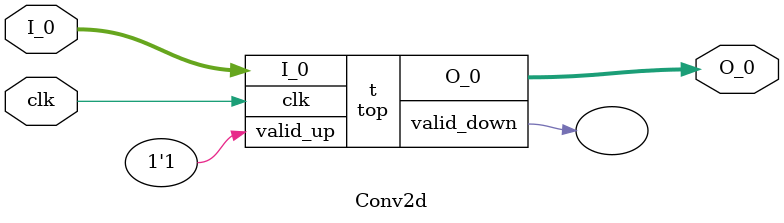
<source format=v>
module stupleToSSeq_tInt_n3 (
    input [7:0] I_0,
    input [7:0] I_1,
    input [7:0] I_2,
    output [7:0] O_0,
    output [7:0] O_1,
    output [7:0] O_2,
    output valid_down,
    input valid_up
);
  assign O_0 = I_0;
  assign O_1 = I_1;
  assign O_2 = I_2;
  assign valid_down = valid_up;
endmodule

module sseqTupleCreator_tSSeq_3_Int_ (
    input [7:0] I0_0,
    input [7:0] I0_1,
    input [7:0] I0_2,
    input [7:0] I1_0,
    input [7:0] I1_1,
    input [7:0] I1_2,
    output [7:0] O_0_0,
    output [7:0] O_0_1,
    output [7:0] O_0_2,
    output [7:0] O_1_0,
    output [7:0] O_1_1,
    output [7:0] O_1_2,
    output valid_down,
    input valid_up
);
  assign O_0_0 = I0_0;
  assign O_0_1 = I0_1;
  assign O_0_2 = I0_2;
  assign O_1_0 = I1_0;
  assign O_1_1 = I1_1;
  assign O_1_2 = I1_2;
  assign valid_down = valid_up;
endmodule

module sseqTupleCreator_tInt (
    input [7:0] I0,
    input [7:0] I1,
    output [7:0] O_0,
    output [7:0] O_1,
    output valid_down,
    input valid_up
);
  assign O_0 = I0;
  assign O_1 = I1;
  assign valid_down = valid_up;
endmodule

module sseqTupleAppender_tSSeq_3_Int__n2 (
    input [7:0] I0_0_0,
    input [7:0] I0_0_1,
    input [7:0] I0_0_2,
    input [7:0] I0_1_0,
    input [7:0] I0_1_1,
    input [7:0] I0_1_2,
    input [7:0] I1_0,
    input [7:0] I1_1,
    input [7:0] I1_2,
    output [7:0] O_0_0,
    output [7:0] O_0_1,
    output [7:0] O_0_2,
    output [7:0] O_1_0,
    output [7:0] O_1_1,
    output [7:0] O_1_2,
    output [7:0] O_2_0,
    output [7:0] O_2_1,
    output [7:0] O_2_2,
    output valid_down,
    input valid_up
);
  assign O_0_0 = I0_0_0;
  assign O_0_1 = I0_0_1;
  assign O_0_2 = I0_0_2;
  assign O_1_0 = I0_1_0;
  assign O_1_1 = I0_1_1;
  assign O_1_2 = I0_1_2;
  assign O_2_0 = I1_0;
  assign O_2_1 = I1_1;
  assign O_2_2 = I1_2;
  assign valid_down = valid_up;
endmodule

module sseqTupleAppender_tInt_n2 (
    input [7:0] I0_0,
    input [7:0] I0_1,
    input [7:0] I1,
    output [7:0] O_0,
    output [7:0] O_1,
    output [7:0] O_2,
    output valid_down,
    input valid_up
);
  assign O_0 = I0_0;
  assign O_1 = I0_1;
  assign O_2 = I1;
  assign valid_down = valid_up;
endmodule

module corebit_and (
    input  in0,
    input  in1,
    output out
);
  assign out = in0 & in1;
endmodule

module atomTupleCreator_t0Int_t1Int (
    input [7:0] I0,
    input [7:0] I1,
    output [7:0] O__0,
    output [7:0] O__1,
    output valid_down,
    input valid_up
);
  assign O__0 = I0;
  assign O__1 = I1;
  assign valid_down = valid_up;
endmodule

module coreir_ult #(
    parameter width = 1
) (
    input [width-1:0] in0,
    input [width-1:0] in1,
    output out
);
  assign out = in0 < in1;
endmodule

module coreir_term #(
    parameter width = 1
) (
    input [width-1:0] in
);

endmodule

module coreir_slice #(
    parameter hi = 1,
    parameter lo = 0,
    parameter width = 1
) (
    input  [width-1:0] in,
    output [hi-lo-1:0] out
);
  assign out = in[hi-1:lo];
endmodule

module coreir_shl #(
    parameter width = 1
) (
    input  [width-1:0] in0,
    input  [width-1:0] in1,
    output [width-1:0] out
);
  assign out = in0 << in1;
endmodule

module coreir_reg #(
    parameter width = 1,
    parameter clk_posedge = 1,
    parameter init = 1
) (
    input clk,
    input [width-1:0] in,
    output [width-1:0] out
);
  reg [width-1:0] outReg = init;
  wire real_clk;
  assign real_clk = clk_posedge ? clk : ~clk;
  always @(posedge real_clk) begin
    outReg <= in;
  end
  assign out = outReg;
endmodule

module coreir_mux #(
    parameter width = 1
) (
    input [width-1:0] in0,
    input [width-1:0] in1,
    input sel,
    output [width-1:0] out
);
  assign out = sel ? in1 : in0;
endmodule

module coreir_mem #(
    parameter has_init = 0,
    parameter depth = 1,
    parameter width = 1
) (
    input clk,
    input [width-1:0] wdata,
    input [$clog2(depth)-1:0] waddr,
    input wen,
    output [width-1:0] rdata,
    input [$clog2(depth)-1:0] raddr
);
  reg [width-1:0] data[depth-1:0];
  always @(posedge clk) begin
    if (wen) begin
      data[waddr] <= wdata;
    end
  end
  assign rdata = data[raddr];
endmodule

module coreir_lshr #(
    parameter width = 1
) (
    input  [width-1:0] in0,
    input  [width-1:0] in1,
    output [width-1:0] out
);
  assign out = in0 >> in1;
endmodule

module coreir_eq #(
    parameter width = 1
) (
    input [width-1:0] in0,
    input [width-1:0] in1,
    output out
);
  assign out = in0 == in1;
endmodule

module coreir_const #(
    parameter width = 1,
    parameter value = 1
) (
    output [width-1:0] out
);
  assign out = value;
endmodule

module coreir_add #(
    parameter width = 1
) (
    input  [width-1:0] in0,
    input  [width-1:0] in1,
    output [width-1:0] out
);
  assign out = in0 + in1;
endmodule

module \commonlib_muxn__N2__width8 (
    input  [7:0] in_data_0,
    input  [7:0] in_data_1,
    input  [0:0] in_sel,
    output [7:0] out
);
  wire [7:0] _join_out;
  coreir_mux #(
      .width(8)
  ) _join (
      .in0(in_data_0),
      .in1(in_data_1),
      .out(_join_out),
      .sel(in_sel[0])
  );
  assign out = _join_out;
endmodule

module \commonlib_muxn__N4__width8 (
    input  [7:0] in_data_0,
    input  [7:0] in_data_1,
    input  [7:0] in_data_2,
    input  [7:0] in_data_3,
    input  [1:0] in_sel,
    output [7:0] out
);
  wire [7:0] _join_out;
  wire [7:0] muxN_0_out;
  wire [7:0] muxN_1_out;
  wire [0:0] sel_slice0_out;
  wire [0:0] sel_slice1_out;
  coreir_mux #(
      .width(8)
  ) _join (
      .in0(muxN_0_out),
      .in1(muxN_1_out),
      .out(_join_out),
      .sel(in_sel[1])
  );
  \commonlib_muxn__N2__width8 muxN_0 (
      .in_data_0(in_data_0),
      .in_data_1(in_data_1),
      .in_sel(sel_slice0_out),
      .out(muxN_0_out)
  );
  \commonlib_muxn__N2__width8 muxN_1 (
      .in_data_0(in_data_2),
      .in_data_1(in_data_3),
      .in_sel(sel_slice1_out),
      .out(muxN_1_out)
  );
  coreir_slice #(
      .hi(1),
      .lo(0),
      .width(2)
  ) sel_slice0 (
      .in (in_sel),
      .out(sel_slice0_out)
  );
  coreir_slice #(
      .hi(1),
      .lo(0),
      .width(2)
  ) sel_slice1 (
      .in (in_sel),
      .out(sel_slice1_out)
  );
  assign out = _join_out;
endmodule

module \commonlib_muxn__N2__width3 (
    input  [2:0] in_data_0,
    input  [2:0] in_data_1,
    input  [0:0] in_sel,
    output [2:0] out
);
  wire [2:0] _join_out;
  coreir_mux #(
      .width(3)
  ) _join (
      .in0(in_data_0),
      .in1(in_data_1),
      .out(_join_out),
      .sel(in_sel[0])
  );
  assign out = _join_out;
endmodule

module \commonlib_muxn__N2__width2 (
    input  [1:0] in_data_0,
    input  [1:0] in_data_1,
    input  [0:0] in_sel,
    output [1:0] out
);
  wire [1:0] _join_out;
  coreir_mux #(
      .width(2)
  ) _join (
      .in0(in_data_0),
      .in1(in_data_1),
      .out(_join_out),
      .sel(in_sel[0])
  );
  assign out = _join_out;
endmodule

module \commonlib_muxn__N2__width1 (
    input  [0:0] in_data_0,
    input  [0:0] in_data_1,
    input  [0:0] in_sel,
    output [0:0] out
);
  wire [0:0] _join_out;
  coreir_mux #(
      .width(1)
  ) _join (
      .in0(in_data_0),
      .in1(in_data_1),
      .out(_join_out),
      .sel(in_sel[0])
  );
  assign out = _join_out;
endmodule

module lutN #(
    parameter N = 1,
    parameter init = 1
) (
    input [N-1:0] in,
    output out
);
  assign out = init[in];
endmodule

module \aetherlinglib_hydrate__hydratedTypeBit833 (
    input  [71:0] in,
    output [ 7:0] out_0_0,
    output [ 7:0] out_0_1,
    output [ 7:0] out_0_2,
    output [ 7:0] out_1_0,
    output [ 7:0] out_1_1,
    output [ 7:0] out_1_2,
    output [ 7:0] out_2_0,
    output [ 7:0] out_2_1,
    output [ 7:0] out_2_2
);
  assign out_0_0 = {in[7], in[6], in[5], in[4], in[3], in[2], in[1], in[0]};
  assign out_0_1 = {in[15], in[14], in[13], in[12], in[11], in[10], in[9], in[8]};
  assign out_0_2 = {in[23], in[22], in[21], in[20], in[19], in[18], in[17], in[16]};
  assign out_1_0 = {in[31], in[30], in[29], in[28], in[27], in[26], in[25], in[24]};
  assign out_1_1 = {in[39], in[38], in[37], in[36], in[35], in[34], in[33], in[32]};
  assign out_1_2 = {in[47], in[46], in[45], in[44], in[43], in[42], in[41], in[40]};
  assign out_2_0 = {in[55], in[54], in[53], in[52], in[51], in[50], in[49], in[48]};
  assign out_2_1 = {in[63], in[62], in[61], in[60], in[59], in[58], in[57], in[56]};
  assign out_2_2 = {in[71], in[70], in[69], in[68], in[67], in[66], in[65], in[64]};
endmodule

module \aetherlinglib_hydrate__hydratedTypeBit81 (
    input  [7:0] in,
    output [7:0] out_0
);
  assign out_0 = {in[7], in[6], in[5], in[4], in[3], in[2], in[1], in[0]};
endmodule

module \aetherlinglib_dehydrate__hydratedTypeBit81 (
    input  [7:0] in_0,
    output [7:0] out
);
  assign out = {in_0[7], in_0[6], in_0[5], in_0[4], in_0[3], in_0[2], in_0[1], in_0[0]};
endmodule

module \aetherlinglib_dehydrate__hydratedTypeBit1 (
    input  [0:0] in,
    output [0:0] out
);
  assign out = in[0];
endmodule

module \aetherlinglib_dehydrate__hydratedTypeBit (
    input in,
    output [0:0] out
);
  assign out = in;
endmodule

module Term_Bitt (
    input I
);
  wire [0:0] dehydrate_tBit_inst0_out;
  \aetherlinglib_dehydrate__hydratedTypeBit dehydrate_tBit_inst0 (
      .in (I),
      .out(dehydrate_tBit_inst0_out)
  );
  coreir_term #(.width(1)) term_w1_inst0 (.in(dehydrate_tBit_inst0_out));
endmodule

module Term_Bits_1_t (
    input [0:0] I
);
  wire [0:0] dehydrate_tBits_1__inst0_out;
  \aetherlinglib_dehydrate__hydratedTypeBit1 dehydrate_tBits_1__inst0 (
      .in (I),
      .out(dehydrate_tBits_1__inst0_out)
  );
  coreir_term #(.width(1)) term_w1_inst0 (.in(dehydrate_tBits_1__inst0_out));
endmodule

module SizedCounter_1_cinFalse_coutFalse_incr1_hasCETrue_hasResetFalse (
    input CE,
    input clk,
    output [0:0] O
);
  wire [0:0] const_0_1_out;
  Term_Bitt Term_Bitt_inst0 (.I(CE));
  coreir_const #(
      .value(1'h0),
      .width(1)
  ) const_0_1 (
      .out(const_0_1_out)
  );
  assign O = const_0_1_out;
endmodule

module Remove_1_S (
    input [7:0] I_0_0,
    input [7:0] I_0_1,
    input [7:0] I_0_2,
    output [7:0] O_0,
    output [7:0] O_1,
    output [7:0] O_2,
    output valid_down,
    input valid_up
);
  wire [7:0] stupleToSSeq_tInt_n3_inst0_O_0;
  wire [7:0] stupleToSSeq_tInt_n3_inst0_O_1;
  wire [7:0] stupleToSSeq_tInt_n3_inst0_O_2;
  wire stupleToSSeq_tInt_n3_inst0_valid_down;
  stupleToSSeq_tInt_n3 stupleToSSeq_tInt_n3_inst0 (
      .I_0(I_0_0),
      .I_1(I_0_1),
      .I_2(I_0_2),
      .O_0(stupleToSSeq_tInt_n3_inst0_O_0),
      .O_1(stupleToSSeq_tInt_n3_inst0_O_1),
      .O_2(stupleToSSeq_tInt_n3_inst0_O_2),
      .valid_down(stupleToSSeq_tInt_n3_inst0_valid_down),
      .valid_up(valid_up)
  );
  assign O_0 = stupleToSSeq_tInt_n3_inst0_O_0;
  assign O_1 = stupleToSSeq_tInt_n3_inst0_O_1;
  assign O_2 = stupleToSSeq_tInt_n3_inst0_O_2;
  assign valid_down = stupleToSSeq_tInt_n3_inst0_valid_down;
endmodule

module RShift_Atom (
    input [7:0] I__0,
    input [7:0] I__1,
    output [7:0] O,
    output valid_down,
    input valid_up
);
  wire [7:0] lshr8_inst0_out;
  coreir_lshr #(
      .width(8)
  ) lshr8_inst0 (
      .in0(I__0),
      .in1(I__1),
      .out(lshr8_inst0_out)
  );
  assign O = lshr8_inst0_out;
  assign valid_down = valid_up;
endmodule

module RAM1x8 (
    input clk,
    input [0:0] RADDR,
    output [7:0] RDATA,
    input [0:0] WADDR,
    input [7:0] WDATA,
    input WE
);
  wire [7:0] coreir_mem1x8_inst0_rdata;
  coreir_mem #(
      .depth(1),
      .has_init(0),
      .width(8)
  ) coreir_mem1x8_inst0 (
      .clk  (clk),
      .raddr(RADDR),
      .rdata(coreir_mem1x8_inst0_rdata),
      .waddr(WADDR),
      .wdata(WDATA),
      .wen  (WE)
  );
  assign RDATA = coreir_mem1x8_inst0_rdata;
endmodule

module RAM_Array_1_Array_8_Bit__t_1n (
    input clk,
    input [0:0] RADDR,
    output [7:0] RDATA_0,
    input [0:0] WADDR,
    input [7:0] WDATA_0,
    input WE
);
  wire [7:0] RAM1x8_inst0_RDATA;
  wire [7:0] dehydrate_tArray_1_Array_8_Bit___inst0_out;
  wire [7:0] hydrate_tArray_1_Array_8_Bit___inst0_out_0;
  RAM1x8 RAM1x8_inst0 (
      .clk(clk),
      .RADDR(RADDR),
      .RDATA(RAM1x8_inst0_RDATA),
      .WADDR(WADDR),
      .WDATA(dehydrate_tArray_1_Array_8_Bit___inst0_out),
      .WE(WE)
  );
  \aetherlinglib_dehydrate__hydratedTypeBit81 dehydrate_tArray_1_Array_8_Bit___inst0 (
      .in_0(WDATA_0),
      .out (dehydrate_tArray_1_Array_8_Bit___inst0_out)
  );
  \aetherlinglib_hydrate__hydratedTypeBit81 hydrate_tArray_1_Array_8_Bit___inst0 (
      .in(RAM1x8_inst0_RDATA),
      .out_0(hydrate_tArray_1_Array_8_Bit___inst0_out_0)
  );
  assign RDATA_0 = hydrate_tArray_1_Array_8_Bit___inst0_out_0;
endmodule

module Passthrough_tInTSeq_1_0_SSeq_1_STuple_3_SSeq_3_Int_____tOutTSeq_1_0_SSeq_3_SSeq_3_Int___ (
    input [7:0] I_0_0_0,
    input [7:0] I_0_0_1,
    input [7:0] I_0_0_2,
    input [7:0] I_0_1_0,
    input [7:0] I_0_1_1,
    input [7:0] I_0_1_2,
    input [7:0] I_0_2_0,
    input [7:0] I_0_2_1,
    input [7:0] I_0_2_2,
    output [7:0] O_0_0,
    output [7:0] O_0_1,
    output [7:0] O_0_2,
    output [7:0] O_1_0,
    output [7:0] O_1_1,
    output [7:0] O_1_2,
    output [7:0] O_2_0,
    output [7:0] O_2_1,
    output [7:0] O_2_2,
    output valid_down,
    input valid_up
);
  assign O_0_0 = I_0_0_0;
  assign O_0_1 = I_0_0_1;
  assign O_0_2 = I_0_0_2;
  assign O_1_0 = I_0_1_0;
  assign O_1_1 = I_0_1_1;
  assign O_1_2 = I_0_1_2;
  assign O_2_0 = I_0_2_0;
  assign O_2_1 = I_0_2_1;
  assign O_2_2 = I_0_2_2;
  assign valid_down = valid_up;
endmodule

module Passthrough_tInTSeq_1_0_SSeq_1_SSeq_1_Int____tOutTSeq_1_0_SSeq_1_Int__ (
    input [7:0] I_0_0,
    output [7:0] O_0,
    output valid_down,
    input valid_up
);
  assign O_0 = I_0_0;
  assign valid_down = valid_up;
endmodule

module Passthrough_tInTSeq_16_0_TSeq_1_0_SSeq_1_Int____tOutTSeq_16_0_SSeq_1_Int__ (
    input [7:0] I_0,
    output [7:0] O_0,
    output valid_down,
    input valid_up
);
  assign O_0 = I_0;
  assign valid_down = valid_up;
endmodule

module Passthrough_tInTSeq_16_0_SSeq_1_STuple_3_SSeq_3_Int_____tOutTSeq_16_0_TSeq_1_0_SSeq_1_STuple_3_SSeq_3_Int_____ (
    input [7:0] I_0_0_0,
    input [7:0] I_0_0_1,
    input [7:0] I_0_0_2,
    input [7:0] I_0_1_0,
    input [7:0] I_0_1_1,
    input [7:0] I_0_1_2,
    input [7:0] I_0_2_0,
    input [7:0] I_0_2_1,
    input [7:0] I_0_2_2,
    output [7:0] O_0_0_0,
    output [7:0] O_0_0_1,
    output [7:0] O_0_0_2,
    output [7:0] O_0_1_0,
    output [7:0] O_0_1_1,
    output [7:0] O_0_1_2,
    output [7:0] O_0_2_0,
    output [7:0] O_0_2_1,
    output [7:0] O_0_2_2,
    output valid_down,
    input valid_up
);
  assign O_0_0_0 = I_0_0_0;
  assign O_0_0_1 = I_0_0_1;
  assign O_0_0_2 = I_0_0_2;
  assign O_0_1_0 = I_0_1_0;
  assign O_0_1_1 = I_0_1_1;
  assign O_0_1_2 = I_0_1_2;
  assign O_0_2_0 = I_0_2_0;
  assign O_0_2_1 = I_0_2_1;
  assign O_0_2_2 = I_0_2_2;
  assign valid_down = valid_up;
endmodule

module Partition_S_no1_ni1_tElSTuple_3_Int__vTrue (
    input clk,
    input [7:0] I_0_0,
    input [7:0] I_0_1,
    input [7:0] I_0_2,
    output [7:0] O_0_0_0,
    output [7:0] O_0_0_1,
    output [7:0] O_0_0_2,
    output valid_down,
    input valid_up
);
  assign O_0_0_0 = I_0_0;
  assign O_0_0_1 = I_0_1;
  assign O_0_0_2 = I_0_2;
  assign valid_down = valid_up;
endmodule

module NestedCounters_Int_hasCETrue_hasResetFalse_unq1 (
    input  CE,
    input  clk,
    output last,
    output valid
);
  wire [0:0] coreir_const11_inst0_out;
  coreir_const #(
      .value(1'h1),
      .width(1)
  ) coreir_const11_inst0 (
      .out(coreir_const11_inst0_out)
  );
  assign last  = coreir_const11_inst0_out[0];
  assign valid = CE;
endmodule

module NestedCounters_SSeq_1_Int__hasCETrue_hasResetFalse_unq1 (
    input  CE,
    input  clk,
    output last,
    output valid
);
  wire NestedCounters_Int_hasCETrue_hasResetFalse_inst0_last;
  wire NestedCounters_Int_hasCETrue_hasResetFalse_inst0_valid;
  NestedCounters_Int_hasCETrue_hasResetFalse_unq1 NestedCounters_Int_hasCETrue_hasResetFalse_inst0 (
      .CE(CE),
      .clk(clk),
      .last(NestedCounters_Int_hasCETrue_hasResetFalse_inst0_last),
      .valid(NestedCounters_Int_hasCETrue_hasResetFalse_inst0_valid)
  );
  assign last  = NestedCounters_Int_hasCETrue_hasResetFalse_inst0_last;
  assign valid = NestedCounters_Int_hasCETrue_hasResetFalse_inst0_valid;
endmodule

module NestedCounters_Int_hasCETrue_hasResetFalse (
    input CE,
    input clk,
    output [0:0] cur_valid,
    output last,
    output valid
);
  wire [0:0] coreir_const10_inst0_out;
  wire [0:0] coreir_const11_inst0_out;
  coreir_const #(
      .value(1'h0),
      .width(1)
  ) coreir_const10_inst0 (
      .out(coreir_const10_inst0_out)
  );
  coreir_const #(
      .value(1'h1),
      .width(1)
  ) coreir_const11_inst0 (
      .out(coreir_const11_inst0_out)
  );
  assign cur_valid = coreir_const10_inst0_out;
  assign last = coreir_const11_inst0_out[0];
  assign valid = CE;
endmodule

module NestedCounters_SSeq_1_Int__hasCETrue_hasResetFalse (
    input CE,
    input clk,
    output [0:0] cur_valid,
    output last,
    output valid
);
  wire [0:0] NestedCounters_Int_hasCETrue_hasResetFalse_inst0_cur_valid;
  wire NestedCounters_Int_hasCETrue_hasResetFalse_inst0_last;
  wire NestedCounters_Int_hasCETrue_hasResetFalse_inst0_valid;
  NestedCounters_Int_hasCETrue_hasResetFalse NestedCounters_Int_hasCETrue_hasResetFalse_inst0 (
      .CE(CE),
      .clk(clk),
      .cur_valid(NestedCounters_Int_hasCETrue_hasResetFalse_inst0_cur_valid),
      .last(NestedCounters_Int_hasCETrue_hasResetFalse_inst0_last),
      .valid(NestedCounters_Int_hasCETrue_hasResetFalse_inst0_valid)
  );
  assign cur_valid = NestedCounters_Int_hasCETrue_hasResetFalse_inst0_cur_valid;
  assign last = NestedCounters_Int_hasCETrue_hasResetFalse_inst0_last;
  assign valid = NestedCounters_Int_hasCETrue_hasResetFalse_inst0_valid;
endmodule

module NativeMapParallel_n4 (
    input  [7:0] I_0_0,
    input  [7:0] I_1_0,
    input  [7:0] I_2_0,
    input  [7:0] I_3_0,
    output [7:0] out_0,
    output [7:0] out_1,
    output [7:0] out_2,
    output [7:0] out_3
);
  wire [7:0] dehydrate_tArray_1_Array_8_Bit___inst0_out;
  wire [7:0] dehydrate_tArray_1_Array_8_Bit___inst1_out;
  wire [7:0] dehydrate_tArray_1_Array_8_Bit___inst2_out;
  wire [7:0] dehydrate_tArray_1_Array_8_Bit___inst3_out;
  \aetherlinglib_dehydrate__hydratedTypeBit81 dehydrate_tArray_1_Array_8_Bit___inst0 (
      .in_0(I_0_0),
      .out (dehydrate_tArray_1_Array_8_Bit___inst0_out)
  );
  \aetherlinglib_dehydrate__hydratedTypeBit81 dehydrate_tArray_1_Array_8_Bit___inst1 (
      .in_0(I_1_0),
      .out (dehydrate_tArray_1_Array_8_Bit___inst1_out)
  );
  \aetherlinglib_dehydrate__hydratedTypeBit81 dehydrate_tArray_1_Array_8_Bit___inst2 (
      .in_0(I_2_0),
      .out (dehydrate_tArray_1_Array_8_Bit___inst2_out)
  );
  \aetherlinglib_dehydrate__hydratedTypeBit81 dehydrate_tArray_1_Array_8_Bit___inst3 (
      .in_0(I_3_0),
      .out (dehydrate_tArray_1_Array_8_Bit___inst3_out)
  );
  assign out_0 = dehydrate_tArray_1_Array_8_Bit___inst0_out;
  assign out_1 = dehydrate_tArray_1_Array_8_Bit___inst1_out;
  assign out_2 = dehydrate_tArray_1_Array_8_Bit___inst2_out;
  assign out_3 = dehydrate_tArray_1_Array_8_Bit___inst3_out;
endmodule

module NativeMapParallel_n3 (
    input [7:0] I0_0,
    input [7:0] I0_1,
    input [7:0] I0_2,
    input [7:0] I1_0,
    input [7:0] I1_1,
    input [7:0] I1_2,
    output [7:0] O_0__0,
    output [7:0] O_0__1,
    output [7:0] O_1__0,
    output [7:0] O_1__1,
    output [7:0] O_2__0,
    output [7:0] O_2__1,
    output valid_down,
    input valid_up
);
  wire and_inst0_out;
  wire and_inst1_out;
  wire [7:0] atomTupleCreator_t0Int_t1Int_inst0_O__0;
  wire [7:0] atomTupleCreator_t0Int_t1Int_inst0_O__1;
  wire atomTupleCreator_t0Int_t1Int_inst0_valid_down;
  wire [7:0] atomTupleCreator_t0Int_t1Int_inst1_O__0;
  wire [7:0] atomTupleCreator_t0Int_t1Int_inst1_O__1;
  wire atomTupleCreator_t0Int_t1Int_inst1_valid_down;
  wire [7:0] atomTupleCreator_t0Int_t1Int_inst2_O__0;
  wire [7:0] atomTupleCreator_t0Int_t1Int_inst2_O__1;
  wire atomTupleCreator_t0Int_t1Int_inst2_valid_down;
  corebit_and and_inst0 (
      .in0(atomTupleCreator_t0Int_t1Int_inst0_valid_down),
      .in1(atomTupleCreator_t0Int_t1Int_inst1_valid_down),
      .out(and_inst0_out)
  );
  corebit_and and_inst1 (
      .in0(and_inst0_out),
      .in1(atomTupleCreator_t0Int_t1Int_inst2_valid_down),
      .out(and_inst1_out)
  );
  atomTupleCreator_t0Int_t1Int atomTupleCreator_t0Int_t1Int_inst0 (
      .I0(I0_0),
      .I1(I1_0),
      .O__0(atomTupleCreator_t0Int_t1Int_inst0_O__0),
      .O__1(atomTupleCreator_t0Int_t1Int_inst0_O__1),
      .valid_down(atomTupleCreator_t0Int_t1Int_inst0_valid_down),
      .valid_up(valid_up)
  );
  atomTupleCreator_t0Int_t1Int atomTupleCreator_t0Int_t1Int_inst1 (
      .I0(I0_1),
      .I1(I1_1),
      .O__0(atomTupleCreator_t0Int_t1Int_inst1_O__0),
      .O__1(atomTupleCreator_t0Int_t1Int_inst1_O__1),
      .valid_down(atomTupleCreator_t0Int_t1Int_inst1_valid_down),
      .valid_up(valid_up)
  );
  atomTupleCreator_t0Int_t1Int atomTupleCreator_t0Int_t1Int_inst2 (
      .I0(I0_2),
      .I1(I1_2),
      .O__0(atomTupleCreator_t0Int_t1Int_inst2_O__0),
      .O__1(atomTupleCreator_t0Int_t1Int_inst2_O__1),
      .valid_down(atomTupleCreator_t0Int_t1Int_inst2_valid_down),
      .valid_up(valid_up)
  );
  assign O_0__0 = atomTupleCreator_t0Int_t1Int_inst0_O__0;
  assign O_0__1 = atomTupleCreator_t0Int_t1Int_inst0_O__1;
  assign O_1__0 = atomTupleCreator_t0Int_t1Int_inst1_O__0;
  assign O_1__1 = atomTupleCreator_t0Int_t1Int_inst1_O__1;
  assign O_2__0 = atomTupleCreator_t0Int_t1Int_inst2_O__0;
  assign O_2__1 = atomTupleCreator_t0Int_t1Int_inst2_O__1;
  assign valid_down = and_inst1_out;
endmodule

module NativeMapParallel_n3_unq1 (
    input [7:0] I0_0_0,
    input [7:0] I0_0_1,
    input [7:0] I0_0_2,
    input [7:0] I0_1_0,
    input [7:0] I0_1_1,
    input [7:0] I0_1_2,
    input [7:0] I0_2_0,
    input [7:0] I0_2_1,
    input [7:0] I0_2_2,
    input [7:0] I1_0_0,
    input [7:0] I1_0_1,
    input [7:0] I1_0_2,
    input [7:0] I1_1_0,
    input [7:0] I1_1_1,
    input [7:0] I1_1_2,
    input [7:0] I1_2_0,
    input [7:0] I1_2_1,
    input [7:0] I1_2_2,
    output [7:0] O_0_0__0,
    output [7:0] O_0_0__1,
    output [7:0] O_0_1__0,
    output [7:0] O_0_1__1,
    output [7:0] O_0_2__0,
    output [7:0] O_0_2__1,
    output [7:0] O_1_0__0,
    output [7:0] O_1_0__1,
    output [7:0] O_1_1__0,
    output [7:0] O_1_1__1,
    output [7:0] O_1_2__0,
    output [7:0] O_1_2__1,
    output [7:0] O_2_0__0,
    output [7:0] O_2_0__1,
    output [7:0] O_2_1__0,
    output [7:0] O_2_1__1,
    output [7:0] O_2_2__0,
    output [7:0] O_2_2__1,
    output valid_down,
    input valid_up
);
  wire [7:0] NativeMapParallel_n3_inst0_O_0__0;
  wire [7:0] NativeMapParallel_n3_inst0_O_0__1;
  wire [7:0] NativeMapParallel_n3_inst0_O_1__0;
  wire [7:0] NativeMapParallel_n3_inst0_O_1__1;
  wire [7:0] NativeMapParallel_n3_inst0_O_2__0;
  wire [7:0] NativeMapParallel_n3_inst0_O_2__1;
  wire NativeMapParallel_n3_inst0_valid_down;
  wire [7:0] NativeMapParallel_n3_inst1_O_0__0;
  wire [7:0] NativeMapParallel_n3_inst1_O_0__1;
  wire [7:0] NativeMapParallel_n3_inst1_O_1__0;
  wire [7:0] NativeMapParallel_n3_inst1_O_1__1;
  wire [7:0] NativeMapParallel_n3_inst1_O_2__0;
  wire [7:0] NativeMapParallel_n3_inst1_O_2__1;
  wire NativeMapParallel_n3_inst1_valid_down;
  wire [7:0] NativeMapParallel_n3_inst2_O_0__0;
  wire [7:0] NativeMapParallel_n3_inst2_O_0__1;
  wire [7:0] NativeMapParallel_n3_inst2_O_1__0;
  wire [7:0] NativeMapParallel_n3_inst2_O_1__1;
  wire [7:0] NativeMapParallel_n3_inst2_O_2__0;
  wire [7:0] NativeMapParallel_n3_inst2_O_2__1;
  wire NativeMapParallel_n3_inst2_valid_down;
  wire and_inst0_out;
  wire and_inst1_out;
  NativeMapParallel_n3 NativeMapParallel_n3_inst0 (
      .I0_0(I0_0_0),
      .I0_1(I0_0_1),
      .I0_2(I0_0_2),
      .I1_0(I1_0_0),
      .I1_1(I1_0_1),
      .I1_2(I1_0_2),
      .O_0__0(NativeMapParallel_n3_inst0_O_0__0),
      .O_0__1(NativeMapParallel_n3_inst0_O_0__1),
      .O_1__0(NativeMapParallel_n3_inst0_O_1__0),
      .O_1__1(NativeMapParallel_n3_inst0_O_1__1),
      .O_2__0(NativeMapParallel_n3_inst0_O_2__0),
      .O_2__1(NativeMapParallel_n3_inst0_O_2__1),
      .valid_down(NativeMapParallel_n3_inst0_valid_down),
      .valid_up(valid_up)
  );
  NativeMapParallel_n3 NativeMapParallel_n3_inst1 (
      .I0_0(I0_1_0),
      .I0_1(I0_1_1),
      .I0_2(I0_1_2),
      .I1_0(I1_1_0),
      .I1_1(I1_1_1),
      .I1_2(I1_1_2),
      .O_0__0(NativeMapParallel_n3_inst1_O_0__0),
      .O_0__1(NativeMapParallel_n3_inst1_O_0__1),
      .O_1__0(NativeMapParallel_n3_inst1_O_1__0),
      .O_1__1(NativeMapParallel_n3_inst1_O_1__1),
      .O_2__0(NativeMapParallel_n3_inst1_O_2__0),
      .O_2__1(NativeMapParallel_n3_inst1_O_2__1),
      .valid_down(NativeMapParallel_n3_inst1_valid_down),
      .valid_up(valid_up)
  );
  NativeMapParallel_n3 NativeMapParallel_n3_inst2 (
      .I0_0(I0_2_0),
      .I0_1(I0_2_1),
      .I0_2(I0_2_2),
      .I1_0(I1_2_0),
      .I1_1(I1_2_1),
      .I1_2(I1_2_2),
      .O_0__0(NativeMapParallel_n3_inst2_O_0__0),
      .O_0__1(NativeMapParallel_n3_inst2_O_0__1),
      .O_1__0(NativeMapParallel_n3_inst2_O_1__0),
      .O_1__1(NativeMapParallel_n3_inst2_O_1__1),
      .O_2__0(NativeMapParallel_n3_inst2_O_2__0),
      .O_2__1(NativeMapParallel_n3_inst2_O_2__1),
      .valid_down(NativeMapParallel_n3_inst2_valid_down),
      .valid_up(valid_up)
  );
  corebit_and and_inst0 (
      .in0(NativeMapParallel_n3_inst0_valid_down),
      .in1(NativeMapParallel_n3_inst1_valid_down),
      .out(and_inst0_out)
  );
  corebit_and and_inst1 (
      .in0(and_inst0_out),
      .in1(NativeMapParallel_n3_inst2_valid_down),
      .out(and_inst1_out)
  );
  assign O_0_0__0   = NativeMapParallel_n3_inst0_O_0__0;
  assign O_0_0__1   = NativeMapParallel_n3_inst0_O_0__1;
  assign O_0_1__0   = NativeMapParallel_n3_inst0_O_1__0;
  assign O_0_1__1   = NativeMapParallel_n3_inst0_O_1__1;
  assign O_0_2__0   = NativeMapParallel_n3_inst0_O_2__0;
  assign O_0_2__1   = NativeMapParallel_n3_inst0_O_2__1;
  assign O_1_0__0   = NativeMapParallel_n3_inst1_O_0__0;
  assign O_1_0__1   = NativeMapParallel_n3_inst1_O_0__1;
  assign O_1_1__0   = NativeMapParallel_n3_inst1_O_1__0;
  assign O_1_1__1   = NativeMapParallel_n3_inst1_O_1__1;
  assign O_1_2__0   = NativeMapParallel_n3_inst1_O_2__0;
  assign O_1_2__1   = NativeMapParallel_n3_inst1_O_2__1;
  assign O_2_0__0   = NativeMapParallel_n3_inst2_O_0__0;
  assign O_2_0__1   = NativeMapParallel_n3_inst2_O_0__1;
  assign O_2_1__0   = NativeMapParallel_n3_inst2_O_1__0;
  assign O_2_1__1   = NativeMapParallel_n3_inst2_O_1__1;
  assign O_2_2__0   = NativeMapParallel_n3_inst2_O_2__0;
  assign O_2_2__1   = NativeMapParallel_n3_inst2_O_2__1;
  assign valid_down = and_inst1_out;
endmodule

module NativeMapParallel_n1_unq7 (
    input [7:0] I_0__0,
    input [7:0] I_0__1,
    output [7:0] O_0,
    output valid_down,
    input valid_up
);
  wire [7:0] RShift_Atom_inst0_O;
  wire RShift_Atom_inst0_valid_down;
  RShift_Atom RShift_Atom_inst0 (
      .I__0(I_0__0),
      .I__1(I_0__1),
      .O(RShift_Atom_inst0_O),
      .valid_down(RShift_Atom_inst0_valid_down),
      .valid_up(valid_up)
  );
  assign O_0 = RShift_Atom_inst0_O;
  assign valid_down = RShift_Atom_inst0_valid_down;
endmodule

module NativeMapParallel_n1_unq6 (
    input [7:0] I0_0,
    input [7:0] I1_0,
    output [7:0] O_0__0,
    output [7:0] O_0__1,
    output valid_down,
    input valid_up
);
  wire [7:0] atomTupleCreator_t0Int_t1Int_inst0_O__0;
  wire [7:0] atomTupleCreator_t0Int_t1Int_inst0_O__1;
  wire atomTupleCreator_t0Int_t1Int_inst0_valid_down;
  atomTupleCreator_t0Int_t1Int atomTupleCreator_t0Int_t1Int_inst0 (
      .I0(I0_0),
      .I1(I1_0),
      .O__0(atomTupleCreator_t0Int_t1Int_inst0_O__0),
      .O__1(atomTupleCreator_t0Int_t1Int_inst0_O__1),
      .valid_down(atomTupleCreator_t0Int_t1Int_inst0_valid_down),
      .valid_up(valid_up)
  );
  assign O_0__0 = atomTupleCreator_t0Int_t1Int_inst0_O__0;
  assign O_0__1 = atomTupleCreator_t0Int_t1Int_inst0_O__1;
  assign valid_down = atomTupleCreator_t0Int_t1Int_inst0_valid_down;
endmodule

module NativeMapParallel_n1_unq4 (
    input [7:0] I0_0_0_0,
    input [7:0] I0_0_0_1,
    input [7:0] I0_0_0_2,
    input [7:0] I0_0_1_0,
    input [7:0] I0_0_1_1,
    input [7:0] I0_0_1_2,
    input [7:0] I1_0_0,
    input [7:0] I1_0_1,
    input [7:0] I1_0_2,
    output [7:0] O_0_0_0,
    output [7:0] O_0_0_1,
    output [7:0] O_0_0_2,
    output [7:0] O_0_1_0,
    output [7:0] O_0_1_1,
    output [7:0] O_0_1_2,
    output [7:0] O_0_2_0,
    output [7:0] O_0_2_1,
    output [7:0] O_0_2_2,
    output valid_down,
    input valid_up
);
  wire [7:0] sseqTupleAppender_tSSeq_3_Int__n2_inst0_O_0_0;
  wire [7:0] sseqTupleAppender_tSSeq_3_Int__n2_inst0_O_0_1;
  wire [7:0] sseqTupleAppender_tSSeq_3_Int__n2_inst0_O_0_2;
  wire [7:0] sseqTupleAppender_tSSeq_3_Int__n2_inst0_O_1_0;
  wire [7:0] sseqTupleAppender_tSSeq_3_Int__n2_inst0_O_1_1;
  wire [7:0] sseqTupleAppender_tSSeq_3_Int__n2_inst0_O_1_2;
  wire [7:0] sseqTupleAppender_tSSeq_3_Int__n2_inst0_O_2_0;
  wire [7:0] sseqTupleAppender_tSSeq_3_Int__n2_inst0_O_2_1;
  wire [7:0] sseqTupleAppender_tSSeq_3_Int__n2_inst0_O_2_2;
  wire sseqTupleAppender_tSSeq_3_Int__n2_inst0_valid_down;
  sseqTupleAppender_tSSeq_3_Int__n2 sseqTupleAppender_tSSeq_3_Int__n2_inst0 (
      .I0_0_0(I0_0_0_0),
      .I0_0_1(I0_0_0_1),
      .I0_0_2(I0_0_0_2),
      .I0_1_0(I0_0_1_0),
      .I0_1_1(I0_0_1_1),
      .I0_1_2(I0_0_1_2),
      .I1_0(I1_0_0),
      .I1_1(I1_0_1),
      .I1_2(I1_0_2),
      .O_0_0(sseqTupleAppender_tSSeq_3_Int__n2_inst0_O_0_0),
      .O_0_1(sseqTupleAppender_tSSeq_3_Int__n2_inst0_O_0_1),
      .O_0_2(sseqTupleAppender_tSSeq_3_Int__n2_inst0_O_0_2),
      .O_1_0(sseqTupleAppender_tSSeq_3_Int__n2_inst0_O_1_0),
      .O_1_1(sseqTupleAppender_tSSeq_3_Int__n2_inst0_O_1_1),
      .O_1_2(sseqTupleAppender_tSSeq_3_Int__n2_inst0_O_1_2),
      .O_2_0(sseqTupleAppender_tSSeq_3_Int__n2_inst0_O_2_0),
      .O_2_1(sseqTupleAppender_tSSeq_3_Int__n2_inst0_O_2_1),
      .O_2_2(sseqTupleAppender_tSSeq_3_Int__n2_inst0_O_2_2),
      .valid_down(sseqTupleAppender_tSSeq_3_Int__n2_inst0_valid_down),
      .valid_up(valid_up)
  );
  assign O_0_0_0 = sseqTupleAppender_tSSeq_3_Int__n2_inst0_O_0_0;
  assign O_0_0_1 = sseqTupleAppender_tSSeq_3_Int__n2_inst0_O_0_1;
  assign O_0_0_2 = sseqTupleAppender_tSSeq_3_Int__n2_inst0_O_0_2;
  assign O_0_1_0 = sseqTupleAppender_tSSeq_3_Int__n2_inst0_O_1_0;
  assign O_0_1_1 = sseqTupleAppender_tSSeq_3_Int__n2_inst0_O_1_1;
  assign O_0_1_2 = sseqTupleAppender_tSSeq_3_Int__n2_inst0_O_1_2;
  assign O_0_2_0 = sseqTupleAppender_tSSeq_3_Int__n2_inst0_O_2_0;
  assign O_0_2_1 = sseqTupleAppender_tSSeq_3_Int__n2_inst0_O_2_1;
  assign O_0_2_2 = sseqTupleAppender_tSSeq_3_Int__n2_inst0_O_2_2;
  assign valid_down = sseqTupleAppender_tSSeq_3_Int__n2_inst0_valid_down;
endmodule

module NativeMapParallel_n1_unq3 (
    input [7:0] I0_0_0,
    input [7:0] I0_0_1,
    input [7:0] I0_0_2,
    input [7:0] I1_0_0,
    input [7:0] I1_0_1,
    input [7:0] I1_0_2,
    output [7:0] O_0_0_0,
    output [7:0] O_0_0_1,
    output [7:0] O_0_0_2,
    output [7:0] O_0_1_0,
    output [7:0] O_0_1_1,
    output [7:0] O_0_1_2,
    output valid_down,
    input valid_up
);
  wire [7:0] sseqTupleCreator_tSSeq_3_Int__inst0_O_0_0;
  wire [7:0] sseqTupleCreator_tSSeq_3_Int__inst0_O_0_1;
  wire [7:0] sseqTupleCreator_tSSeq_3_Int__inst0_O_0_2;
  wire [7:0] sseqTupleCreator_tSSeq_3_Int__inst0_O_1_0;
  wire [7:0] sseqTupleCreator_tSSeq_3_Int__inst0_O_1_1;
  wire [7:0] sseqTupleCreator_tSSeq_3_Int__inst0_O_1_2;
  wire sseqTupleCreator_tSSeq_3_Int__inst0_valid_down;
  sseqTupleCreator_tSSeq_3_Int_ sseqTupleCreator_tSSeq_3_Int__inst0 (
      .I0_0(I0_0_0),
      .I0_1(I0_0_1),
      .I0_2(I0_0_2),
      .I1_0(I1_0_0),
      .I1_1(I1_0_1),
      .I1_2(I1_0_2),
      .O_0_0(sseqTupleCreator_tSSeq_3_Int__inst0_O_0_0),
      .O_0_1(sseqTupleCreator_tSSeq_3_Int__inst0_O_0_1),
      .O_0_2(sseqTupleCreator_tSSeq_3_Int__inst0_O_0_2),
      .O_1_0(sseqTupleCreator_tSSeq_3_Int__inst0_O_1_0),
      .O_1_1(sseqTupleCreator_tSSeq_3_Int__inst0_O_1_1),
      .O_1_2(sseqTupleCreator_tSSeq_3_Int__inst0_O_1_2),
      .valid_down(sseqTupleCreator_tSSeq_3_Int__inst0_valid_down),
      .valid_up(valid_up)
  );
  assign O_0_0_0 = sseqTupleCreator_tSSeq_3_Int__inst0_O_0_0;
  assign O_0_0_1 = sseqTupleCreator_tSSeq_3_Int__inst0_O_0_1;
  assign O_0_0_2 = sseqTupleCreator_tSSeq_3_Int__inst0_O_0_2;
  assign O_0_1_0 = sseqTupleCreator_tSSeq_3_Int__inst0_O_1_0;
  assign O_0_1_1 = sseqTupleCreator_tSSeq_3_Int__inst0_O_1_1;
  assign O_0_1_2 = sseqTupleCreator_tSSeq_3_Int__inst0_O_1_2;
  assign valid_down = sseqTupleCreator_tSSeq_3_Int__inst0_valid_down;
endmodule

module NativeMapParallel_n1_unq2 (
    input [7:0] I_0_0_0,
    input [7:0] I_0_0_1,
    input [7:0] I_0_0_2,
    output [7:0] O_0_0,
    output [7:0] O_0_1,
    output [7:0] O_0_2,
    output valid_down,
    input valid_up
);
  wire [7:0] Remove_1_S_inst0_O_0;
  wire [7:0] Remove_1_S_inst0_O_1;
  wire [7:0] Remove_1_S_inst0_O_2;
  wire Remove_1_S_inst0_valid_down;
  Remove_1_S Remove_1_S_inst0 (
      .I_0_0(I_0_0_0),
      .I_0_1(I_0_0_1),
      .I_0_2(I_0_0_2),
      .O_0(Remove_1_S_inst0_O_0),
      .O_1(Remove_1_S_inst0_O_1),
      .O_2(Remove_1_S_inst0_O_2),
      .valid_down(Remove_1_S_inst0_valid_down),
      .valid_up(valid_up)
  );
  assign O_0_0 = Remove_1_S_inst0_O_0;
  assign O_0_1 = Remove_1_S_inst0_O_1;
  assign O_0_2 = Remove_1_S_inst0_O_2;
  assign valid_down = Remove_1_S_inst0_valid_down;
endmodule

module NativeMapParallel_n1_unq1 (
    input [7:0] I0_0_0,
    input [7:0] I0_0_1,
    input [7:0] I1_0,
    output [7:0] O_0_0,
    output [7:0] O_0_1,
    output [7:0] O_0_2,
    output valid_down,
    input valid_up
);
  wire [7:0] sseqTupleAppender_tInt_n2_inst0_O_0;
  wire [7:0] sseqTupleAppender_tInt_n2_inst0_O_1;
  wire [7:0] sseqTupleAppender_tInt_n2_inst0_O_2;
  wire sseqTupleAppender_tInt_n2_inst0_valid_down;
  sseqTupleAppender_tInt_n2 sseqTupleAppender_tInt_n2_inst0 (
      .I0_0(I0_0_0),
      .I0_1(I0_0_1),
      .I1(I1_0),
      .O_0(sseqTupleAppender_tInt_n2_inst0_O_0),
      .O_1(sseqTupleAppender_tInt_n2_inst0_O_1),
      .O_2(sseqTupleAppender_tInt_n2_inst0_O_2),
      .valid_down(sseqTupleAppender_tInt_n2_inst0_valid_down),
      .valid_up(valid_up)
  );
  assign O_0_0 = sseqTupleAppender_tInt_n2_inst0_O_0;
  assign O_0_1 = sseqTupleAppender_tInt_n2_inst0_O_1;
  assign O_0_2 = sseqTupleAppender_tInt_n2_inst0_O_2;
  assign valid_down = sseqTupleAppender_tInt_n2_inst0_valid_down;
endmodule

module NativeMapParallel_n1 (
    input [7:0] I0_0,
    input [7:0] I1_0,
    output [7:0] O_0_0,
    output [7:0] O_0_1,
    output valid_down,
    input valid_up
);
  wire [7:0] sseqTupleCreator_tInt_inst0_O_0;
  wire [7:0] sseqTupleCreator_tInt_inst0_O_1;
  wire sseqTupleCreator_tInt_inst0_valid_down;
  sseqTupleCreator_tInt sseqTupleCreator_tInt_inst0 (
      .I0(I0_0),
      .I1(I1_0),
      .O_0(sseqTupleCreator_tInt_inst0_O_0),
      .O_1(sseqTupleCreator_tInt_inst0_O_1),
      .valid_down(sseqTupleCreator_tInt_inst0_valid_down),
      .valid_up(valid_up)
  );
  assign O_0_0 = sseqTupleCreator_tInt_inst0_O_0;
  assign O_0_1 = sseqTupleCreator_tInt_inst0_O_1;
  assign valid_down = sseqTupleCreator_tInt_inst0_valid_down;
endmodule

module Mux_Array_1_Array_8_Bit__t_4n (
    input  [7:0] data_0_0,
    input  [7:0] data_1_0,
    input  [7:0] data_2_0,
    input  [7:0] data_3_0,
    output [7:0] out_0,
    input  [1:0] sel
);
  wire [7:0] CommonlibMuxN_n4_w8_inst0_out;
  wire [7:0] NativeMapParallel_n4_inst0_out_0;
  wire [7:0] NativeMapParallel_n4_inst0_out_1;
  wire [7:0] NativeMapParallel_n4_inst0_out_2;
  wire [7:0] NativeMapParallel_n4_inst0_out_3;
  wire [7:0] hydrate_tArray_1_Array_8_Bit___inst0_out_0;
  \commonlib_muxn__N4__width8 CommonlibMuxN_n4_w8_inst0 (
      .in_data_0(NativeMapParallel_n4_inst0_out_0),
      .in_data_1(NativeMapParallel_n4_inst0_out_1),
      .in_data_2(NativeMapParallel_n4_inst0_out_2),
      .in_data_3(NativeMapParallel_n4_inst0_out_3),
      .in_sel(sel),
      .out(CommonlibMuxN_n4_w8_inst0_out)
  );
  NativeMapParallel_n4 NativeMapParallel_n4_inst0 (
      .I_0_0(data_0_0),
      .I_1_0(data_1_0),
      .I_2_0(data_2_0),
      .I_3_0(data_3_0),
      .out_0(NativeMapParallel_n4_inst0_out_0),
      .out_1(NativeMapParallel_n4_inst0_out_1),
      .out_2(NativeMapParallel_n4_inst0_out_2),
      .out_3(NativeMapParallel_n4_inst0_out_3)
  );
  \aetherlinglib_hydrate__hydratedTypeBit81 hydrate_tArray_1_Array_8_Bit___inst0 (
      .in(CommonlibMuxN_n4_w8_inst0_out),
      .out_0(hydrate_tArray_1_Array_8_Bit___inst0_out_0)
  );
  assign out_0 = hydrate_tArray_1_Array_8_Bit___inst0_out_0;
endmodule

module Mux_Array_1_Array_8_Bit__t_1n (
    input  [7:0] data_0_0,
    output [7:0] out_0,
    input  [0:0] sel
);
  Term_Bits_1_t Term_Bits_1_t_inst0 (.I(sel));
  assign out_0 = data_0_0;
endmodule

module Mux2xOutBits3 (
    input [2:0] I0,
    input [2:0] I1,
    output [2:0] O,
    input S
);
  wire [2:0] coreir_commonlib_mux2x3_inst0_out;
  \commonlib_muxn__N2__width3 coreir_commonlib_mux2x3_inst0 (
      .in_data_0(I0),
      .in_data_1(I1),
      .in_sel(S),
      .out(coreir_commonlib_mux2x3_inst0_out)
  );
  assign O = coreir_commonlib_mux2x3_inst0_out;
endmodule

module Register_has_ce_True_has_reset_True_has_async_reset_False_type_Bits_n_3 (
    input CE,
    input clk,
    input [2:0] I,
    output [2:0] O,
    input RESET
);
  wire [2:0] Mux2xOutBits3_inst0_O;
  wire [2:0] const_0_3_out;
  wire [2:0] enable_mux_O;
  wire [2:0] value_out;
  Mux2xOutBits3 Mux2xOutBits3_inst0 (
      .I0(enable_mux_O),
      .I1(const_0_3_out),
      .O (Mux2xOutBits3_inst0_O),
      .S (RESET)
  );
  coreir_const #(
      .value(3'h0),
      .width(3)
  ) const_0_3 (
      .out(const_0_3_out)
  );
  Mux2xOutBits3 enable_mux (
      .I0(value_out),
      .I1(I),
      .O (enable_mux_O),
      .S (CE)
  );
  coreir_reg #(
      .clk_posedge(1),
      .init(3'h0),
      .width(3)
  ) value (
      .clk(clk),
      .in (Mux2xOutBits3_inst0_O),
      .out(value_out)
  );
  assign O = value_out;
endmodule

module Mux2xOutBits2 (
    input [1:0] I0,
    input [1:0] I1,
    output [1:0] O,
    input S
);
  wire [1:0] coreir_commonlib_mux2x2_inst0_out;
  \commonlib_muxn__N2__width2 coreir_commonlib_mux2x2_inst0 (
      .in_data_0(I0),
      .in_data_1(I1),
      .in_sel(S),
      .out(coreir_commonlib_mux2x2_inst0_out)
  );
  assign O = coreir_commonlib_mux2x2_inst0_out;
endmodule

module Register_has_ce_True_has_reset_True_has_async_reset_False_type_Bits_n_2 (
    input CE,
    input clk,
    input [1:0] I,
    output [1:0] O,
    input RESET
);
  wire [1:0] Mux2xOutBits2_inst0_O;
  wire [1:0] const_0_2_out;
  wire [1:0] enable_mux_O;
  wire [1:0] value_out;
  Mux2xOutBits2 Mux2xOutBits2_inst0 (
      .I0(enable_mux_O),
      .I1(const_0_2_out),
      .O (Mux2xOutBits2_inst0_O),
      .S (RESET)
  );
  coreir_const #(
      .value(2'h0),
      .width(2)
  ) const_0_2 (
      .out(const_0_2_out)
  );
  Mux2xOutBits2 enable_mux (
      .I0(value_out),
      .I1(I),
      .O (enable_mux_O),
      .S (CE)
  );
  coreir_reg #(
      .clk_posedge(1),
      .init(2'h0),
      .width(2)
  ) value (
      .clk(clk),
      .in (Mux2xOutBits2_inst0_O),
      .out(value_out)
  );
  assign O = value_out;
endmodule

module Mux2xOutBits1 (
    input [0:0] I0,
    input [0:0] I1,
    output [0:0] O,
    input S
);
  wire [0:0] coreir_commonlib_mux2x1_inst0_out;
  \commonlib_muxn__N2__width1 coreir_commonlib_mux2x1_inst0 (
      .in_data_0(I0),
      .in_data_1(I1),
      .in_sel(S),
      .out(coreir_commonlib_mux2x1_inst0_out)
  );
  assign O = coreir_commonlib_mux2x1_inst0_out;
endmodule

module Register_has_ce_True_has_reset_True_has_async_reset_False_type_Bits_n_1 (
    input CE,
    input clk,
    input [0:0] I,
    output [0:0] O,
    input RESET
);
  wire [0:0] Mux2xOutBits1_inst0_O;
  wire [0:0] const_0_1_out;
  wire [0:0] enable_mux_O;
  wire [0:0] value_out;
  Mux2xOutBits1 Mux2xOutBits1_inst0 (
      .I0(enable_mux_O),
      .I1(const_0_1_out),
      .O (Mux2xOutBits1_inst0_O),
      .S (RESET)
  );
  coreir_const #(
      .value(1'h0),
      .width(1)
  ) const_0_1 (
      .out(const_0_1_out)
  );
  Mux2xOutBits1 enable_mux (
      .I0(value_out),
      .I1(I),
      .O (enable_mux_O),
      .S (CE)
  );
  coreir_reg #(
      .clk_posedge(1),
      .init(1'h0),
      .width(1)
  ) value (
      .clk(clk),
      .in (Mux2xOutBits1_inst0_O),
      .out(value_out)
  );
  assign O = value_out;
endmodule

module Map_T_n1_i0_unq5 (
    input clk,
    input [7:0] I_0__0,
    input [7:0] I_0__1,
    output [7:0] O_0,
    output valid_down,
    input valid_up
);
  wire [7:0] NativeMapParallel_n1_inst0_O_0;
  wire NativeMapParallel_n1_inst0_valid_down;
  NativeMapParallel_n1_unq7 NativeMapParallel_n1_inst0 (
      .I_0__0(I_0__0),
      .I_0__1(I_0__1),
      .O_0(NativeMapParallel_n1_inst0_O_0),
      .valid_down(NativeMapParallel_n1_inst0_valid_down),
      .valid_up(valid_up)
  );
  assign O_0 = NativeMapParallel_n1_inst0_O_0;
  assign valid_down = NativeMapParallel_n1_inst0_valid_down;
endmodule

module Map_T_n1_i0_unq4 (
    input clk,
    input [7:0] I0_0,
    input [7:0] I1_0,
    output [7:0] O_0__0,
    output [7:0] O_0__1,
    output valid_down,
    input valid_up
);
  wire [7:0] NativeMapParallel_n1_inst0_O_0__0;
  wire [7:0] NativeMapParallel_n1_inst0_O_0__1;
  wire NativeMapParallel_n1_inst0_valid_down;
  NativeMapParallel_n1_unq6 NativeMapParallel_n1_inst0 (
      .I0_0(I0_0),
      .I1_0(I1_0),
      .O_0__0(NativeMapParallel_n1_inst0_O_0__0),
      .O_0__1(NativeMapParallel_n1_inst0_O_0__1),
      .valid_down(NativeMapParallel_n1_inst0_valid_down),
      .valid_up(valid_up)
  );
  assign O_0__0 = NativeMapParallel_n1_inst0_O_0__0;
  assign O_0__1 = NativeMapParallel_n1_inst0_O_0__1;
  assign valid_down = NativeMapParallel_n1_inst0_valid_down;
endmodule

module Map_T_n1_i0 (
    input clk,
    input [7:0] I0_0_0,
    input [7:0] I0_0_1,
    input [7:0] I0_0_2,
    input [7:0] I0_1_0,
    input [7:0] I0_1_1,
    input [7:0] I0_1_2,
    input [7:0] I0_2_0,
    input [7:0] I0_2_1,
    input [7:0] I0_2_2,
    input [7:0] I1_0_0,
    input [7:0] I1_0_1,
    input [7:0] I1_0_2,
    input [7:0] I1_1_0,
    input [7:0] I1_1_1,
    input [7:0] I1_1_2,
    input [7:0] I1_2_0,
    input [7:0] I1_2_1,
    input [7:0] I1_2_2,
    output [7:0] O_0_0__0,
    output [7:0] O_0_0__1,
    output [7:0] O_0_1__0,
    output [7:0] O_0_1__1,
    output [7:0] O_0_2__0,
    output [7:0] O_0_2__1,
    output [7:0] O_1_0__0,
    output [7:0] O_1_0__1,
    output [7:0] O_1_1__0,
    output [7:0] O_1_1__1,
    output [7:0] O_1_2__0,
    output [7:0] O_1_2__1,
    output [7:0] O_2_0__0,
    output [7:0] O_2_0__1,
    output [7:0] O_2_1__0,
    output [7:0] O_2_1__1,
    output [7:0] O_2_2__0,
    output [7:0] O_2_2__1,
    output valid_down,
    input valid_up
);
  wire [7:0] NativeMapParallel_n3_inst0_O_0_0__0;
  wire [7:0] NativeMapParallel_n3_inst0_O_0_0__1;
  wire [7:0] NativeMapParallel_n3_inst0_O_0_1__0;
  wire [7:0] NativeMapParallel_n3_inst0_O_0_1__1;
  wire [7:0] NativeMapParallel_n3_inst0_O_0_2__0;
  wire [7:0] NativeMapParallel_n3_inst0_O_0_2__1;
  wire [7:0] NativeMapParallel_n3_inst0_O_1_0__0;
  wire [7:0] NativeMapParallel_n3_inst0_O_1_0__1;
  wire [7:0] NativeMapParallel_n3_inst0_O_1_1__0;
  wire [7:0] NativeMapParallel_n3_inst0_O_1_1__1;
  wire [7:0] NativeMapParallel_n3_inst0_O_1_2__0;
  wire [7:0] NativeMapParallel_n3_inst0_O_1_2__1;
  wire [7:0] NativeMapParallel_n3_inst0_O_2_0__0;
  wire [7:0] NativeMapParallel_n3_inst0_O_2_0__1;
  wire [7:0] NativeMapParallel_n3_inst0_O_2_1__0;
  wire [7:0] NativeMapParallel_n3_inst0_O_2_1__1;
  wire [7:0] NativeMapParallel_n3_inst0_O_2_2__0;
  wire [7:0] NativeMapParallel_n3_inst0_O_2_2__1;
  wire NativeMapParallel_n3_inst0_valid_down;
  NativeMapParallel_n3_unq1 NativeMapParallel_n3_inst0 (
      .I0_0_0(I0_0_0),
      .I0_0_1(I0_0_1),
      .I0_0_2(I0_0_2),
      .I0_1_0(I0_1_0),
      .I0_1_1(I0_1_1),
      .I0_1_2(I0_1_2),
      .I0_2_0(I0_2_0),
      .I0_2_1(I0_2_1),
      .I0_2_2(I0_2_2),
      .I1_0_0(I1_0_0),
      .I1_0_1(I1_0_1),
      .I1_0_2(I1_0_2),
      .I1_1_0(I1_1_0),
      .I1_1_1(I1_1_1),
      .I1_1_2(I1_1_2),
      .I1_2_0(I1_2_0),
      .I1_2_1(I1_2_1),
      .I1_2_2(I1_2_2),
      .O_0_0__0(NativeMapParallel_n3_inst0_O_0_0__0),
      .O_0_0__1(NativeMapParallel_n3_inst0_O_0_0__1),
      .O_0_1__0(NativeMapParallel_n3_inst0_O_0_1__0),
      .O_0_1__1(NativeMapParallel_n3_inst0_O_0_1__1),
      .O_0_2__0(NativeMapParallel_n3_inst0_O_0_2__0),
      .O_0_2__1(NativeMapParallel_n3_inst0_O_0_2__1),
      .O_1_0__0(NativeMapParallel_n3_inst0_O_1_0__0),
      .O_1_0__1(NativeMapParallel_n3_inst0_O_1_0__1),
      .O_1_1__0(NativeMapParallel_n3_inst0_O_1_1__0),
      .O_1_1__1(NativeMapParallel_n3_inst0_O_1_1__1),
      .O_1_2__0(NativeMapParallel_n3_inst0_O_1_2__0),
      .O_1_2__1(NativeMapParallel_n3_inst0_O_1_2__1),
      .O_2_0__0(NativeMapParallel_n3_inst0_O_2_0__0),
      .O_2_0__1(NativeMapParallel_n3_inst0_O_2_0__1),
      .O_2_1__0(NativeMapParallel_n3_inst0_O_2_1__0),
      .O_2_1__1(NativeMapParallel_n3_inst0_O_2_1__1),
      .O_2_2__0(NativeMapParallel_n3_inst0_O_2_2__0),
      .O_2_2__1(NativeMapParallel_n3_inst0_O_2_2__1),
      .valid_down(NativeMapParallel_n3_inst0_valid_down),
      .valid_up(valid_up)
  );
  assign O_0_0__0   = NativeMapParallel_n3_inst0_O_0_0__0;
  assign O_0_0__1   = NativeMapParallel_n3_inst0_O_0_0__1;
  assign O_0_1__0   = NativeMapParallel_n3_inst0_O_0_1__0;
  assign O_0_1__1   = NativeMapParallel_n3_inst0_O_0_1__1;
  assign O_0_2__0   = NativeMapParallel_n3_inst0_O_0_2__0;
  assign O_0_2__1   = NativeMapParallel_n3_inst0_O_0_2__1;
  assign O_1_0__0   = NativeMapParallel_n3_inst0_O_1_0__0;
  assign O_1_0__1   = NativeMapParallel_n3_inst0_O_1_0__1;
  assign O_1_1__0   = NativeMapParallel_n3_inst0_O_1_1__0;
  assign O_1_1__1   = NativeMapParallel_n3_inst0_O_1_1__1;
  assign O_1_2__0   = NativeMapParallel_n3_inst0_O_1_2__0;
  assign O_1_2__1   = NativeMapParallel_n3_inst0_O_1_2__1;
  assign O_2_0__0   = NativeMapParallel_n3_inst0_O_2_0__0;
  assign O_2_0__1   = NativeMapParallel_n3_inst0_O_2_0__1;
  assign O_2_1__0   = NativeMapParallel_n3_inst0_O_2_1__0;
  assign O_2_1__1   = NativeMapParallel_n3_inst0_O_2_1__1;
  assign O_2_2__0   = NativeMapParallel_n3_inst0_O_2_2__0;
  assign O_2_2__1   = NativeMapParallel_n3_inst0_O_2_2__1;
  assign valid_down = NativeMapParallel_n3_inst0_valid_down;
endmodule

module Map_T_n16_i0_unq6 (
    input clk,
    input [7:0] I_0_0_0,
    input [7:0] I_0_0_1,
    input [7:0] I_0_0_2,
    input [7:0] I_0_1_0,
    input [7:0] I_0_1_1,
    input [7:0] I_0_1_2,
    input [7:0] I_0_2_0,
    input [7:0] I_0_2_1,
    input [7:0] I_0_2_2,
    output [7:0] O_0_0,
    output [7:0] O_0_1,
    output [7:0] O_0_2,
    output [7:0] O_1_0,
    output [7:0] O_1_1,
    output [7:0] O_1_2,
    output [7:0] O_2_0,
    output [7:0] O_2_1,
    output [7:0] O_2_2,
    output valid_down,
    input valid_up
);
  wire [7:0] Passthrough_tInTSeq_1_0_SSeq_1_STuple_3_SSeq_3_Int_____tOutTSeq_1_0_SSeq_3_SSeq_3_Int____inst0_O_0_0;
  wire [7:0] Passthrough_tInTSeq_1_0_SSeq_1_STuple_3_SSeq_3_Int_____tOutTSeq_1_0_SSeq_3_SSeq_3_Int____inst0_O_0_1;
  wire [7:0] Passthrough_tInTSeq_1_0_SSeq_1_STuple_3_SSeq_3_Int_____tOutTSeq_1_0_SSeq_3_SSeq_3_Int____inst0_O_0_2;
  wire [7:0] Passthrough_tInTSeq_1_0_SSeq_1_STuple_3_SSeq_3_Int_____tOutTSeq_1_0_SSeq_3_SSeq_3_Int____inst0_O_1_0;
  wire [7:0] Passthrough_tInTSeq_1_0_SSeq_1_STuple_3_SSeq_3_Int_____tOutTSeq_1_0_SSeq_3_SSeq_3_Int____inst0_O_1_1;
  wire [7:0] Passthrough_tInTSeq_1_0_SSeq_1_STuple_3_SSeq_3_Int_____tOutTSeq_1_0_SSeq_3_SSeq_3_Int____inst0_O_1_2;
  wire [7:0] Passthrough_tInTSeq_1_0_SSeq_1_STuple_3_SSeq_3_Int_____tOutTSeq_1_0_SSeq_3_SSeq_3_Int____inst0_O_2_0;
  wire [7:0] Passthrough_tInTSeq_1_0_SSeq_1_STuple_3_SSeq_3_Int_____tOutTSeq_1_0_SSeq_3_SSeq_3_Int____inst0_O_2_1;
  wire [7:0] Passthrough_tInTSeq_1_0_SSeq_1_STuple_3_SSeq_3_Int_____tOutTSeq_1_0_SSeq_3_SSeq_3_Int____inst0_O_2_2;
  wire Passthrough_tInTSeq_1_0_SSeq_1_STuple_3_SSeq_3_Int_____tOutTSeq_1_0_SSeq_3_SSeq_3_Int____inst0_valid_down;
  Passthrough_tInTSeq_1_0_SSeq_1_STuple_3_SSeq_3_Int_____tOutTSeq_1_0_SSeq_3_SSeq_3_Int___ Passthrough_tInTSeq_1_0_SSeq_1_STuple_3_SSeq_3_Int_____tOutTSeq_1_0_SSeq_3_SSeq_3_Int____inst0(
      .I_0_0_0(I_0_0_0),
      .I_0_0_1(I_0_0_1),
      .I_0_0_2(I_0_0_2),
      .I_0_1_0(I_0_1_0),
      .I_0_1_1(I_0_1_1),
      .I_0_1_2(I_0_1_2),
      .I_0_2_0(I_0_2_0),
      .I_0_2_1(I_0_2_1),
      .I_0_2_2(I_0_2_2),
      .O_0_0(Passthrough_tInTSeq_1_0_SSeq_1_STuple_3_SSeq_3_Int_____tOutTSeq_1_0_SSeq_3_SSeq_3_Int____inst0_O_0_0),
      .O_0_1(Passthrough_tInTSeq_1_0_SSeq_1_STuple_3_SSeq_3_Int_____tOutTSeq_1_0_SSeq_3_SSeq_3_Int____inst0_O_0_1),
      .O_0_2(Passthrough_tInTSeq_1_0_SSeq_1_STuple_3_SSeq_3_Int_____tOutTSeq_1_0_SSeq_3_SSeq_3_Int____inst0_O_0_2),
      .O_1_0(Passthrough_tInTSeq_1_0_SSeq_1_STuple_3_SSeq_3_Int_____tOutTSeq_1_0_SSeq_3_SSeq_3_Int____inst0_O_1_0),
      .O_1_1(Passthrough_tInTSeq_1_0_SSeq_1_STuple_3_SSeq_3_Int_____tOutTSeq_1_0_SSeq_3_SSeq_3_Int____inst0_O_1_1),
      .O_1_2(Passthrough_tInTSeq_1_0_SSeq_1_STuple_3_SSeq_3_Int_____tOutTSeq_1_0_SSeq_3_SSeq_3_Int____inst0_O_1_2),
      .O_2_0(Passthrough_tInTSeq_1_0_SSeq_1_STuple_3_SSeq_3_Int_____tOutTSeq_1_0_SSeq_3_SSeq_3_Int____inst0_O_2_0),
      .O_2_1(Passthrough_tInTSeq_1_0_SSeq_1_STuple_3_SSeq_3_Int_____tOutTSeq_1_0_SSeq_3_SSeq_3_Int____inst0_O_2_1),
      .O_2_2(Passthrough_tInTSeq_1_0_SSeq_1_STuple_3_SSeq_3_Int_____tOutTSeq_1_0_SSeq_3_SSeq_3_Int____inst0_O_2_2),
      .valid_down(Passthrough_tInTSeq_1_0_SSeq_1_STuple_3_SSeq_3_Int_____tOutTSeq_1_0_SSeq_3_SSeq_3_Int____inst0_valid_down),
      .valid_up(valid_up)
  );
  assign O_0_0 = Passthrough_tInTSeq_1_0_SSeq_1_STuple_3_SSeq_3_Int_____tOutTSeq_1_0_SSeq_3_SSeq_3_Int____inst0_O_0_0;
  assign O_0_1 = Passthrough_tInTSeq_1_0_SSeq_1_STuple_3_SSeq_3_Int_____tOutTSeq_1_0_SSeq_3_SSeq_3_Int____inst0_O_0_1;
  assign O_0_2 = Passthrough_tInTSeq_1_0_SSeq_1_STuple_3_SSeq_3_Int_____tOutTSeq_1_0_SSeq_3_SSeq_3_Int____inst0_O_0_2;
  assign O_1_0 = Passthrough_tInTSeq_1_0_SSeq_1_STuple_3_SSeq_3_Int_____tOutTSeq_1_0_SSeq_3_SSeq_3_Int____inst0_O_1_0;
  assign O_1_1 = Passthrough_tInTSeq_1_0_SSeq_1_STuple_3_SSeq_3_Int_____tOutTSeq_1_0_SSeq_3_SSeq_3_Int____inst0_O_1_1;
  assign O_1_2 = Passthrough_tInTSeq_1_0_SSeq_1_STuple_3_SSeq_3_Int_____tOutTSeq_1_0_SSeq_3_SSeq_3_Int____inst0_O_1_2;
  assign O_2_0 = Passthrough_tInTSeq_1_0_SSeq_1_STuple_3_SSeq_3_Int_____tOutTSeq_1_0_SSeq_3_SSeq_3_Int____inst0_O_2_0;
  assign O_2_1 = Passthrough_tInTSeq_1_0_SSeq_1_STuple_3_SSeq_3_Int_____tOutTSeq_1_0_SSeq_3_SSeq_3_Int____inst0_O_2_1;
  assign O_2_2 = Passthrough_tInTSeq_1_0_SSeq_1_STuple_3_SSeq_3_Int_____tOutTSeq_1_0_SSeq_3_SSeq_3_Int____inst0_O_2_2;
  assign valid_down = Passthrough_tInTSeq_1_0_SSeq_1_STuple_3_SSeq_3_Int_____tOutTSeq_1_0_SSeq_3_SSeq_3_Int____inst0_valid_down;
endmodule

module Map_T_n16_i0_unq5 (
    input clk,
    input [7:0] I0_0_0_0,
    input [7:0] I0_0_0_1,
    input [7:0] I0_0_0_2,
    input [7:0] I0_0_1_0,
    input [7:0] I0_0_1_1,
    input [7:0] I0_0_1_2,
    input [7:0] I1_0_0,
    input [7:0] I1_0_1,
    input [7:0] I1_0_2,
    output [7:0] O_0_0_0,
    output [7:0] O_0_0_1,
    output [7:0] O_0_0_2,
    output [7:0] O_0_1_0,
    output [7:0] O_0_1_1,
    output [7:0] O_0_1_2,
    output [7:0] O_0_2_0,
    output [7:0] O_0_2_1,
    output [7:0] O_0_2_2,
    output valid_down,
    input valid_up
);
  wire [7:0] NativeMapParallel_n1_inst0_O_0_0_0;
  wire [7:0] NativeMapParallel_n1_inst0_O_0_0_1;
  wire [7:0] NativeMapParallel_n1_inst0_O_0_0_2;
  wire [7:0] NativeMapParallel_n1_inst0_O_0_1_0;
  wire [7:0] NativeMapParallel_n1_inst0_O_0_1_1;
  wire [7:0] NativeMapParallel_n1_inst0_O_0_1_2;
  wire [7:0] NativeMapParallel_n1_inst0_O_0_2_0;
  wire [7:0] NativeMapParallel_n1_inst0_O_0_2_1;
  wire [7:0] NativeMapParallel_n1_inst0_O_0_2_2;
  wire NativeMapParallel_n1_inst0_valid_down;
  NativeMapParallel_n1_unq4 NativeMapParallel_n1_inst0 (
      .I0_0_0_0(I0_0_0_0),
      .I0_0_0_1(I0_0_0_1),
      .I0_0_0_2(I0_0_0_2),
      .I0_0_1_0(I0_0_1_0),
      .I0_0_1_1(I0_0_1_1),
      .I0_0_1_2(I0_0_1_2),
      .I1_0_0(I1_0_0),
      .I1_0_1(I1_0_1),
      .I1_0_2(I1_0_2),
      .O_0_0_0(NativeMapParallel_n1_inst0_O_0_0_0),
      .O_0_0_1(NativeMapParallel_n1_inst0_O_0_0_1),
      .O_0_0_2(NativeMapParallel_n1_inst0_O_0_0_2),
      .O_0_1_0(NativeMapParallel_n1_inst0_O_0_1_0),
      .O_0_1_1(NativeMapParallel_n1_inst0_O_0_1_1),
      .O_0_1_2(NativeMapParallel_n1_inst0_O_0_1_2),
      .O_0_2_0(NativeMapParallel_n1_inst0_O_0_2_0),
      .O_0_2_1(NativeMapParallel_n1_inst0_O_0_2_1),
      .O_0_2_2(NativeMapParallel_n1_inst0_O_0_2_2),
      .valid_down(NativeMapParallel_n1_inst0_valid_down),
      .valid_up(valid_up)
  );
  assign O_0_0_0 = NativeMapParallel_n1_inst0_O_0_0_0;
  assign O_0_0_1 = NativeMapParallel_n1_inst0_O_0_0_1;
  assign O_0_0_2 = NativeMapParallel_n1_inst0_O_0_0_2;
  assign O_0_1_0 = NativeMapParallel_n1_inst0_O_0_1_0;
  assign O_0_1_1 = NativeMapParallel_n1_inst0_O_0_1_1;
  assign O_0_1_2 = NativeMapParallel_n1_inst0_O_0_1_2;
  assign O_0_2_0 = NativeMapParallel_n1_inst0_O_0_2_0;
  assign O_0_2_1 = NativeMapParallel_n1_inst0_O_0_2_1;
  assign O_0_2_2 = NativeMapParallel_n1_inst0_O_0_2_2;
  assign valid_down = NativeMapParallel_n1_inst0_valid_down;
endmodule

module Map_T_n16_i0_unq4 (
    input clk,
    input [7:0] I0_0_0,
    input [7:0] I0_0_1,
    input [7:0] I0_0_2,
    input [7:0] I1_0_0,
    input [7:0] I1_0_1,
    input [7:0] I1_0_2,
    output [7:0] O_0_0_0,
    output [7:0] O_0_0_1,
    output [7:0] O_0_0_2,
    output [7:0] O_0_1_0,
    output [7:0] O_0_1_1,
    output [7:0] O_0_1_2,
    output valid_down,
    input valid_up
);
  wire [7:0] NativeMapParallel_n1_inst0_O_0_0_0;
  wire [7:0] NativeMapParallel_n1_inst0_O_0_0_1;
  wire [7:0] NativeMapParallel_n1_inst0_O_0_0_2;
  wire [7:0] NativeMapParallel_n1_inst0_O_0_1_0;
  wire [7:0] NativeMapParallel_n1_inst0_O_0_1_1;
  wire [7:0] NativeMapParallel_n1_inst0_O_0_1_2;
  wire NativeMapParallel_n1_inst0_valid_down;
  NativeMapParallel_n1_unq3 NativeMapParallel_n1_inst0 (
      .I0_0_0(I0_0_0),
      .I0_0_1(I0_0_1),
      .I0_0_2(I0_0_2),
      .I1_0_0(I1_0_0),
      .I1_0_1(I1_0_1),
      .I1_0_2(I1_0_2),
      .O_0_0_0(NativeMapParallel_n1_inst0_O_0_0_0),
      .O_0_0_1(NativeMapParallel_n1_inst0_O_0_0_1),
      .O_0_0_2(NativeMapParallel_n1_inst0_O_0_0_2),
      .O_0_1_0(NativeMapParallel_n1_inst0_O_0_1_0),
      .O_0_1_1(NativeMapParallel_n1_inst0_O_0_1_1),
      .O_0_1_2(NativeMapParallel_n1_inst0_O_0_1_2),
      .valid_down(NativeMapParallel_n1_inst0_valid_down),
      .valid_up(valid_up)
  );
  assign O_0_0_0 = NativeMapParallel_n1_inst0_O_0_0_0;
  assign O_0_0_1 = NativeMapParallel_n1_inst0_O_0_0_1;
  assign O_0_0_2 = NativeMapParallel_n1_inst0_O_0_0_2;
  assign O_0_1_0 = NativeMapParallel_n1_inst0_O_0_1_0;
  assign O_0_1_1 = NativeMapParallel_n1_inst0_O_0_1_1;
  assign O_0_1_2 = NativeMapParallel_n1_inst0_O_0_1_2;
  assign valid_down = NativeMapParallel_n1_inst0_valid_down;
endmodule

module Map_T_n16_i0_unq3 (
    input clk,
    input [7:0] I_0_0_0,
    input [7:0] I_0_0_1,
    input [7:0] I_0_0_2,
    output [7:0] O_0_0,
    output [7:0] O_0_1,
    output [7:0] O_0_2,
    output valid_down,
    input valid_up
);
  wire [7:0] NativeMapParallel_n1_inst0_O_0_0;
  wire [7:0] NativeMapParallel_n1_inst0_O_0_1;
  wire [7:0] NativeMapParallel_n1_inst0_O_0_2;
  wire NativeMapParallel_n1_inst0_valid_down;
  NativeMapParallel_n1_unq2 NativeMapParallel_n1_inst0 (
      .I_0_0_0(I_0_0_0),
      .I_0_0_1(I_0_0_1),
      .I_0_0_2(I_0_0_2),
      .O_0_0(NativeMapParallel_n1_inst0_O_0_0),
      .O_0_1(NativeMapParallel_n1_inst0_O_0_1),
      .O_0_2(NativeMapParallel_n1_inst0_O_0_2),
      .valid_down(NativeMapParallel_n1_inst0_valid_down),
      .valid_up(valid_up)
  );
  assign O_0_0 = NativeMapParallel_n1_inst0_O_0_0;
  assign O_0_1 = NativeMapParallel_n1_inst0_O_0_1;
  assign O_0_2 = NativeMapParallel_n1_inst0_O_0_2;
  assign valid_down = NativeMapParallel_n1_inst0_valid_down;
endmodule

module Map_T_n16_i0_unq2 (
    input clk,
    input [7:0] I_0_0,
    input [7:0] I_0_1,
    input [7:0] I_0_2,
    output [7:0] O_0_0_0,
    output [7:0] O_0_0_1,
    output [7:0] O_0_0_2,
    output valid_down,
    input valid_up
);
  wire [7:0] Partition_S_no1_ni1_tElSTuple_3_Int__vTrue_inst0_O_0_0_0;
  wire [7:0] Partition_S_no1_ni1_tElSTuple_3_Int__vTrue_inst0_O_0_0_1;
  wire [7:0] Partition_S_no1_ni1_tElSTuple_3_Int__vTrue_inst0_O_0_0_2;
  wire Partition_S_no1_ni1_tElSTuple_3_Int__vTrue_inst0_valid_down;
  Partition_S_no1_ni1_tElSTuple_3_Int__vTrue Partition_S_no1_ni1_tElSTuple_3_Int__vTrue_inst0 (
      .clk(clk),
      .I_0_0(I_0_0),
      .I_0_1(I_0_1),
      .I_0_2(I_0_2),
      .O_0_0_0(Partition_S_no1_ni1_tElSTuple_3_Int__vTrue_inst0_O_0_0_0),
      .O_0_0_1(Partition_S_no1_ni1_tElSTuple_3_Int__vTrue_inst0_O_0_0_1),
      .O_0_0_2(Partition_S_no1_ni1_tElSTuple_3_Int__vTrue_inst0_O_0_0_2),
      .valid_down(Partition_S_no1_ni1_tElSTuple_3_Int__vTrue_inst0_valid_down),
      .valid_up(valid_up)
  );
  assign O_0_0_0 = Partition_S_no1_ni1_tElSTuple_3_Int__vTrue_inst0_O_0_0_0;
  assign O_0_0_1 = Partition_S_no1_ni1_tElSTuple_3_Int__vTrue_inst0_O_0_0_1;
  assign O_0_0_2 = Partition_S_no1_ni1_tElSTuple_3_Int__vTrue_inst0_O_0_0_2;
  assign valid_down = Partition_S_no1_ni1_tElSTuple_3_Int__vTrue_inst0_valid_down;
endmodule

module Map_T_n16_i0_unq1 (
    input clk,
    input [7:0] I0_0_0,
    input [7:0] I0_0_1,
    input [7:0] I1_0,
    output [7:0] O_0_0,
    output [7:0] O_0_1,
    output [7:0] O_0_2,
    output valid_down,
    input valid_up
);
  wire [7:0] NativeMapParallel_n1_inst0_O_0_0;
  wire [7:0] NativeMapParallel_n1_inst0_O_0_1;
  wire [7:0] NativeMapParallel_n1_inst0_O_0_2;
  wire NativeMapParallel_n1_inst0_valid_down;
  NativeMapParallel_n1_unq1 NativeMapParallel_n1_inst0 (
      .I0_0_0(I0_0_0),
      .I0_0_1(I0_0_1),
      .I1_0(I1_0),
      .O_0_0(NativeMapParallel_n1_inst0_O_0_0),
      .O_0_1(NativeMapParallel_n1_inst0_O_0_1),
      .O_0_2(NativeMapParallel_n1_inst0_O_0_2),
      .valid_down(NativeMapParallel_n1_inst0_valid_down),
      .valid_up(valid_up)
  );
  assign O_0_0 = NativeMapParallel_n1_inst0_O_0_0;
  assign O_0_1 = NativeMapParallel_n1_inst0_O_0_1;
  assign O_0_2 = NativeMapParallel_n1_inst0_O_0_2;
  assign valid_down = NativeMapParallel_n1_inst0_valid_down;
endmodule

module Map_T_n16_i0 (
    input clk,
    input [7:0] I0_0,
    input [7:0] I1_0,
    output [7:0] O_0_0,
    output [7:0] O_0_1,
    output valid_down,
    input valid_up
);
  wire [7:0] NativeMapParallel_n1_inst0_O_0_0;
  wire [7:0] NativeMapParallel_n1_inst0_O_0_1;
  wire NativeMapParallel_n1_inst0_valid_down;
  NativeMapParallel_n1 NativeMapParallel_n1_inst0 (
      .I0_0(I0_0),
      .I1_0(I1_0),
      .O_0_0(NativeMapParallel_n1_inst0_O_0_0),
      .O_0_1(NativeMapParallel_n1_inst0_O_0_1),
      .valid_down(NativeMapParallel_n1_inst0_valid_down),
      .valid_up(valid_up)
  );
  assign O_0_0 = NativeMapParallel_n1_inst0_O_0_0;
  assign O_0_1 = NativeMapParallel_n1_inst0_O_0_1;
  assign valid_down = NativeMapParallel_n1_inst0_valid_down;
endmodule

module LUT3_16 (
    input  I0,
    input  I1,
    input  I2,
    output O
);
  wire coreir_lut3_inst0_out;
  lutN #(
      .init(8'h10),
      .N(3)
  ) coreir_lut3_inst0 (
      .in ({I2, I1, I0}),
      .out(coreir_lut3_inst0_out)
  );
  assign O = coreir_lut3_inst0_out;
endmodule

module LUT2_8 (
    input  I0,
    input  I1,
    output O
);
  wire coreir_lut2_inst0_out;
  lutN #(
      .init(4'h8),
      .N(2)
  ) coreir_lut2_inst0 (
      .in ({I1, I0}),
      .out(coreir_lut2_inst0_out)
  );
  assign O = coreir_lut2_inst0_out;
endmodule

module LUT2_4 (
    input  I0,
    input  I1,
    output O
);
  wire coreir_lut2_inst0_out;
  lutN #(
      .init(4'h4),
      .N(2)
  ) coreir_lut2_inst0 (
      .in ({I1, I0}),
      .out(coreir_lut2_inst0_out)
  );
  assign O = coreir_lut2_inst0_out;
endmodule

module LUT2_2 (
    input  I0,
    input  I1,
    output O
);
  wire coreir_lut2_inst0_out;
  lutN #(
      .init(4'h2),
      .N(2)
  ) coreir_lut2_inst0 (
      .in ({I1, I0}),
      .out(coreir_lut2_inst0_out)
  );
  assign O = coreir_lut2_inst0_out;
endmodule

module LUT2_1 (
    input  I0,
    input  I1,
    output O
);
  wire coreir_lut2_inst0_out;
  lutN #(
      .init(4'h1),
      .N(2)
  ) coreir_lut2_inst0 (
      .in ({I1, I0}),
      .out(coreir_lut2_inst0_out)
  );
  assign O = coreir_lut2_inst0_out;
endmodule

module RAM_ST_SSeq_1_Int__hasResetFalse (
    input clk,
    input [1:0] RADDR,
    output [7:0] RDATA_0,
    input RE,
    input [1:0] WADDR,
    input [7:0] WDATA_0,
    input WE
);
  wire LUT2_1_inst0_O;
  wire LUT2_2_inst0_O;
  wire LUT2_4_inst0_O;
  wire LUT2_8_inst0_O;
  wire [7:0] Mux_Array_1_Array_8_Bit__t_4n_inst0_out_0;
  wire [0:0] NestedCounters_SSeq_1_Int__hasCETrue_hasResetFalse_inst0_cur_valid;
  wire NestedCounters_SSeq_1_Int__hasCETrue_hasResetFalse_inst0_last;
  wire NestedCounters_SSeq_1_Int__hasCETrue_hasResetFalse_inst0_valid;
  wire [0:0] NestedCounters_SSeq_1_Int__hasCETrue_hasResetFalse_inst1_cur_valid;
  wire NestedCounters_SSeq_1_Int__hasCETrue_hasResetFalse_inst1_last;
  wire NestedCounters_SSeq_1_Int__hasCETrue_hasResetFalse_inst1_valid;
  wire [7:0] RAM_Array_1_Array_8_Bit__t_1n_inst0_RDATA_0;
  wire [7:0] RAM_Array_1_Array_8_Bit__t_1n_inst1_RDATA_0;
  wire [7:0] RAM_Array_1_Array_8_Bit__t_1n_inst2_RDATA_0;
  wire [7:0] RAM_Array_1_Array_8_Bit__t_1n_inst3_RDATA_0;
  wire and_inst0_out;
  wire and_inst1_out;
  wire and_inst2_out;
  wire and_inst3_out;
  LUT2_1 LUT2_1_inst0 (
      .I0(WADDR[0]),
      .I1(WADDR[1]),
      .O (LUT2_1_inst0_O)
  );
  LUT2_2 LUT2_2_inst0 (
      .I0(WADDR[0]),
      .I1(WADDR[1]),
      .O (LUT2_2_inst0_O)
  );
  LUT2_4 LUT2_4_inst0 (
      .I0(WADDR[0]),
      .I1(WADDR[1]),
      .O (LUT2_4_inst0_O)
  );
  LUT2_8 LUT2_8_inst0 (
      .I0(WADDR[0]),
      .I1(WADDR[1]),
      .O (LUT2_8_inst0_O)
  );
  Mux_Array_1_Array_8_Bit__t_4n Mux_Array_1_Array_8_Bit__t_4n_inst0 (
      .data_0_0(RAM_Array_1_Array_8_Bit__t_1n_inst0_RDATA_0),
      .data_1_0(RAM_Array_1_Array_8_Bit__t_1n_inst1_RDATA_0),
      .data_2_0(RAM_Array_1_Array_8_Bit__t_1n_inst2_RDATA_0),
      .data_3_0(RAM_Array_1_Array_8_Bit__t_1n_inst3_RDATA_0),
      .out_0(Mux_Array_1_Array_8_Bit__t_4n_inst0_out_0),
      .sel(RADDR)
  );
  NestedCounters_SSeq_1_Int__hasCETrue_hasResetFalse NestedCounters_SSeq_1_Int__hasCETrue_hasResetFalse_inst0(
      .CE(RE),
      .clk(clk),
      .cur_valid(NestedCounters_SSeq_1_Int__hasCETrue_hasResetFalse_inst0_cur_valid),
      .last(NestedCounters_SSeq_1_Int__hasCETrue_hasResetFalse_inst0_last),
      .valid(NestedCounters_SSeq_1_Int__hasCETrue_hasResetFalse_inst0_valid)
  );
  NestedCounters_SSeq_1_Int__hasCETrue_hasResetFalse NestedCounters_SSeq_1_Int__hasCETrue_hasResetFalse_inst1(
      .CE(WE),
      .clk(clk),
      .cur_valid(NestedCounters_SSeq_1_Int__hasCETrue_hasResetFalse_inst1_cur_valid),
      .last(NestedCounters_SSeq_1_Int__hasCETrue_hasResetFalse_inst1_last),
      .valid(NestedCounters_SSeq_1_Int__hasCETrue_hasResetFalse_inst1_valid)
  );
  RAM_Array_1_Array_8_Bit__t_1n RAM_Array_1_Array_8_Bit__t_1n_inst0 (
      .clk(clk),
      .RADDR(NestedCounters_SSeq_1_Int__hasCETrue_hasResetFalse_inst0_cur_valid),
      .RDATA_0(RAM_Array_1_Array_8_Bit__t_1n_inst0_RDATA_0),
      .WADDR(NestedCounters_SSeq_1_Int__hasCETrue_hasResetFalse_inst1_cur_valid),
      .WDATA_0(WDATA_0),
      .WE(and_inst0_out)
  );
  RAM_Array_1_Array_8_Bit__t_1n RAM_Array_1_Array_8_Bit__t_1n_inst1 (
      .clk(clk),
      .RADDR(NestedCounters_SSeq_1_Int__hasCETrue_hasResetFalse_inst0_cur_valid),
      .RDATA_0(RAM_Array_1_Array_8_Bit__t_1n_inst1_RDATA_0),
      .WADDR(NestedCounters_SSeq_1_Int__hasCETrue_hasResetFalse_inst1_cur_valid),
      .WDATA_0(WDATA_0),
      .WE(and_inst1_out)
  );
  RAM_Array_1_Array_8_Bit__t_1n RAM_Array_1_Array_8_Bit__t_1n_inst2 (
      .clk(clk),
      .RADDR(NestedCounters_SSeq_1_Int__hasCETrue_hasResetFalse_inst0_cur_valid),
      .RDATA_0(RAM_Array_1_Array_8_Bit__t_1n_inst2_RDATA_0),
      .WADDR(NestedCounters_SSeq_1_Int__hasCETrue_hasResetFalse_inst1_cur_valid),
      .WDATA_0(WDATA_0),
      .WE(and_inst2_out)
  );
  RAM_Array_1_Array_8_Bit__t_1n RAM_Array_1_Array_8_Bit__t_1n_inst3 (
      .clk(clk),
      .RADDR(NestedCounters_SSeq_1_Int__hasCETrue_hasResetFalse_inst0_cur_valid),
      .RDATA_0(RAM_Array_1_Array_8_Bit__t_1n_inst3_RDATA_0),
      .WADDR(NestedCounters_SSeq_1_Int__hasCETrue_hasResetFalse_inst1_cur_valid),
      .WDATA_0(WDATA_0),
      .WE(and_inst3_out)
  );
  Term_Bitt Term_Bitt_inst0 (.I(NestedCounters_SSeq_1_Int__hasCETrue_hasResetFalse_inst0_valid));
  Term_Bitt Term_Bitt_inst1 (.I(NestedCounters_SSeq_1_Int__hasCETrue_hasResetFalse_inst0_last));
  Term_Bitt Term_Bitt_inst2 (.I(NestedCounters_SSeq_1_Int__hasCETrue_hasResetFalse_inst1_valid));
  Term_Bitt Term_Bitt_inst3 (.I(NestedCounters_SSeq_1_Int__hasCETrue_hasResetFalse_inst1_last));
  corebit_and and_inst0 (
      .in0(LUT2_1_inst0_O),
      .in1(NestedCounters_SSeq_1_Int__hasCETrue_hasResetFalse_inst1_valid),
      .out(and_inst0_out)
  );
  corebit_and and_inst1 (
      .in0(LUT2_2_inst0_O),
      .in1(NestedCounters_SSeq_1_Int__hasCETrue_hasResetFalse_inst1_valid),
      .out(and_inst1_out)
  );
  corebit_and and_inst2 (
      .in0(LUT2_4_inst0_O),
      .in1(NestedCounters_SSeq_1_Int__hasCETrue_hasResetFalse_inst1_valid),
      .out(and_inst2_out)
  );
  corebit_and and_inst3 (
      .in0(LUT2_8_inst0_O),
      .in1(NestedCounters_SSeq_1_Int__hasCETrue_hasResetFalse_inst1_valid),
      .out(and_inst3_out)
  );
  assign RDATA_0 = Mux_Array_1_Array_8_Bit__t_4n_inst0_out_0;
endmodule

module LUT1_2 (
    input  I0,
    output O
);
  wire coreir_lut1_inst0_out;
  lutN #(
      .init(2'h2),
      .N(1)
  ) coreir_lut1_inst0 (
      .in (I0),
      .out(coreir_lut1_inst0_out)
  );
  assign O = coreir_lut1_inst0_out;
endmodule

module LUT1_1 (
    input  I0,
    output O
);
  wire coreir_lut1_inst0_out;
  lutN #(
      .init(2'h1),
      .N(1)
  ) coreir_lut1_inst0 (
      .in (I0),
      .out(coreir_lut1_inst0_out)
  );
  assign O = coreir_lut1_inst0_out;
endmodule

module RAM_ST_SSeq_1_Int__hasResetFalse_unq1 (
    input clk,
    input [0:0] RADDR,
    output [7:0] RDATA_0,
    input RE,
    input [0:0] WADDR,
    input [7:0] WDATA_0,
    input WE
);
  wire LUT1_1_inst0_O;
  wire [7:0] Mux_Array_1_Array_8_Bit__t_1n_inst0_out_0;
  wire [0:0] NestedCounters_SSeq_1_Int__hasCETrue_hasResetFalse_inst0_cur_valid;
  wire NestedCounters_SSeq_1_Int__hasCETrue_hasResetFalse_inst0_last;
  wire NestedCounters_SSeq_1_Int__hasCETrue_hasResetFalse_inst0_valid;
  wire [0:0] NestedCounters_SSeq_1_Int__hasCETrue_hasResetFalse_inst1_cur_valid;
  wire NestedCounters_SSeq_1_Int__hasCETrue_hasResetFalse_inst1_last;
  wire NestedCounters_SSeq_1_Int__hasCETrue_hasResetFalse_inst1_valid;
  wire [7:0] RAM_Array_1_Array_8_Bit__t_1n_inst0_RDATA_0;
  wire and_inst0_out;
  LUT1_1 LUT1_1_inst0 (
      .I0(WADDR[0]),
      .O (LUT1_1_inst0_O)
  );
  Mux_Array_1_Array_8_Bit__t_1n Mux_Array_1_Array_8_Bit__t_1n_inst0 (
      .data_0_0(RAM_Array_1_Array_8_Bit__t_1n_inst0_RDATA_0),
      .out_0(Mux_Array_1_Array_8_Bit__t_1n_inst0_out_0),
      .sel(RADDR)
  );
  NestedCounters_SSeq_1_Int__hasCETrue_hasResetFalse NestedCounters_SSeq_1_Int__hasCETrue_hasResetFalse_inst0(
      .CE(RE),
      .clk(clk),
      .cur_valid(NestedCounters_SSeq_1_Int__hasCETrue_hasResetFalse_inst0_cur_valid),
      .last(NestedCounters_SSeq_1_Int__hasCETrue_hasResetFalse_inst0_last),
      .valid(NestedCounters_SSeq_1_Int__hasCETrue_hasResetFalse_inst0_valid)
  );
  NestedCounters_SSeq_1_Int__hasCETrue_hasResetFalse NestedCounters_SSeq_1_Int__hasCETrue_hasResetFalse_inst1(
      .CE(WE),
      .clk(clk),
      .cur_valid(NestedCounters_SSeq_1_Int__hasCETrue_hasResetFalse_inst1_cur_valid),
      .last(NestedCounters_SSeq_1_Int__hasCETrue_hasResetFalse_inst1_last),
      .valid(NestedCounters_SSeq_1_Int__hasCETrue_hasResetFalse_inst1_valid)
  );
  RAM_Array_1_Array_8_Bit__t_1n RAM_Array_1_Array_8_Bit__t_1n_inst0 (
      .clk(clk),
      .RADDR(NestedCounters_SSeq_1_Int__hasCETrue_hasResetFalse_inst0_cur_valid),
      .RDATA_0(RAM_Array_1_Array_8_Bit__t_1n_inst0_RDATA_0),
      .WADDR(NestedCounters_SSeq_1_Int__hasCETrue_hasResetFalse_inst1_cur_valid),
      .WDATA_0(WDATA_0),
      .WE(and_inst0_out)
  );
  Term_Bitt Term_Bitt_inst0 (.I(NestedCounters_SSeq_1_Int__hasCETrue_hasResetFalse_inst0_valid));
  Term_Bitt Term_Bitt_inst1 (.I(NestedCounters_SSeq_1_Int__hasCETrue_hasResetFalse_inst0_last));
  Term_Bitt Term_Bitt_inst2 (.I(NestedCounters_SSeq_1_Int__hasCETrue_hasResetFalse_inst1_valid));
  Term_Bitt Term_Bitt_inst3 (.I(NestedCounters_SSeq_1_Int__hasCETrue_hasResetFalse_inst1_last));
  corebit_and and_inst0 (
      .in0(LUT1_1_inst0_O),
      .in1(NestedCounters_SSeq_1_Int__hasCETrue_hasResetFalse_inst1_valid),
      .out(and_inst0_out)
  );
  assign RDATA_0 = Mux_Array_1_Array_8_Bit__t_1n_inst0_out_0;
endmodule

module Shift_t_n16_i0_amt1_tElSSeq_1_Int___hasCEFalse_hasResetFalse_hasValidTrue (
    input clk,
    input [7:0] I_0,
    output [7:0] O_0,
    output valid_down,
    input valid_up
);
  wire NestedCounters_SSeq_1_Int__hasCETrue_hasResetFalse_inst0_last;
  wire NestedCounters_SSeq_1_Int__hasCETrue_hasResetFalse_inst0_valid;
  wire [7:0] RAM_ST_SSeq_1_Int__hasResetFalse_inst0_RDATA_0;
  wire [0:0] SizedCounter_1_cinFalse_coutFalse_incr1_hasCETrue_hasResetFalse_inst0_O;
  wire and_inst0_out;
  wire and_inst1_out;
  wire [0:0] coreir_const11_inst0_out;
  NestedCounters_SSeq_1_Int__hasCETrue_hasResetFalse_unq1 NestedCounters_SSeq_1_Int__hasCETrue_hasResetFalse_inst0(
      .CE(and_inst0_out),
      .clk(clk),
      .last(NestedCounters_SSeq_1_Int__hasCETrue_hasResetFalse_inst0_last),
      .valid(NestedCounters_SSeq_1_Int__hasCETrue_hasResetFalse_inst0_valid)
  );
  RAM_ST_SSeq_1_Int__hasResetFalse_unq1 RAM_ST_SSeq_1_Int__hasResetFalse_inst0 (
      .clk(clk),
      .RADDR(SizedCounter_1_cinFalse_coutFalse_incr1_hasCETrue_hasResetFalse_inst0_O),
      .RDATA_0(RAM_ST_SSeq_1_Int__hasResetFalse_inst0_RDATA_0),
      .RE(and_inst0_out),
      .WADDR(SizedCounter_1_cinFalse_coutFalse_incr1_hasCETrue_hasResetFalse_inst0_O),
      .WDATA_0(I_0),
      .WE(and_inst0_out)
  );
  SizedCounter_1_cinFalse_coutFalse_incr1_hasCETrue_hasResetFalse SizedCounter_1_cinFalse_coutFalse_incr1_hasCETrue_hasResetFalse_inst0(
      .CE (and_inst1_out),
      .clk(clk),
      .O  (SizedCounter_1_cinFalse_coutFalse_incr1_hasCETrue_hasResetFalse_inst0_O)
  );
  Term_Bitt Term_Bitt_inst0 (.I(NestedCounters_SSeq_1_Int__hasCETrue_hasResetFalse_inst0_valid));
  corebit_and and_inst0 (
      .in0(valid_up),
      .in1(coreir_const11_inst0_out[0]),
      .out(and_inst0_out)
  );
  corebit_and and_inst1 (
      .in0(and_inst0_out),
      .in1(NestedCounters_SSeq_1_Int__hasCETrue_hasResetFalse_inst0_last),
      .out(and_inst1_out)
  );
  coreir_const #(
      .value(1'h1),
      .width(1)
  ) coreir_const11_inst0 (
      .out(coreir_const11_inst0_out)
  );
  assign O_0 = RAM_ST_SSeq_1_Int__hasResetFalse_inst0_RDATA_0;
  assign valid_down = valid_up;
endmodule

module LUT1_0 (
    input  I0,
    output O
);
  wire coreir_lut1_inst0_out;
  lutN #(
      .init(2'h0),
      .N(1)
  ) coreir_lut1_inst0 (
      .in (I0),
      .out(coreir_lut1_inst0_out)
  );
  assign O = coreir_lut1_inst0_out;
endmodule

module LUT_Array_3_Array_3_Array_8_Bit___t_1n (
    input clk,
    input [0:0] addr,
    output [7:0] data_0_0,
    output [7:0] data_0_1,
    output [7:0] data_0_2,
    output [7:0] data_1_0,
    output [7:0] data_1_1,
    output [7:0] data_1_2,
    output [7:0] data_2_0,
    output [7:0] data_2_1,
    output [7:0] data_2_2
);
  wire LUT1_0_inst0_O;
  wire LUT1_0_inst1_O;
  wire LUT1_0_inst10_O;
  wire LUT1_0_inst11_O;
  wire LUT1_0_inst12_O;
  wire LUT1_0_inst13_O;
  wire LUT1_0_inst14_O;
  wire LUT1_0_inst15_O;
  wire LUT1_0_inst16_O;
  wire LUT1_0_inst17_O;
  wire LUT1_0_inst18_O;
  wire LUT1_0_inst19_O;
  wire LUT1_0_inst2_O;
  wire LUT1_0_inst20_O;
  wire LUT1_0_inst21_O;
  wire LUT1_0_inst22_O;
  wire LUT1_0_inst23_O;
  wire LUT1_0_inst24_O;
  wire LUT1_0_inst25_O;
  wire LUT1_0_inst26_O;
  wire LUT1_0_inst27_O;
  wire LUT1_0_inst28_O;
  wire LUT1_0_inst29_O;
  wire LUT1_0_inst3_O;
  wire LUT1_0_inst30_O;
  wire LUT1_0_inst31_O;
  wire LUT1_0_inst32_O;
  wire LUT1_0_inst33_O;
  wire LUT1_0_inst34_O;
  wire LUT1_0_inst35_O;
  wire LUT1_0_inst36_O;
  wire LUT1_0_inst37_O;
  wire LUT1_0_inst38_O;
  wire LUT1_0_inst39_O;
  wire LUT1_0_inst4_O;
  wire LUT1_0_inst40_O;
  wire LUT1_0_inst41_O;
  wire LUT1_0_inst42_O;
  wire LUT1_0_inst43_O;
  wire LUT1_0_inst44_O;
  wire LUT1_0_inst45_O;
  wire LUT1_0_inst46_O;
  wire LUT1_0_inst47_O;
  wire LUT1_0_inst48_O;
  wire LUT1_0_inst49_O;
  wire LUT1_0_inst5_O;
  wire LUT1_0_inst50_O;
  wire LUT1_0_inst51_O;
  wire LUT1_0_inst52_O;
  wire LUT1_0_inst53_O;
  wire LUT1_0_inst54_O;
  wire LUT1_0_inst55_O;
  wire LUT1_0_inst56_O;
  wire LUT1_0_inst57_O;
  wire LUT1_0_inst58_O;
  wire LUT1_0_inst59_O;
  wire LUT1_0_inst6_O;
  wire LUT1_0_inst60_O;
  wire LUT1_0_inst61_O;
  wire LUT1_0_inst62_O;
  wire LUT1_0_inst63_O;
  wire LUT1_0_inst64_O;
  wire LUT1_0_inst65_O;
  wire LUT1_0_inst66_O;
  wire LUT1_0_inst7_O;
  wire LUT1_0_inst8_O;
  wire LUT1_0_inst9_O;
  wire LUT1_1_inst0_O;
  wire LUT1_1_inst1_O;
  wire LUT1_1_inst2_O;
  wire LUT1_1_inst3_O;
  wire LUT1_1_inst4_O;
  wire [7:0] hydrate_tArray_3_Array_3_Array_8_Bit____inst0_out_0_0;
  wire [7:0] hydrate_tArray_3_Array_3_Array_8_Bit____inst0_out_0_1;
  wire [7:0] hydrate_tArray_3_Array_3_Array_8_Bit____inst0_out_0_2;
  wire [7:0] hydrate_tArray_3_Array_3_Array_8_Bit____inst0_out_1_0;
  wire [7:0] hydrate_tArray_3_Array_3_Array_8_Bit____inst0_out_1_1;
  wire [7:0] hydrate_tArray_3_Array_3_Array_8_Bit____inst0_out_1_2;
  wire [7:0] hydrate_tArray_3_Array_3_Array_8_Bit____inst0_out_2_0;
  wire [7:0] hydrate_tArray_3_Array_3_Array_8_Bit____inst0_out_2_1;
  wire [7:0] hydrate_tArray_3_Array_3_Array_8_Bit____inst0_out_2_2;
  LUT1_0 LUT1_0_inst0 (
      .I0(addr[0]),
      .O (LUT1_0_inst0_O)
  );
  LUT1_0 LUT1_0_inst1 (
      .I0(addr[0]),
      .O (LUT1_0_inst1_O)
  );
  LUT1_0 LUT1_0_inst10 (
      .I0(addr[0]),
      .O (LUT1_0_inst10_O)
  );
  LUT1_0 LUT1_0_inst11 (
      .I0(addr[0]),
      .O (LUT1_0_inst11_O)
  );
  LUT1_0 LUT1_0_inst12 (
      .I0(addr[0]),
      .O (LUT1_0_inst12_O)
  );
  LUT1_0 LUT1_0_inst13 (
      .I0(addr[0]),
      .O (LUT1_0_inst13_O)
  );
  LUT1_0 LUT1_0_inst14 (
      .I0(addr[0]),
      .O (LUT1_0_inst14_O)
  );
  LUT1_0 LUT1_0_inst15 (
      .I0(addr[0]),
      .O (LUT1_0_inst15_O)
  );
  LUT1_0 LUT1_0_inst16 (
      .I0(addr[0]),
      .O (LUT1_0_inst16_O)
  );
  LUT1_0 LUT1_0_inst17 (
      .I0(addr[0]),
      .O (LUT1_0_inst17_O)
  );
  LUT1_0 LUT1_0_inst18 (
      .I0(addr[0]),
      .O (LUT1_0_inst18_O)
  );
  LUT1_0 LUT1_0_inst19 (
      .I0(addr[0]),
      .O (LUT1_0_inst19_O)
  );
  LUT1_0 LUT1_0_inst2 (
      .I0(addr[0]),
      .O (LUT1_0_inst2_O)
  );
  LUT1_0 LUT1_0_inst20 (
      .I0(addr[0]),
      .O (LUT1_0_inst20_O)
  );
  LUT1_0 LUT1_0_inst21 (
      .I0(addr[0]),
      .O (LUT1_0_inst21_O)
  );
  LUT1_0 LUT1_0_inst22 (
      .I0(addr[0]),
      .O (LUT1_0_inst22_O)
  );
  LUT1_0 LUT1_0_inst23 (
      .I0(addr[0]),
      .O (LUT1_0_inst23_O)
  );
  LUT1_0 LUT1_0_inst24 (
      .I0(addr[0]),
      .O (LUT1_0_inst24_O)
  );
  LUT1_0 LUT1_0_inst25 (
      .I0(addr[0]),
      .O (LUT1_0_inst25_O)
  );
  LUT1_0 LUT1_0_inst26 (
      .I0(addr[0]),
      .O (LUT1_0_inst26_O)
  );
  LUT1_0 LUT1_0_inst27 (
      .I0(addr[0]),
      .O (LUT1_0_inst27_O)
  );
  LUT1_0 LUT1_0_inst28 (
      .I0(addr[0]),
      .O (LUT1_0_inst28_O)
  );
  LUT1_0 LUT1_0_inst29 (
      .I0(addr[0]),
      .O (LUT1_0_inst29_O)
  );
  LUT1_0 LUT1_0_inst3 (
      .I0(addr[0]),
      .O (LUT1_0_inst3_O)
  );
  LUT1_0 LUT1_0_inst30 (
      .I0(addr[0]),
      .O (LUT1_0_inst30_O)
  );
  LUT1_0 LUT1_0_inst31 (
      .I0(addr[0]),
      .O (LUT1_0_inst31_O)
  );
  LUT1_0 LUT1_0_inst32 (
      .I0(addr[0]),
      .O (LUT1_0_inst32_O)
  );
  LUT1_0 LUT1_0_inst33 (
      .I0(addr[0]),
      .O (LUT1_0_inst33_O)
  );
  LUT1_0 LUT1_0_inst34 (
      .I0(addr[0]),
      .O (LUT1_0_inst34_O)
  );
  LUT1_0 LUT1_0_inst35 (
      .I0(addr[0]),
      .O (LUT1_0_inst35_O)
  );
  LUT1_0 LUT1_0_inst36 (
      .I0(addr[0]),
      .O (LUT1_0_inst36_O)
  );
  LUT1_0 LUT1_0_inst37 (
      .I0(addr[0]),
      .O (LUT1_0_inst37_O)
  );
  LUT1_0 LUT1_0_inst38 (
      .I0(addr[0]),
      .O (LUT1_0_inst38_O)
  );
  LUT1_0 LUT1_0_inst39 (
      .I0(addr[0]),
      .O (LUT1_0_inst39_O)
  );
  LUT1_0 LUT1_0_inst4 (
      .I0(addr[0]),
      .O (LUT1_0_inst4_O)
  );
  LUT1_0 LUT1_0_inst40 (
      .I0(addr[0]),
      .O (LUT1_0_inst40_O)
  );
  LUT1_0 LUT1_0_inst41 (
      .I0(addr[0]),
      .O (LUT1_0_inst41_O)
  );
  LUT1_0 LUT1_0_inst42 (
      .I0(addr[0]),
      .O (LUT1_0_inst42_O)
  );
  LUT1_0 LUT1_0_inst43 (
      .I0(addr[0]),
      .O (LUT1_0_inst43_O)
  );
  LUT1_0 LUT1_0_inst44 (
      .I0(addr[0]),
      .O (LUT1_0_inst44_O)
  );
  LUT1_0 LUT1_0_inst45 (
      .I0(addr[0]),
      .O (LUT1_0_inst45_O)
  );
  LUT1_0 LUT1_0_inst46 (
      .I0(addr[0]),
      .O (LUT1_0_inst46_O)
  );
  LUT1_0 LUT1_0_inst47 (
      .I0(addr[0]),
      .O (LUT1_0_inst47_O)
  );
  LUT1_0 LUT1_0_inst48 (
      .I0(addr[0]),
      .O (LUT1_0_inst48_O)
  );
  LUT1_0 LUT1_0_inst49 (
      .I0(addr[0]),
      .O (LUT1_0_inst49_O)
  );
  LUT1_0 LUT1_0_inst5 (
      .I0(addr[0]),
      .O (LUT1_0_inst5_O)
  );
  LUT1_0 LUT1_0_inst50 (
      .I0(addr[0]),
      .O (LUT1_0_inst50_O)
  );
  LUT1_0 LUT1_0_inst51 (
      .I0(addr[0]),
      .O (LUT1_0_inst51_O)
  );
  LUT1_0 LUT1_0_inst52 (
      .I0(addr[0]),
      .O (LUT1_0_inst52_O)
  );
  LUT1_0 LUT1_0_inst53 (
      .I0(addr[0]),
      .O (LUT1_0_inst53_O)
  );
  LUT1_0 LUT1_0_inst54 (
      .I0(addr[0]),
      .O (LUT1_0_inst54_O)
  );
  LUT1_0 LUT1_0_inst55 (
      .I0(addr[0]),
      .O (LUT1_0_inst55_O)
  );
  LUT1_0 LUT1_0_inst56 (
      .I0(addr[0]),
      .O (LUT1_0_inst56_O)
  );
  LUT1_0 LUT1_0_inst57 (
      .I0(addr[0]),
      .O (LUT1_0_inst57_O)
  );
  LUT1_0 LUT1_0_inst58 (
      .I0(addr[0]),
      .O (LUT1_0_inst58_O)
  );
  LUT1_0 LUT1_0_inst59 (
      .I0(addr[0]),
      .O (LUT1_0_inst59_O)
  );
  LUT1_0 LUT1_0_inst6 (
      .I0(addr[0]),
      .O (LUT1_0_inst6_O)
  );
  LUT1_0 LUT1_0_inst60 (
      .I0(addr[0]),
      .O (LUT1_0_inst60_O)
  );
  LUT1_0 LUT1_0_inst61 (
      .I0(addr[0]),
      .O (LUT1_0_inst61_O)
  );
  LUT1_0 LUT1_0_inst62 (
      .I0(addr[0]),
      .O (LUT1_0_inst62_O)
  );
  LUT1_0 LUT1_0_inst63 (
      .I0(addr[0]),
      .O (LUT1_0_inst63_O)
  );
  LUT1_0 LUT1_0_inst64 (
      .I0(addr[0]),
      .O (LUT1_0_inst64_O)
  );
  LUT1_0 LUT1_0_inst65 (
      .I0(addr[0]),
      .O (LUT1_0_inst65_O)
  );
  LUT1_0 LUT1_0_inst66 (
      .I0(addr[0]),
      .O (LUT1_0_inst66_O)
  );
  LUT1_0 LUT1_0_inst7 (
      .I0(addr[0]),
      .O (LUT1_0_inst7_O)
  );
  LUT1_0 LUT1_0_inst8 (
      .I0(addr[0]),
      .O (LUT1_0_inst8_O)
  );
  LUT1_0 LUT1_0_inst9 (
      .I0(addr[0]),
      .O (LUT1_0_inst9_O)
  );
  LUT1_1 LUT1_1_inst0 (
      .I0(addr[0]),
      .O (LUT1_1_inst0_O)
  );
  LUT1_1 LUT1_1_inst1 (
      .I0(addr[0]),
      .O (LUT1_1_inst1_O)
  );
  LUT1_1 LUT1_1_inst2 (
      .I0(addr[0]),
      .O (LUT1_1_inst2_O)
  );
  LUT1_1 LUT1_1_inst3 (
      .I0(addr[0]),
      .O (LUT1_1_inst3_O)
  );
  LUT1_1 LUT1_1_inst4 (
      .I0(addr[0]),
      .O (LUT1_1_inst4_O)
  );
  \aetherlinglib_hydrate__hydratedTypeBit833 hydrate_tArray_3_Array_3_Array_8_Bit____inst0 (
      .in({
        LUT1_0_inst66_O,
        LUT1_0_inst65_O,
        LUT1_0_inst64_O,
        LUT1_0_inst63_O,
        LUT1_0_inst62_O,
        LUT1_0_inst61_O,
        LUT1_0_inst60_O,
        LUT1_0_inst59_O,
        LUT1_0_inst58_O,
        LUT1_0_inst57_O,
        LUT1_0_inst56_O,
        LUT1_0_inst55_O,
        LUT1_0_inst54_O,
        LUT1_0_inst53_O,
        LUT1_0_inst52_O,
        LUT1_1_inst4_O,
        LUT1_0_inst51_O,
        LUT1_0_inst50_O,
        LUT1_0_inst49_O,
        LUT1_0_inst48_O,
        LUT1_0_inst47_O,
        LUT1_0_inst46_O,
        LUT1_0_inst45_O,
        LUT1_0_inst44_O,
        LUT1_0_inst43_O,
        LUT1_0_inst42_O,
        LUT1_0_inst41_O,
        LUT1_0_inst40_O,
        LUT1_0_inst39_O,
        LUT1_0_inst38_O,
        LUT1_0_inst37_O,
        LUT1_1_inst3_O,
        LUT1_0_inst36_O,
        LUT1_0_inst35_O,
        LUT1_0_inst34_O,
        LUT1_0_inst33_O,
        LUT1_0_inst32_O,
        LUT1_0_inst31_O,
        LUT1_1_inst2_O,
        LUT1_0_inst30_O,
        LUT1_0_inst29_O,
        LUT1_0_inst28_O,
        LUT1_0_inst27_O,
        LUT1_0_inst26_O,
        LUT1_0_inst25_O,
        LUT1_0_inst24_O,
        LUT1_0_inst23_O,
        LUT1_1_inst1_O,
        LUT1_0_inst22_O,
        LUT1_0_inst21_O,
        LUT1_0_inst20_O,
        LUT1_0_inst19_O,
        LUT1_0_inst18_O,
        LUT1_0_inst17_O,
        LUT1_0_inst16_O,
        LUT1_0_inst15_O,
        LUT1_0_inst14_O,
        LUT1_0_inst13_O,
        LUT1_0_inst12_O,
        LUT1_0_inst11_O,
        LUT1_0_inst10_O,
        LUT1_0_inst9_O,
        LUT1_0_inst8_O,
        LUT1_1_inst0_O,
        LUT1_0_inst7_O,
        LUT1_0_inst6_O,
        LUT1_0_inst5_O,
        LUT1_0_inst4_O,
        LUT1_0_inst3_O,
        LUT1_0_inst2_O,
        LUT1_0_inst1_O,
        LUT1_0_inst0_O
      }),
      .out_0_0(hydrate_tArray_3_Array_3_Array_8_Bit____inst0_out_0_0),
      .out_0_1(hydrate_tArray_3_Array_3_Array_8_Bit____inst0_out_0_1),
      .out_0_2(hydrate_tArray_3_Array_3_Array_8_Bit____inst0_out_0_2),
      .out_1_0(hydrate_tArray_3_Array_3_Array_8_Bit____inst0_out_1_0),
      .out_1_1(hydrate_tArray_3_Array_3_Array_8_Bit____inst0_out_1_1),
      .out_1_2(hydrate_tArray_3_Array_3_Array_8_Bit____inst0_out_1_2),
      .out_2_0(hydrate_tArray_3_Array_3_Array_8_Bit____inst0_out_2_0),
      .out_2_1(hydrate_tArray_3_Array_3_Array_8_Bit____inst0_out_2_1),
      .out_2_2(hydrate_tArray_3_Array_3_Array_8_Bit____inst0_out_2_2)
  );
  assign data_0_0 = hydrate_tArray_3_Array_3_Array_8_Bit____inst0_out_0_0;
  assign data_0_1 = hydrate_tArray_3_Array_3_Array_8_Bit____inst0_out_0_1;
  assign data_0_2 = hydrate_tArray_3_Array_3_Array_8_Bit____inst0_out_0_2;
  assign data_1_0 = hydrate_tArray_3_Array_3_Array_8_Bit____inst0_out_1_0;
  assign data_1_1 = hydrate_tArray_3_Array_3_Array_8_Bit____inst0_out_1_1;
  assign data_1_2 = hydrate_tArray_3_Array_3_Array_8_Bit____inst0_out_1_2;
  assign data_2_0 = hydrate_tArray_3_Array_3_Array_8_Bit____inst0_out_2_0;
  assign data_2_1 = hydrate_tArray_3_Array_3_Array_8_Bit____inst0_out_2_1;
  assign data_2_2 = hydrate_tArray_3_Array_3_Array_8_Bit____inst0_out_2_2;
endmodule

module LUT_Array_1_Array_8_Bit__t_1n (
    input clk,
    input [0:0] addr,
    output [7:0] data_0
);
  wire LUT1_0_inst0_O;
  wire LUT1_0_inst1_O;
  wire LUT1_0_inst2_O;
  wire LUT1_0_inst3_O;
  wire LUT1_0_inst4_O;
  wire LUT1_0_inst5_O;
  wire LUT1_0_inst6_O;
  wire LUT1_1_inst0_O;
  wire [7:0] hydrate_tArray_1_Array_8_Bit___inst0_out_0;
  LUT1_0 LUT1_0_inst0 (
      .I0(addr[0]),
      .O (LUT1_0_inst0_O)
  );
  LUT1_0 LUT1_0_inst1 (
      .I0(addr[0]),
      .O (LUT1_0_inst1_O)
  );
  LUT1_0 LUT1_0_inst2 (
      .I0(addr[0]),
      .O (LUT1_0_inst2_O)
  );
  LUT1_0 LUT1_0_inst3 (
      .I0(addr[0]),
      .O (LUT1_0_inst3_O)
  );
  LUT1_0 LUT1_0_inst4 (
      .I0(addr[0]),
      .O (LUT1_0_inst4_O)
  );
  LUT1_0 LUT1_0_inst5 (
      .I0(addr[0]),
      .O (LUT1_0_inst5_O)
  );
  LUT1_0 LUT1_0_inst6 (
      .I0(addr[0]),
      .O (LUT1_0_inst6_O)
  );
  LUT1_1 LUT1_1_inst0 (
      .I0(addr[0]),
      .O (LUT1_1_inst0_O)
  );
  \aetherlinglib_hydrate__hydratedTypeBit81 hydrate_tArray_1_Array_8_Bit___inst0 (
      .in({
        LUT1_0_inst6_O,
        LUT1_0_inst5_O,
        LUT1_0_inst4_O,
        LUT1_0_inst3_O,
        LUT1_0_inst2_O,
        LUT1_1_inst0_O,
        LUT1_0_inst1_O,
        LUT1_0_inst0_O
      }),
      .out_0(hydrate_tArray_1_Array_8_Bit___inst0_out_0)
  );
  assign data_0 = hydrate_tArray_1_Array_8_Bit___inst0_out_0;
endmodule

module LShift_Atom (
    input [7:0] I__0,
    input [7:0] I__1,
    output [7:0] O,
    output valid_down,
    input valid_up
);
  wire [7:0] shl8_inst0_out;
  coreir_shl #(
      .width(8)
  ) shl8_inst0 (
      .in0(I__0),
      .in1(I__1),
      .out(shl8_inst0_out)
  );
  assign O = shl8_inst0_out;
  assign valid_down = valid_up;
endmodule

module NativeMapParallel_n3_unq2 (
    input [7:0] I_0__0,
    input [7:0] I_0__1,
    input [7:0] I_1__0,
    input [7:0] I_1__1,
    input [7:0] I_2__0,
    input [7:0] I_2__1,
    output [7:0] O_0,
    output [7:0] O_1,
    output [7:0] O_2,
    output valid_down,
    input valid_up
);
  wire [7:0] LShift_Atom_inst0_O;
  wire LShift_Atom_inst0_valid_down;
  wire [7:0] LShift_Atom_inst1_O;
  wire LShift_Atom_inst1_valid_down;
  wire [7:0] LShift_Atom_inst2_O;
  wire LShift_Atom_inst2_valid_down;
  wire and_inst0_out;
  wire and_inst1_out;
  LShift_Atom LShift_Atom_inst0 (
      .I__0(I_0__0),
      .I__1(I_0__1),
      .O(LShift_Atom_inst0_O),
      .valid_down(LShift_Atom_inst0_valid_down),
      .valid_up(valid_up)
  );
  LShift_Atom LShift_Atom_inst1 (
      .I__0(I_1__0),
      .I__1(I_1__1),
      .O(LShift_Atom_inst1_O),
      .valid_down(LShift_Atom_inst1_valid_down),
      .valid_up(valid_up)
  );
  LShift_Atom LShift_Atom_inst2 (
      .I__0(I_2__0),
      .I__1(I_2__1),
      .O(LShift_Atom_inst2_O),
      .valid_down(LShift_Atom_inst2_valid_down),
      .valid_up(valid_up)
  );
  corebit_and and_inst0 (
      .in0(LShift_Atom_inst0_valid_down),
      .in1(LShift_Atom_inst1_valid_down),
      .out(and_inst0_out)
  );
  corebit_and and_inst1 (
      .in0(and_inst0_out),
      .in1(LShift_Atom_inst2_valid_down),
      .out(and_inst1_out)
  );
  assign O_0 = LShift_Atom_inst0_O;
  assign O_1 = LShift_Atom_inst1_O;
  assign O_2 = LShift_Atom_inst2_O;
  assign valid_down = and_inst1_out;
endmodule

module NativeMapParallel_n3_unq3 (
    input [7:0] I_0_0__0,
    input [7:0] I_0_0__1,
    input [7:0] I_0_1__0,
    input [7:0] I_0_1__1,
    input [7:0] I_0_2__0,
    input [7:0] I_0_2__1,
    input [7:0] I_1_0__0,
    input [7:0] I_1_0__1,
    input [7:0] I_1_1__0,
    input [7:0] I_1_1__1,
    input [7:0] I_1_2__0,
    input [7:0] I_1_2__1,
    input [7:0] I_2_0__0,
    input [7:0] I_2_0__1,
    input [7:0] I_2_1__0,
    input [7:0] I_2_1__1,
    input [7:0] I_2_2__0,
    input [7:0] I_2_2__1,
    output [7:0] O_0_0,
    output [7:0] O_0_1,
    output [7:0] O_0_2,
    output [7:0] O_1_0,
    output [7:0] O_1_1,
    output [7:0] O_1_2,
    output [7:0] O_2_0,
    output [7:0] O_2_1,
    output [7:0] O_2_2,
    output valid_down,
    input valid_up
);
  wire [7:0] NativeMapParallel_n3_inst0_O_0;
  wire [7:0] NativeMapParallel_n3_inst0_O_1;
  wire [7:0] NativeMapParallel_n3_inst0_O_2;
  wire NativeMapParallel_n3_inst0_valid_down;
  wire [7:0] NativeMapParallel_n3_inst1_O_0;
  wire [7:0] NativeMapParallel_n3_inst1_O_1;
  wire [7:0] NativeMapParallel_n3_inst1_O_2;
  wire NativeMapParallel_n3_inst1_valid_down;
  wire [7:0] NativeMapParallel_n3_inst2_O_0;
  wire [7:0] NativeMapParallel_n3_inst2_O_1;
  wire [7:0] NativeMapParallel_n3_inst2_O_2;
  wire NativeMapParallel_n3_inst2_valid_down;
  wire and_inst0_out;
  wire and_inst1_out;
  NativeMapParallel_n3_unq2 NativeMapParallel_n3_inst0 (
      .I_0__0(I_0_0__0),
      .I_0__1(I_0_0__1),
      .I_1__0(I_0_1__0),
      .I_1__1(I_0_1__1),
      .I_2__0(I_0_2__0),
      .I_2__1(I_0_2__1),
      .O_0(NativeMapParallel_n3_inst0_O_0),
      .O_1(NativeMapParallel_n3_inst0_O_1),
      .O_2(NativeMapParallel_n3_inst0_O_2),
      .valid_down(NativeMapParallel_n3_inst0_valid_down),
      .valid_up(valid_up)
  );
  NativeMapParallel_n3_unq2 NativeMapParallel_n3_inst1 (
      .I_0__0(I_1_0__0),
      .I_0__1(I_1_0__1),
      .I_1__0(I_1_1__0),
      .I_1__1(I_1_1__1),
      .I_2__0(I_1_2__0),
      .I_2__1(I_1_2__1),
      .O_0(NativeMapParallel_n3_inst1_O_0),
      .O_1(NativeMapParallel_n3_inst1_O_1),
      .O_2(NativeMapParallel_n3_inst1_O_2),
      .valid_down(NativeMapParallel_n3_inst1_valid_down),
      .valid_up(valid_up)
  );
  NativeMapParallel_n3_unq2 NativeMapParallel_n3_inst2 (
      .I_0__0(I_2_0__0),
      .I_0__1(I_2_0__1),
      .I_1__0(I_2_1__0),
      .I_1__1(I_2_1__1),
      .I_2__0(I_2_2__0),
      .I_2__1(I_2_2__1),
      .O_0(NativeMapParallel_n3_inst2_O_0),
      .O_1(NativeMapParallel_n3_inst2_O_1),
      .O_2(NativeMapParallel_n3_inst2_O_2),
      .valid_down(NativeMapParallel_n3_inst2_valid_down),
      .valid_up(valid_up)
  );
  corebit_and and_inst0 (
      .in0(NativeMapParallel_n3_inst0_valid_down),
      .in1(NativeMapParallel_n3_inst1_valid_down),
      .out(and_inst0_out)
  );
  corebit_and and_inst1 (
      .in0(and_inst0_out),
      .in1(NativeMapParallel_n3_inst2_valid_down),
      .out(and_inst1_out)
  );
  assign O_0_0 = NativeMapParallel_n3_inst0_O_0;
  assign O_0_1 = NativeMapParallel_n3_inst0_O_1;
  assign O_0_2 = NativeMapParallel_n3_inst0_O_2;
  assign O_1_0 = NativeMapParallel_n3_inst1_O_0;
  assign O_1_1 = NativeMapParallel_n3_inst1_O_1;
  assign O_1_2 = NativeMapParallel_n3_inst1_O_2;
  assign O_2_0 = NativeMapParallel_n3_inst2_O_0;
  assign O_2_1 = NativeMapParallel_n3_inst2_O_1;
  assign O_2_2 = NativeMapParallel_n3_inst2_O_2;
  assign valid_down = and_inst1_out;
endmodule

module Map_T_n1_i0_unq1 (
    input clk,
    input [7:0] I_0_0__0,
    input [7:0] I_0_0__1,
    input [7:0] I_0_1__0,
    input [7:0] I_0_1__1,
    input [7:0] I_0_2__0,
    input [7:0] I_0_2__1,
    input [7:0] I_1_0__0,
    input [7:0] I_1_0__1,
    input [7:0] I_1_1__0,
    input [7:0] I_1_1__1,
    input [7:0] I_1_2__0,
    input [7:0] I_1_2__1,
    input [7:0] I_2_0__0,
    input [7:0] I_2_0__1,
    input [7:0] I_2_1__0,
    input [7:0] I_2_1__1,
    input [7:0] I_2_2__0,
    input [7:0] I_2_2__1,
    output [7:0] O_0_0,
    output [7:0] O_0_1,
    output [7:0] O_0_2,
    output [7:0] O_1_0,
    output [7:0] O_1_1,
    output [7:0] O_1_2,
    output [7:0] O_2_0,
    output [7:0] O_2_1,
    output [7:0] O_2_2,
    output valid_down,
    input valid_up
);
  wire [7:0] NativeMapParallel_n3_inst0_O_0_0;
  wire [7:0] NativeMapParallel_n3_inst0_O_0_1;
  wire [7:0] NativeMapParallel_n3_inst0_O_0_2;
  wire [7:0] NativeMapParallel_n3_inst0_O_1_0;
  wire [7:0] NativeMapParallel_n3_inst0_O_1_1;
  wire [7:0] NativeMapParallel_n3_inst0_O_1_2;
  wire [7:0] NativeMapParallel_n3_inst0_O_2_0;
  wire [7:0] NativeMapParallel_n3_inst0_O_2_1;
  wire [7:0] NativeMapParallel_n3_inst0_O_2_2;
  wire NativeMapParallel_n3_inst0_valid_down;
  NativeMapParallel_n3_unq3 NativeMapParallel_n3_inst0 (
      .I_0_0__0(I_0_0__0),
      .I_0_0__1(I_0_0__1),
      .I_0_1__0(I_0_1__0),
      .I_0_1__1(I_0_1__1),
      .I_0_2__0(I_0_2__0),
      .I_0_2__1(I_0_2__1),
      .I_1_0__0(I_1_0__0),
      .I_1_0__1(I_1_0__1),
      .I_1_1__0(I_1_1__0),
      .I_1_1__1(I_1_1__1),
      .I_1_2__0(I_1_2__0),
      .I_1_2__1(I_1_2__1),
      .I_2_0__0(I_2_0__0),
      .I_2_0__1(I_2_0__1),
      .I_2_1__0(I_2_1__0),
      .I_2_1__1(I_2_1__1),
      .I_2_2__0(I_2_2__0),
      .I_2_2__1(I_2_2__1),
      .O_0_0(NativeMapParallel_n3_inst0_O_0_0),
      .O_0_1(NativeMapParallel_n3_inst0_O_0_1),
      .O_0_2(NativeMapParallel_n3_inst0_O_0_2),
      .O_1_0(NativeMapParallel_n3_inst0_O_1_0),
      .O_1_1(NativeMapParallel_n3_inst0_O_1_1),
      .O_1_2(NativeMapParallel_n3_inst0_O_1_2),
      .O_2_0(NativeMapParallel_n3_inst0_O_2_0),
      .O_2_1(NativeMapParallel_n3_inst0_O_2_1),
      .O_2_2(NativeMapParallel_n3_inst0_O_2_2),
      .valid_down(NativeMapParallel_n3_inst0_valid_down),
      .valid_up(valid_up)
  );
  assign O_0_0 = NativeMapParallel_n3_inst0_O_0_0;
  assign O_0_1 = NativeMapParallel_n3_inst0_O_0_1;
  assign O_0_2 = NativeMapParallel_n3_inst0_O_0_2;
  assign O_1_0 = NativeMapParallel_n3_inst0_O_1_0;
  assign O_1_1 = NativeMapParallel_n3_inst0_O_1_1;
  assign O_1_2 = NativeMapParallel_n3_inst0_O_1_2;
  assign O_2_0 = NativeMapParallel_n3_inst0_O_2_0;
  assign O_2_1 = NativeMapParallel_n3_inst0_O_2_1;
  assign O_2_2 = NativeMapParallel_n3_inst0_O_2_2;
  assign valid_down = NativeMapParallel_n3_inst0_valid_down;
endmodule

module DFF_init0_has_ceFalse_has_resetFalse_has_async_resetFalse (
    input  clk,
    input  I,
    output O
);
  wire [0:0] reg_P_inst0_out;
  coreir_reg #(
      .clk_posedge(1),
      .init(1'h0),
      .width(1)
  ) reg_P_inst0 (
      .clk(clk),
      .in (I),
      .out(reg_P_inst0_out)
  );
  assign O = reg_P_inst0_out[0];
endmodule

module Register8 (
    input clk,
    input [7:0] I,
    output [7:0] O
);
  wire DFF_init0_has_ceFalse_has_resetFalse_has_async_resetFalse_inst0_O;
  wire DFF_init0_has_ceFalse_has_resetFalse_has_async_resetFalse_inst1_O;
  wire DFF_init0_has_ceFalse_has_resetFalse_has_async_resetFalse_inst2_O;
  wire DFF_init0_has_ceFalse_has_resetFalse_has_async_resetFalse_inst3_O;
  wire DFF_init0_has_ceFalse_has_resetFalse_has_async_resetFalse_inst4_O;
  wire DFF_init0_has_ceFalse_has_resetFalse_has_async_resetFalse_inst5_O;
  wire DFF_init0_has_ceFalse_has_resetFalse_has_async_resetFalse_inst6_O;
  wire DFF_init0_has_ceFalse_has_resetFalse_has_async_resetFalse_inst7_O;
  DFF_init0_has_ceFalse_has_resetFalse_has_async_resetFalse DFF_init0_has_ceFalse_has_resetFalse_has_async_resetFalse_inst0(
      .clk(clk),
      .I  (I[0]),
      .O  (DFF_init0_has_ceFalse_has_resetFalse_has_async_resetFalse_inst0_O)
  );
  DFF_init0_has_ceFalse_has_resetFalse_has_async_resetFalse DFF_init0_has_ceFalse_has_resetFalse_has_async_resetFalse_inst1(
      .clk(clk),
      .I  (I[1]),
      .O  (DFF_init0_has_ceFalse_has_resetFalse_has_async_resetFalse_inst1_O)
  );
  DFF_init0_has_ceFalse_has_resetFalse_has_async_resetFalse DFF_init0_has_ceFalse_has_resetFalse_has_async_resetFalse_inst2(
      .clk(clk),
      .I  (I[2]),
      .O  (DFF_init0_has_ceFalse_has_resetFalse_has_async_resetFalse_inst2_O)
  );
  DFF_init0_has_ceFalse_has_resetFalse_has_async_resetFalse DFF_init0_has_ceFalse_has_resetFalse_has_async_resetFalse_inst3(
      .clk(clk),
      .I  (I[3]),
      .O  (DFF_init0_has_ceFalse_has_resetFalse_has_async_resetFalse_inst3_O)
  );
  DFF_init0_has_ceFalse_has_resetFalse_has_async_resetFalse DFF_init0_has_ceFalse_has_resetFalse_has_async_resetFalse_inst4(
      .clk(clk),
      .I  (I[4]),
      .O  (DFF_init0_has_ceFalse_has_resetFalse_has_async_resetFalse_inst4_O)
  );
  DFF_init0_has_ceFalse_has_resetFalse_has_async_resetFalse DFF_init0_has_ceFalse_has_resetFalse_has_async_resetFalse_inst5(
      .clk(clk),
      .I  (I[5]),
      .O  (DFF_init0_has_ceFalse_has_resetFalse_has_async_resetFalse_inst5_O)
  );
  DFF_init0_has_ceFalse_has_resetFalse_has_async_resetFalse DFF_init0_has_ceFalse_has_resetFalse_has_async_resetFalse_inst6(
      .clk(clk),
      .I  (I[6]),
      .O  (DFF_init0_has_ceFalse_has_resetFalse_has_async_resetFalse_inst6_O)
  );
  DFF_init0_has_ceFalse_has_resetFalse_has_async_resetFalse DFF_init0_has_ceFalse_has_resetFalse_has_async_resetFalse_inst7(
      .clk(clk),
      .I  (I[7]),
      .O  (DFF_init0_has_ceFalse_has_resetFalse_has_async_resetFalse_inst7_O)
  );
  assign O = {
    DFF_init0_has_ceFalse_has_resetFalse_has_async_resetFalse_inst7_O,
    DFF_init0_has_ceFalse_has_resetFalse_has_async_resetFalse_inst6_O,
    DFF_init0_has_ceFalse_has_resetFalse_has_async_resetFalse_inst5_O,
    DFF_init0_has_ceFalse_has_resetFalse_has_async_resetFalse_inst4_O,
    DFF_init0_has_ceFalse_has_resetFalse_has_async_resetFalse_inst3_O,
    DFF_init0_has_ceFalse_has_resetFalse_has_async_resetFalse_inst2_O,
    DFF_init0_has_ceFalse_has_resetFalse_has_async_resetFalse_inst1_O,
    DFF_init0_has_ceFalse_has_resetFalse_has_async_resetFalse_inst0_O
  };
endmodule

module Register_Array_8_Bit_t_0init_FalseCE_FalseRESET (
    input clk,
    input [7:0] I,
    output [7:0] O
);
  wire [7:0] Register8_inst0_O;
  Register8 Register8_inst0 (
      .clk(clk),
      .I  (I),
      .O  (Register8_inst0_O)
  );
  assign O = Register8_inst0_O;
endmodule

module Register_Array_1_Array_8_Bit__t_0init_FalseCE_FalseRESET (
    input clk,
    input [7:0] I_0,
    output [7:0] O_0
);
  wire [7:0] Register_Array_8_Bit_t_0init_FalseCE_FalseRESET_inst0_O;
  Register_Array_8_Bit_t_0init_FalseCE_FalseRESET Register_Array_8_Bit_t_0init_FalseCE_FalseRESET_inst0(
      .clk(clk),
      .I  (I_0),
      .O  (Register_Array_8_Bit_t_0init_FalseCE_FalseRESET_inst0_O)
  );
  assign O_0 = Register_Array_8_Bit_t_0init_FalseCE_FalseRESET_inst0_O;
endmodule

module Register_Array_1_Array_1_Array_8_Bit___t_0init_FalseCE_FalseRESET (
    input clk,
    input [7:0] I_0_0,
    output [7:0] O_0_0
);
  wire [7:0] Register_Array_1_Array_8_Bit__t_0init_FalseCE_FalseRESET_inst0_O_0;
  Register_Array_1_Array_8_Bit__t_0init_FalseCE_FalseRESET Register_Array_1_Array_8_Bit__t_0init_FalseCE_FalseRESET_inst0(
      .clk(clk),
      .I_0(I_0_0),
      .O_0(Register_Array_1_Array_8_Bit__t_0init_FalseCE_FalseRESET_inst0_O_0)
  );
  assign O_0_0 = Register_Array_1_Array_8_Bit__t_0init_FalseCE_FalseRESET_inst0_O_0;
endmodule

module Register1 (
    input clk,
    input [0:0] I,
    output [0:0] O
);
  wire DFF_init0_has_ceFalse_has_resetFalse_has_async_resetFalse_inst0_O;
  DFF_init0_has_ceFalse_has_resetFalse_has_async_resetFalse DFF_init0_has_ceFalse_has_resetFalse_has_async_resetFalse_inst0(
      .clk(clk),
      .I  (I[0]),
      .O  (DFF_init0_has_ceFalse_has_resetFalse_has_async_resetFalse_inst0_O)
  );
  assign O = DFF_init0_has_ceFalse_has_resetFalse_has_async_resetFalse_inst0_O;
endmodule

module Register_Bitt_0init_FalseCE_FalseRESET (
    input  clk,
    input  I,
    output O
);
  wire [0:0] Register1_inst0_O;
  Register1 Register1_inst0 (
      .clk(clk),
      .I  (I),
      .O  (Register1_inst0_O)
  );
  assign O = Register1_inst0_O[0];
endmodule

module FIFO_tTSeq_16_0_SSeq_1_Int___delay1_hasCEFalse_hasResetFalse_hasValidTrue (
    input clk,
    input [7:0] I_0,
    output [7:0] O_0,
    output valid_down,
    input valid_up
);
  wire [7:0] Register_Array_1_Array_8_Bit__t_0init_FalseCE_FalseRESET_inst0_O_0;
  wire Register_Bitt_0init_FalseCE_FalseRESET_inst0_O;
  Register_Array_1_Array_8_Bit__t_0init_FalseCE_FalseRESET Register_Array_1_Array_8_Bit__t_0init_FalseCE_FalseRESET_inst0(
      .clk(clk),
      .I_0(I_0),
      .O_0(Register_Array_1_Array_8_Bit__t_0init_FalseCE_FalseRESET_inst0_O_0)
  );
  Register_Bitt_0init_FalseCE_FalseRESET Register_Bitt_0init_FalseCE_FalseRESET_inst0 (
      .clk(clk),
      .I  (valid_up),
      .O  (Register_Bitt_0init_FalseCE_FalseRESET_inst0_O)
  );
  assign O_0 = Register_Array_1_Array_8_Bit__t_0init_FalseCE_FalseRESET_inst0_O_0;
  assign valid_down = Register_Bitt_0init_FalseCE_FalseRESET_inst0_O;
endmodule

module Counter3CER (
    input CE,
    input clk,
    output [2:0] O,
    input RESET
);
  wire [2:0] Register_has_ce_True_has_reset_True_has_async_reset_False_type_Bits_n_3_inst0_O;
  wire [2:0] const_1_3_out;
  wire [2:0] coreir_add3_inst0_out;
  Register_has_ce_True_has_reset_True_has_async_reset_False_type_Bits_n_3 Register_has_ce_True_has_reset_True_has_async_reset_False_type_Bits_n_3_inst0(
      .CE(CE),
      .clk(clk),
      .I(coreir_add3_inst0_out),
      .O(Register_has_ce_True_has_reset_True_has_async_reset_False_type_Bits_n_3_inst0_O),
      .RESET(RESET)
  );
  coreir_const #(
      .value(3'h1),
      .width(3)
  ) const_1_3 (
      .out(const_1_3_out)
  );
  coreir_add #(
      .width(3)
  ) coreir_add3_inst0 (
      .in0(Register_has_ce_True_has_reset_True_has_async_reset_False_type_Bits_n_3_inst0_O),
      .in1(const_1_3_out),
      .out(coreir_add3_inst0_out)
  );
  assign O = Register_has_ce_True_has_reset_True_has_async_reset_False_type_Bits_n_3_inst0_O;
endmodule

module Counter3_Mod5CE (
    input CE,
    input clk,
    output [2:0] O
);
  wire [2:0] Counter3CER_inst0_O;
  wire LUT3_16_inst0_O;
  wire and_inst0_out;
  Counter3CER Counter3CER_inst0 (
      .CE(CE),
      .clk(clk),
      .O(Counter3CER_inst0_O),
      .RESET(and_inst0_out)
  );
  LUT3_16 LUT3_16_inst0 (
      .I0(Counter3CER_inst0_O[0]),
      .I1(Counter3CER_inst0_O[1]),
      .I2(Counter3CER_inst0_O[2]),
      .O (LUT3_16_inst0_O)
  );
  corebit_and and_inst0 (
      .in0(LUT3_16_inst0_O),
      .in1(CE),
      .out(and_inst0_out)
  );
  assign O = Counter3CER_inst0_O;
endmodule

module InitialDelayCounter_4 (
    input  CE,
    input  clk,
    output valid
);
  wire [2:0] Counter3_Mod5CE_inst0_O;
  wire and_inst0_out;
  wire [2:0] coreir_const34_inst0_out;
  wire coreir_eq_3_inst0_out;
  wire coreir_ult3_inst0_out;
  Counter3_Mod5CE Counter3_Mod5CE_inst0 (
      .CE (and_inst0_out),
      .clk(clk),
      .O  (Counter3_Mod5CE_inst0_O)
  );
  corebit_and and_inst0 (
      .in0(CE),
      .in1(coreir_ult3_inst0_out),
      .out(and_inst0_out)
  );
  coreir_const #(
      .value(3'h4),
      .width(3)
  ) coreir_const34_inst0 (
      .out(coreir_const34_inst0_out)
  );
  coreir_eq #(
      .width(3)
  ) coreir_eq_3_inst0 (
      .in0(Counter3_Mod5CE_inst0_O),
      .in1(coreir_const34_inst0_out),
      .out(coreir_eq_3_inst0_out)
  );
  coreir_ult #(
      .width(3)
  ) coreir_ult3_inst0 (
      .in0(Counter3_Mod5CE_inst0_O),
      .in1(coreir_const34_inst0_out),
      .out(coreir_ult3_inst0_out)
  );
  assign valid = coreir_eq_3_inst0_out;
endmodule

module Counter2CER (
    input CE,
    input clk,
    output [1:0] O,
    input RESET
);
  wire [1:0] Register_has_ce_True_has_reset_True_has_async_reset_False_type_Bits_n_2_inst0_O;
  wire [1:0] const_1_2_out;
  wire [1:0] coreir_add2_inst0_out;
  Register_has_ce_True_has_reset_True_has_async_reset_False_type_Bits_n_2 Register_has_ce_True_has_reset_True_has_async_reset_False_type_Bits_n_2_inst0(
      .CE(CE),
      .clk(clk),
      .I(coreir_add2_inst0_out),
      .O(Register_has_ce_True_has_reset_True_has_async_reset_False_type_Bits_n_2_inst0_O),
      .RESET(RESET)
  );
  coreir_const #(
      .value(2'h1),
      .width(2)
  ) const_1_2 (
      .out(const_1_2_out)
  );
  coreir_add #(
      .width(2)
  ) coreir_add2_inst0 (
      .in0(Register_has_ce_True_has_reset_True_has_async_reset_False_type_Bits_n_2_inst0_O),
      .in1(const_1_2_out),
      .out(coreir_add2_inst0_out)
  );
  assign O = Register_has_ce_True_has_reset_True_has_async_reset_False_type_Bits_n_2_inst0_O;
endmodule

module Counter2_Mod4CE (
    input CE,
    input clk,
    output [1:0] O
);
  wire [1:0] Counter2CER_inst0_O;
  wire LUT2_8_inst0_O;
  wire and_inst0_out;
  Counter2CER Counter2CER_inst0 (
      .CE(CE),
      .clk(clk),
      .O(Counter2CER_inst0_O),
      .RESET(and_inst0_out)
  );
  LUT2_8 LUT2_8_inst0 (
      .I0(Counter2CER_inst0_O[0]),
      .I1(Counter2CER_inst0_O[1]),
      .O (LUT2_8_inst0_O)
  );
  corebit_and and_inst0 (
      .in0(LUT2_8_inst0_O),
      .in1(CE),
      .out(and_inst0_out)
  );
  assign O = Counter2CER_inst0_O;
endmodule

module Shift_t_n16_i0_amt4_tElSSeq_1_Int___hasCEFalse_hasResetFalse_hasValidTrue (
    input clk,
    input [7:0] I_0,
    output [7:0] O_0,
    output valid_down,
    input valid_up
);
  wire [1:0] Counter2_Mod4CE_inst0_O;
  wire NestedCounters_SSeq_1_Int__hasCETrue_hasResetFalse_inst0_last;
  wire NestedCounters_SSeq_1_Int__hasCETrue_hasResetFalse_inst0_valid;
  wire [7:0] RAM_ST_SSeq_1_Int__hasResetFalse_inst0_RDATA_0;
  wire and_inst0_out;
  wire and_inst1_out;
  wire [0:0] coreir_const11_inst0_out;
  Counter2_Mod4CE Counter2_Mod4CE_inst0 (
      .CE (and_inst1_out),
      .clk(clk),
      .O  (Counter2_Mod4CE_inst0_O)
  );
  NestedCounters_SSeq_1_Int__hasCETrue_hasResetFalse_unq1 NestedCounters_SSeq_1_Int__hasCETrue_hasResetFalse_inst0(
      .CE(and_inst0_out),
      .clk(clk),
      .last(NestedCounters_SSeq_1_Int__hasCETrue_hasResetFalse_inst0_last),
      .valid(NestedCounters_SSeq_1_Int__hasCETrue_hasResetFalse_inst0_valid)
  );
  RAM_ST_SSeq_1_Int__hasResetFalse RAM_ST_SSeq_1_Int__hasResetFalse_inst0 (
      .clk(clk),
      .RADDR(Counter2_Mod4CE_inst0_O),
      .RDATA_0(RAM_ST_SSeq_1_Int__hasResetFalse_inst0_RDATA_0),
      .RE(and_inst0_out),
      .WADDR(Counter2_Mod4CE_inst0_O),
      .WDATA_0(I_0),
      .WE(and_inst0_out)
  );
  Term_Bitt Term_Bitt_inst0 (.I(NestedCounters_SSeq_1_Int__hasCETrue_hasResetFalse_inst0_valid));
  corebit_and and_inst0 (
      .in0(valid_up),
      .in1(coreir_const11_inst0_out[0]),
      .out(and_inst0_out)
  );
  corebit_and and_inst1 (
      .in0(and_inst0_out),
      .in1(NestedCounters_SSeq_1_Int__hasCETrue_hasResetFalse_inst0_last),
      .out(and_inst1_out)
  );
  coreir_const #(
      .value(1'h1),
      .width(1)
  ) coreir_const11_inst0 (
      .out(coreir_const11_inst0_out)
  );
  assign O_0 = RAM_ST_SSeq_1_Int__hasResetFalse_inst0_RDATA_0;
  assign valid_down = valid_up;
endmodule

module Counter1CER (
    input CE,
    input clk,
    output [0:0] O,
    input RESET
);
  wire [0:0] Register_has_ce_True_has_reset_True_has_async_reset_False_type_Bits_n_1_inst0_O;
  wire [0:0] const_1_1_out;
  wire [0:0] coreir_add1_inst0_out;
  Register_has_ce_True_has_reset_True_has_async_reset_False_type_Bits_n_1 Register_has_ce_True_has_reset_True_has_async_reset_False_type_Bits_n_1_inst0(
      .CE(CE),
      .clk(clk),
      .I(coreir_add1_inst0_out),
      .O(Register_has_ce_True_has_reset_True_has_async_reset_False_type_Bits_n_1_inst0_O),
      .RESET(RESET)
  );
  coreir_const #(
      .value(1'h1),
      .width(1)
  ) const_1_1 (
      .out(const_1_1_out)
  );
  coreir_add #(
      .width(1)
  ) coreir_add1_inst0 (
      .in0(Register_has_ce_True_has_reset_True_has_async_reset_False_type_Bits_n_1_inst0_O),
      .in1(const_1_1_out),
      .out(coreir_add1_inst0_out)
  );
  assign O = Register_has_ce_True_has_reset_True_has_async_reset_False_type_Bits_n_1_inst0_O;
endmodule

module Counter1_Mod2CE (
    input CE,
    input clk,
    output [0:0] O
);
  wire [0:0] Counter1CER_inst0_O;
  wire LUT1_2_inst0_O;
  wire and_inst0_out;
  Counter1CER Counter1CER_inst0 (
      .CE(CE),
      .clk(clk),
      .O(Counter1CER_inst0_O),
      .RESET(and_inst0_out)
  );
  LUT1_2 LUT1_2_inst0 (
      .I0(Counter1CER_inst0_O[0]),
      .O (LUT1_2_inst0_O)
  );
  corebit_and and_inst0 (
      .in0(LUT1_2_inst0_O),
      .in1(CE),
      .out(and_inst0_out)
  );
  assign O = Counter1CER_inst0_O;
endmodule

module InitialDelayCounter_1 (
    input  CE,
    input  clk,
    output valid
);
  wire [0:0] Counter1_Mod2CE_inst0_O;
  wire and_inst0_out;
  wire [0:0] coreir_const11_inst0_out;
  wire coreir_eq_1_inst0_out;
  wire coreir_ult1_inst0_out;
  Counter1_Mod2CE Counter1_Mod2CE_inst0 (
      .CE (and_inst0_out),
      .clk(clk),
      .O  (Counter1_Mod2CE_inst0_O)
  );
  corebit_and and_inst0 (
      .in0(CE),
      .in1(coreir_ult1_inst0_out),
      .out(and_inst0_out)
  );
  coreir_const #(
      .value(1'h1),
      .width(1)
  ) coreir_const11_inst0 (
      .out(coreir_const11_inst0_out)
  );
  coreir_eq #(
      .width(1)
  ) coreir_eq_1_inst0 (
      .in0(Counter1_Mod2CE_inst0_O),
      .in1(coreir_const11_inst0_out),
      .out(coreir_eq_1_inst0_out)
  );
  coreir_ult #(
      .width(1)
  ) coreir_ult1_inst0 (
      .in0(Counter1_Mod2CE_inst0_O),
      .in1(coreir_const11_inst0_out),
      .out(coreir_ult1_inst0_out)
  );
  assign valid = coreir_eq_1_inst0_out;
endmodule

module Reduce_T_n1_i0 (
    input clk,
    input [7:0] I_0_0,
    output [7:0] O_0_0,
    output valid_down,
    input valid_up
);
  wire InitialDelayCounter_1_inst0_valid;
  wire [7:0] Register_Array_1_Array_1_Array_8_Bit___t_0init_FalseCE_FalseRESET_inst0_O_0_0;
  InitialDelayCounter_1 InitialDelayCounter_1_inst0 (
      .CE(valid_up),
      .clk(clk),
      .valid(InitialDelayCounter_1_inst0_valid)
  );
  Register_Array_1_Array_1_Array_8_Bit___t_0init_FalseCE_FalseRESET Register_Array_1_Array_1_Array_8_Bit___t_0init_FalseCE_FalseRESET_inst0(
      .clk  (clk),
      .I_0_0(I_0_0),
      .O_0_0(Register_Array_1_Array_1_Array_8_Bit___t_0init_FalseCE_FalseRESET_inst0_O_0_0)
  );
  assign O_0_0 = Register_Array_1_Array_1_Array_8_Bit___t_0init_FalseCE_FalseRESET_inst0_O_0_0;
  assign valid_down = InitialDelayCounter_1_inst0_valid;
endmodule

module Const_tTSeq_1_0_SSeq_3_SSeq_3_Int____hasCEFalse_hasResetFalse_hasValidTrue (
    input clk,
    output [7:0] O_0_0,
    output [7:0] O_0_1,
    output [7:0] O_0_2,
    output [7:0] O_1_0,
    output [7:0] O_1_1,
    output [7:0] O_1_2,
    output [7:0] O_2_0,
    output [7:0] O_2_1,
    output [7:0] O_2_2,
    output valid_down,
    input valid_up
);
  wire InitialDelayCounter_1_inst0_valid;
  wire [7:0] LUT_Array_3_Array_3_Array_8_Bit___t_1n_inst0_data_0_0;
  wire [7:0] LUT_Array_3_Array_3_Array_8_Bit___t_1n_inst0_data_0_1;
  wire [7:0] LUT_Array_3_Array_3_Array_8_Bit___t_1n_inst0_data_0_2;
  wire [7:0] LUT_Array_3_Array_3_Array_8_Bit___t_1n_inst0_data_1_0;
  wire [7:0] LUT_Array_3_Array_3_Array_8_Bit___t_1n_inst0_data_1_1;
  wire [7:0] LUT_Array_3_Array_3_Array_8_Bit___t_1n_inst0_data_1_2;
  wire [7:0] LUT_Array_3_Array_3_Array_8_Bit___t_1n_inst0_data_2_0;
  wire [7:0] LUT_Array_3_Array_3_Array_8_Bit___t_1n_inst0_data_2_1;
  wire [7:0] LUT_Array_3_Array_3_Array_8_Bit___t_1n_inst0_data_2_2;
  wire [0:0] SizedCounter_1_cinFalse_coutFalse_incr1_hasCETrue_hasResetFalse_inst0_O;
  wire [0:0] coreir_const11_inst0_out;
  InitialDelayCounter_1 InitialDelayCounter_1_inst0 (
      .CE(coreir_const11_inst0_out[0]),
      .clk(clk),
      .valid(InitialDelayCounter_1_inst0_valid)
  );
  LUT_Array_3_Array_3_Array_8_Bit___t_1n LUT_Array_3_Array_3_Array_8_Bit___t_1n_inst0 (
      .clk(clk),
      .addr(SizedCounter_1_cinFalse_coutFalse_incr1_hasCETrue_hasResetFalse_inst0_O),
      .data_0_0(LUT_Array_3_Array_3_Array_8_Bit___t_1n_inst0_data_0_0),
      .data_0_1(LUT_Array_3_Array_3_Array_8_Bit___t_1n_inst0_data_0_1),
      .data_0_2(LUT_Array_3_Array_3_Array_8_Bit___t_1n_inst0_data_0_2),
      .data_1_0(LUT_Array_3_Array_3_Array_8_Bit___t_1n_inst0_data_1_0),
      .data_1_1(LUT_Array_3_Array_3_Array_8_Bit___t_1n_inst0_data_1_1),
      .data_1_2(LUT_Array_3_Array_3_Array_8_Bit___t_1n_inst0_data_1_2),
      .data_2_0(LUT_Array_3_Array_3_Array_8_Bit___t_1n_inst0_data_2_0),
      .data_2_1(LUT_Array_3_Array_3_Array_8_Bit___t_1n_inst0_data_2_1),
      .data_2_2(LUT_Array_3_Array_3_Array_8_Bit___t_1n_inst0_data_2_2)
  );
  SizedCounter_1_cinFalse_coutFalse_incr1_hasCETrue_hasResetFalse SizedCounter_1_cinFalse_coutFalse_incr1_hasCETrue_hasResetFalse_inst0(
      .CE (InitialDelayCounter_1_inst0_valid),
      .clk(clk),
      .O  (SizedCounter_1_cinFalse_coutFalse_incr1_hasCETrue_hasResetFalse_inst0_O)
  );
  Term_Bitt Term_Bitt_inst0 (.I(valid_up));
  coreir_const #(
      .value(1'h1),
      .width(1)
  ) coreir_const11_inst0 (
      .out(coreir_const11_inst0_out)
  );
  assign O_0_0 = LUT_Array_3_Array_3_Array_8_Bit___t_1n_inst0_data_0_0;
  assign O_0_1 = LUT_Array_3_Array_3_Array_8_Bit___t_1n_inst0_data_0_1;
  assign O_0_2 = LUT_Array_3_Array_3_Array_8_Bit___t_1n_inst0_data_0_2;
  assign O_1_0 = LUT_Array_3_Array_3_Array_8_Bit___t_1n_inst0_data_1_0;
  assign O_1_1 = LUT_Array_3_Array_3_Array_8_Bit___t_1n_inst0_data_1_1;
  assign O_1_2 = LUT_Array_3_Array_3_Array_8_Bit___t_1n_inst0_data_1_2;
  assign O_2_0 = LUT_Array_3_Array_3_Array_8_Bit___t_1n_inst0_data_2_0;
  assign O_2_1 = LUT_Array_3_Array_3_Array_8_Bit___t_1n_inst0_data_2_1;
  assign O_2_2 = LUT_Array_3_Array_3_Array_8_Bit___t_1n_inst0_data_2_2;
  assign valid_down = InitialDelayCounter_1_inst0_valid;
endmodule

module Const_tTSeq_1_0_SSeq_1_Int___hasCEFalse_hasResetFalse_hasValidTrue (
    input clk,
    output [7:0] O_0,
    output valid_down,
    input valid_up
);
  wire InitialDelayCounter_4_inst0_valid;
  wire [7:0] LUT_Array_1_Array_8_Bit__t_1n_inst0_data_0;
  wire [0:0] SizedCounter_1_cinFalse_coutFalse_incr1_hasCETrue_hasResetFalse_inst0_O;
  wire [0:0] coreir_const11_inst0_out;
  InitialDelayCounter_4 InitialDelayCounter_4_inst0 (
      .CE(coreir_const11_inst0_out[0]),
      .clk(clk),
      .valid(InitialDelayCounter_4_inst0_valid)
  );
  LUT_Array_1_Array_8_Bit__t_1n LUT_Array_1_Array_8_Bit__t_1n_inst0 (
      .clk(clk),
      .addr(SizedCounter_1_cinFalse_coutFalse_incr1_hasCETrue_hasResetFalse_inst0_O),
      .data_0(LUT_Array_1_Array_8_Bit__t_1n_inst0_data_0)
  );
  SizedCounter_1_cinFalse_coutFalse_incr1_hasCETrue_hasResetFalse SizedCounter_1_cinFalse_coutFalse_incr1_hasCETrue_hasResetFalse_inst0(
      .CE (InitialDelayCounter_4_inst0_valid),
      .clk(clk),
      .O  (SizedCounter_1_cinFalse_coutFalse_incr1_hasCETrue_hasResetFalse_inst0_O)
  );
  Term_Bitt Term_Bitt_inst0 (.I(valid_up));
  coreir_const #(
      .value(1'h1),
      .width(1)
  ) coreir_const11_inst0 (
      .out(coreir_const11_inst0_out)
  );
  assign O_0 = LUT_Array_1_Array_8_Bit__t_1n_inst0_data_0;
  assign valid_down = InitialDelayCounter_4_inst0_valid;
endmodule

module Add_Atom (
    input  [7:0] I__0,
    input  [7:0] I__1,
    output [7:0] O
);
  wire [7:0] coreir_add8_inst0_out;
  coreir_add #(
      .width(8)
  ) coreir_add8_inst0 (
      .in0(I__0),
      .in1(I__1),
      .out(coreir_add8_inst0_out)
  );
  assign O = coreir_add8_inst0_out;
endmodule

module renamedForReduce (
    input  [7:0] in0,
    input  [7:0] in1,
    output [7:0] out
);
  wire [7:0] Add_Atom_inst0_O;
  Add_Atom Add_Atom_inst0 (
      .I__0(in0),
      .I__1(in1),
      .O(Add_Atom_inst0_O)
  );
  assign out = Add_Atom_inst0_O;
endmodule

module ReduceParallel_n3 (
    input  [7:0] I_0,
    input  [7:0] I_1,
    input  [7:0] I_2,
    output [7:0] O
);
  wire [7:0] renamedForReduce_inst0_out;
  wire [7:0] renamedForReduce_inst1_out;
  renamedForReduce renamedForReduce_inst0 (
      .in0(I_0),
      .in1(renamedForReduce_inst1_out),
      .out(renamedForReduce_inst0_out)
  );
  renamedForReduce renamedForReduce_inst1 (
      .in0(I_1),
      .in1(I_2),
      .out(renamedForReduce_inst1_out)
  );
  assign O = renamedForReduce_inst0_out;
endmodule

module Reduce_S_n3 (
    input clk,
    input [7:0] I_0,
    input [7:0] I_1,
    input [7:0] I_2,
    output [7:0] O_0,
    output valid_down,
    input valid_up
);
  wire [7:0] ReduceParallel_n3_inst0_O;
  wire [7:0] Register_Array_1_Array_8_Bit__t_0init_FalseCE_FalseRESET_inst0_O_0;
  wire [0:0] reg_P_inst0_out;
  ReduceParallel_n3 ReduceParallel_n3_inst0 (
      .I_0(I_0),
      .I_1(I_1),
      .I_2(I_2),
      .O  (ReduceParallel_n3_inst0_O)
  );
  Register_Array_1_Array_8_Bit__t_0init_FalseCE_FalseRESET Register_Array_1_Array_8_Bit__t_0init_FalseCE_FalseRESET_inst0(
      .clk(clk),
      .I_0(ReduceParallel_n3_inst0_O),
      .O_0(Register_Array_1_Array_8_Bit__t_0init_FalseCE_FalseRESET_inst0_O_0)
  );
  coreir_reg #(
      .clk_posedge(1),
      .init(1'h0),
      .width(1)
  ) reg_P_inst0 (
      .clk(clk),
      .in (valid_up),
      .out(reg_P_inst0_out)
  );
  assign O_0 = Register_Array_1_Array_8_Bit__t_0init_FalseCE_FalseRESET_inst0_O_0;
  assign valid_down = reg_P_inst0_out[0];
endmodule

module NativeMapParallel_n3_unq4 (
    input clk,
    input [7:0] I_0_0,
    input [7:0] I_0_1,
    input [7:0] I_0_2,
    input [7:0] I_1_0,
    input [7:0] I_1_1,
    input [7:0] I_1_2,
    input [7:0] I_2_0,
    input [7:0] I_2_1,
    input [7:0] I_2_2,
    output [7:0] O_0_0,
    output [7:0] O_1_0,
    output [7:0] O_2_0,
    output valid_down,
    input valid_up
);
  wire [7:0] Reduce_S_n3_inst0_O_0;
  wire Reduce_S_n3_inst0_valid_down;
  wire [7:0] Reduce_S_n3_inst1_O_0;
  wire Reduce_S_n3_inst1_valid_down;
  wire [7:0] Reduce_S_n3_inst2_O_0;
  wire Reduce_S_n3_inst2_valid_down;
  wire and_inst0_out;
  wire and_inst1_out;
  Reduce_S_n3 Reduce_S_n3_inst0 (
      .clk(clk),
      .I_0(I_0_0),
      .I_1(I_0_1),
      .I_2(I_0_2),
      .O_0(Reduce_S_n3_inst0_O_0),
      .valid_down(Reduce_S_n3_inst0_valid_down),
      .valid_up(valid_up)
  );
  Reduce_S_n3 Reduce_S_n3_inst1 (
      .clk(clk),
      .I_0(I_1_0),
      .I_1(I_1_1),
      .I_2(I_1_2),
      .O_0(Reduce_S_n3_inst1_O_0),
      .valid_down(Reduce_S_n3_inst1_valid_down),
      .valid_up(valid_up)
  );
  Reduce_S_n3 Reduce_S_n3_inst2 (
      .clk(clk),
      .I_0(I_2_0),
      .I_1(I_2_1),
      .I_2(I_2_2),
      .O_0(Reduce_S_n3_inst2_O_0),
      .valid_down(Reduce_S_n3_inst2_valid_down),
      .valid_up(valid_up)
  );
  corebit_and and_inst0 (
      .in0(Reduce_S_n3_inst0_valid_down),
      .in1(Reduce_S_n3_inst1_valid_down),
      .out(and_inst0_out)
  );
  corebit_and and_inst1 (
      .in0(and_inst0_out),
      .in1(Reduce_S_n3_inst2_valid_down),
      .out(and_inst1_out)
  );
  assign O_0_0 = Reduce_S_n3_inst0_O_0;
  assign O_1_0 = Reduce_S_n3_inst1_O_0;
  assign O_2_0 = Reduce_S_n3_inst2_O_0;
  assign valid_down = and_inst1_out;
endmodule

module Map_T_n1_i0_unq2 (
    input clk,
    input [7:0] I_0_0,
    input [7:0] I_0_1,
    input [7:0] I_0_2,
    input [7:0] I_1_0,
    input [7:0] I_1_1,
    input [7:0] I_1_2,
    input [7:0] I_2_0,
    input [7:0] I_2_1,
    input [7:0] I_2_2,
    output [7:0] O_0_0,
    output [7:0] O_1_0,
    output [7:0] O_2_0,
    output valid_down,
    input valid_up
);
  wire [7:0] NativeMapParallel_n3_inst0_O_0_0;
  wire [7:0] NativeMapParallel_n3_inst0_O_1_0;
  wire [7:0] NativeMapParallel_n3_inst0_O_2_0;
  wire NativeMapParallel_n3_inst0_valid_down;
  NativeMapParallel_n3_unq4 NativeMapParallel_n3_inst0 (
      .clk(clk),
      .I_0_0(I_0_0),
      .I_0_1(I_0_1),
      .I_0_2(I_0_2),
      .I_1_0(I_1_0),
      .I_1_1(I_1_1),
      .I_1_2(I_1_2),
      .I_2_0(I_2_0),
      .I_2_1(I_2_1),
      .I_2_2(I_2_2),
      .O_0_0(NativeMapParallel_n3_inst0_O_0_0),
      .O_1_0(NativeMapParallel_n3_inst0_O_1_0),
      .O_2_0(NativeMapParallel_n3_inst0_O_2_0),
      .valid_down(NativeMapParallel_n3_inst0_valid_down),
      .valid_up(valid_up)
  );
  assign O_0_0 = NativeMapParallel_n3_inst0_O_0_0;
  assign O_1_0 = NativeMapParallel_n3_inst0_O_1_0;
  assign O_2_0 = NativeMapParallel_n3_inst0_O_2_0;
  assign valid_down = NativeMapParallel_n3_inst0_valid_down;
endmodule

module NativeMapParallel_n1_unq5 (
    input  [7:0] I_0__0,
    input  [7:0] I_0__1,
    output [7:0] O_0
);
  wire [7:0] Add_Atom_inst0_O;
  Add_Atom Add_Atom_inst0 (
      .I__0(I_0__0),
      .I__1(I_0__1),
      .O(Add_Atom_inst0_O)
  );
  assign O_0 = Add_Atom_inst0_O;
endmodule

module renamedForReduce_unq1 (
    input  [7:0] in0_0,
    input  [7:0] in1_0,
    output [7:0] out_0
);
  wire [7:0] NativeMapParallel_n1_inst0_O_0;
  NativeMapParallel_n1_unq5 NativeMapParallel_n1_inst0 (
      .I_0__0(in0_0),
      .I_0__1(in1_0),
      .O_0(NativeMapParallel_n1_inst0_O_0)
  );
  assign out_0 = NativeMapParallel_n1_inst0_O_0;
endmodule

module ReduceParallel_n3_unq1 (
    input  [7:0] I_0_0,
    input  [7:0] I_1_0,
    input  [7:0] I_2_0,
    output [7:0] O_0
);
  wire [7:0] renamedForReduce_inst0_out_0;
  wire [7:0] renamedForReduce_inst1_out_0;
  renamedForReduce_unq1 renamedForReduce_inst0 (
      .in0_0(I_2_0),
      .in1_0(renamedForReduce_inst1_out_0),
      .out_0(renamedForReduce_inst0_out_0)
  );
  renamedForReduce_unq1 renamedForReduce_inst1 (
      .in0_0(I_0_0),
      .in1_0(I_1_0),
      .out_0(renamedForReduce_inst1_out_0)
  );
  assign O_0 = renamedForReduce_inst0_out_0;
endmodule

module Reduce_S_n3_unq1 (
    input clk,
    input [7:0] I_0_0,
    input [7:0] I_1_0,
    input [7:0] I_2_0,
    output [7:0] O_0_0,
    output valid_down,
    input valid_up
);
  wire [7:0] ReduceParallel_n3_inst0_O_0;
  wire [7:0] Register_Array_1_Array_1_Array_8_Bit___t_0init_FalseCE_FalseRESET_inst0_O_0_0;
  wire [0:0] reg_P_inst0_out;
  ReduceParallel_n3_unq1 ReduceParallel_n3_inst0 (
      .I_0_0(I_0_0),
      .I_1_0(I_1_0),
      .I_2_0(I_2_0),
      .O_0  (ReduceParallel_n3_inst0_O_0)
  );
  Register_Array_1_Array_1_Array_8_Bit___t_0init_FalseCE_FalseRESET Register_Array_1_Array_1_Array_8_Bit___t_0init_FalseCE_FalseRESET_inst0(
      .clk  (clk),
      .I_0_0(ReduceParallel_n3_inst0_O_0),
      .O_0_0(Register_Array_1_Array_1_Array_8_Bit___t_0init_FalseCE_FalseRESET_inst0_O_0_0)
  );
  coreir_reg #(
      .clk_posedge(1),
      .init(1'h0),
      .width(1)
  ) reg_P_inst0 (
      .clk(clk),
      .in (valid_up),
      .out(reg_P_inst0_out)
  );
  assign O_0_0 = Register_Array_1_Array_1_Array_8_Bit___t_0init_FalseCE_FalseRESET_inst0_O_0_0;
  assign valid_down = reg_P_inst0_out[0];
endmodule

module Map_T_n1_i0_unq3 (
    input clk,
    input [7:0] I_0_0,
    input [7:0] I_1_0,
    input [7:0] I_2_0,
    output [7:0] O_0_0,
    output valid_down,
    input valid_up
);
  wire [7:0] Reduce_S_n3_inst0_O_0_0;
  wire Reduce_S_n3_inst0_valid_down;
  Reduce_S_n3_unq1 Reduce_S_n3_inst0 (
      .clk(clk),
      .I_0_0(I_0_0),
      .I_1_0(I_1_0),
      .I_2_0(I_2_0),
      .O_0_0(Reduce_S_n3_inst0_O_0_0),
      .valid_down(Reduce_S_n3_inst0_valid_down),
      .valid_up(valid_up)
  );
  assign O_0_0 = Reduce_S_n3_inst0_O_0_0;
  assign valid_down = Reduce_S_n3_inst0_valid_down;
endmodule

module Module_0 (
    input clk,
    input [7:0] I_0_0,
    input [7:0] I_0_1,
    input [7:0] I_0_2,
    input [7:0] I_1_0,
    input [7:0] I_1_1,
    input [7:0] I_1_2,
    input [7:0] I_2_0,
    input [7:0] I_2_1,
    input [7:0] I_2_2,
    output [7:0] O_0,
    output valid_down,
    input valid_up
);
  wire [7:0] Const_tTSeq_1_0_SSeq_1_Int___hasCEFalse_hasResetFalse_hasValidTrue_inst0_O_0;
  wire Const_tTSeq_1_0_SSeq_1_Int___hasCEFalse_hasResetFalse_hasValidTrue_inst0_valid_down;
  wire [7:0] Const_tTSeq_1_0_SSeq_3_SSeq_3_Int____hasCEFalse_hasResetFalse_hasValidTrue_inst0_O_0_0;
  wire [7:0] Const_tTSeq_1_0_SSeq_3_SSeq_3_Int____hasCEFalse_hasResetFalse_hasValidTrue_inst0_O_0_1;
  wire [7:0] Const_tTSeq_1_0_SSeq_3_SSeq_3_Int____hasCEFalse_hasResetFalse_hasValidTrue_inst0_O_0_2;
  wire [7:0] Const_tTSeq_1_0_SSeq_3_SSeq_3_Int____hasCEFalse_hasResetFalse_hasValidTrue_inst0_O_1_0;
  wire [7:0] Const_tTSeq_1_0_SSeq_3_SSeq_3_Int____hasCEFalse_hasResetFalse_hasValidTrue_inst0_O_1_1;
  wire [7:0] Const_tTSeq_1_0_SSeq_3_SSeq_3_Int____hasCEFalse_hasResetFalse_hasValidTrue_inst0_O_1_2;
  wire [7:0] Const_tTSeq_1_0_SSeq_3_SSeq_3_Int____hasCEFalse_hasResetFalse_hasValidTrue_inst0_O_2_0;
  wire [7:0] Const_tTSeq_1_0_SSeq_3_SSeq_3_Int____hasCEFalse_hasResetFalse_hasValidTrue_inst0_O_2_1;
  wire [7:0] Const_tTSeq_1_0_SSeq_3_SSeq_3_Int____hasCEFalse_hasResetFalse_hasValidTrue_inst0_O_2_2;
  wire Const_tTSeq_1_0_SSeq_3_SSeq_3_Int____hasCEFalse_hasResetFalse_hasValidTrue_inst0_valid_down;
  wire [7:0] Map_T_n1_i0_inst0_O_0_0__0;
  wire [7:0] Map_T_n1_i0_inst0_O_0_0__1;
  wire [7:0] Map_T_n1_i0_inst0_O_0_1__0;
  wire [7:0] Map_T_n1_i0_inst0_O_0_1__1;
  wire [7:0] Map_T_n1_i0_inst0_O_0_2__0;
  wire [7:0] Map_T_n1_i0_inst0_O_0_2__1;
  wire [7:0] Map_T_n1_i0_inst0_O_1_0__0;
  wire [7:0] Map_T_n1_i0_inst0_O_1_0__1;
  wire [7:0] Map_T_n1_i0_inst0_O_1_1__0;
  wire [7:0] Map_T_n1_i0_inst0_O_1_1__1;
  wire [7:0] Map_T_n1_i0_inst0_O_1_2__0;
  wire [7:0] Map_T_n1_i0_inst0_O_1_2__1;
  wire [7:0] Map_T_n1_i0_inst0_O_2_0__0;
  wire [7:0] Map_T_n1_i0_inst0_O_2_0__1;
  wire [7:0] Map_T_n1_i0_inst0_O_2_1__0;
  wire [7:0] Map_T_n1_i0_inst0_O_2_1__1;
  wire [7:0] Map_T_n1_i0_inst0_O_2_2__0;
  wire [7:0] Map_T_n1_i0_inst0_O_2_2__1;
  wire Map_T_n1_i0_inst0_valid_down;
  wire [7:0] Map_T_n1_i0_inst1_O_0_0;
  wire [7:0] Map_T_n1_i0_inst1_O_0_1;
  wire [7:0] Map_T_n1_i0_inst1_O_0_2;
  wire [7:0] Map_T_n1_i0_inst1_O_1_0;
  wire [7:0] Map_T_n1_i0_inst1_O_1_1;
  wire [7:0] Map_T_n1_i0_inst1_O_1_2;
  wire [7:0] Map_T_n1_i0_inst1_O_2_0;
  wire [7:0] Map_T_n1_i0_inst1_O_2_1;
  wire [7:0] Map_T_n1_i0_inst1_O_2_2;
  wire Map_T_n1_i0_inst1_valid_down;
  wire [7:0] Map_T_n1_i0_inst2_O_0_0;
  wire [7:0] Map_T_n1_i0_inst2_O_1_0;
  wire [7:0] Map_T_n1_i0_inst2_O_2_0;
  wire Map_T_n1_i0_inst2_valid_down;
  wire [7:0] Map_T_n1_i0_inst3_O_0_0;
  wire Map_T_n1_i0_inst3_valid_down;
  wire [7:0] Map_T_n1_i0_inst4_O_0__0;
  wire [7:0] Map_T_n1_i0_inst4_O_0__1;
  wire Map_T_n1_i0_inst4_valid_down;
  wire [7:0] Map_T_n1_i0_inst5_O_0;
  wire Map_T_n1_i0_inst5_valid_down;
  wire [7:0] Passthrough_tInTSeq_1_0_SSeq_1_SSeq_1_Int____tOutTSeq_1_0_SSeq_1_Int___inst0_O_0;
  wire Passthrough_tInTSeq_1_0_SSeq_1_SSeq_1_Int____tOutTSeq_1_0_SSeq_1_Int___inst0_valid_down;
  wire [7:0] Reduce_T_n1_i0_inst0_O_0_0;
  wire Reduce_T_n1_i0_inst0_valid_down;
  wire and_inst0_out;
  wire and_inst1_out;
  Const_tTSeq_1_0_SSeq_1_Int___hasCEFalse_hasResetFalse_hasValidTrue Const_tTSeq_1_0_SSeq_1_Int___hasCEFalse_hasResetFalse_hasValidTrue_inst0(
      .clk(clk),
      .O_0(Const_tTSeq_1_0_SSeq_1_Int___hasCEFalse_hasResetFalse_hasValidTrue_inst0_O_0),
      .valid_down(Const_tTSeq_1_0_SSeq_1_Int___hasCEFalse_hasResetFalse_hasValidTrue_inst0_valid_down),
      .valid_up(valid_up)
  );
  Const_tTSeq_1_0_SSeq_3_SSeq_3_Int____hasCEFalse_hasResetFalse_hasValidTrue Const_tTSeq_1_0_SSeq_3_SSeq_3_Int____hasCEFalse_hasResetFalse_hasValidTrue_inst0(
      .clk(clk),
      .O_0_0(Const_tTSeq_1_0_SSeq_3_SSeq_3_Int____hasCEFalse_hasResetFalse_hasValidTrue_inst0_O_0_0),
      .O_0_1(Const_tTSeq_1_0_SSeq_3_SSeq_3_Int____hasCEFalse_hasResetFalse_hasValidTrue_inst0_O_0_1),
      .O_0_2(Const_tTSeq_1_0_SSeq_3_SSeq_3_Int____hasCEFalse_hasResetFalse_hasValidTrue_inst0_O_0_2),
      .O_1_0(Const_tTSeq_1_0_SSeq_3_SSeq_3_Int____hasCEFalse_hasResetFalse_hasValidTrue_inst0_O_1_0),
      .O_1_1(Const_tTSeq_1_0_SSeq_3_SSeq_3_Int____hasCEFalse_hasResetFalse_hasValidTrue_inst0_O_1_1),
      .O_1_2(Const_tTSeq_1_0_SSeq_3_SSeq_3_Int____hasCEFalse_hasResetFalse_hasValidTrue_inst0_O_1_2),
      .O_2_0(Const_tTSeq_1_0_SSeq_3_SSeq_3_Int____hasCEFalse_hasResetFalse_hasValidTrue_inst0_O_2_0),
      .O_2_1(Const_tTSeq_1_0_SSeq_3_SSeq_3_Int____hasCEFalse_hasResetFalse_hasValidTrue_inst0_O_2_1),
      .O_2_2(Const_tTSeq_1_0_SSeq_3_SSeq_3_Int____hasCEFalse_hasResetFalse_hasValidTrue_inst0_O_2_2),
      .valid_down(Const_tTSeq_1_0_SSeq_3_SSeq_3_Int____hasCEFalse_hasResetFalse_hasValidTrue_inst0_valid_down),
      .valid_up(valid_up)
  );
  Map_T_n1_i0 Map_T_n1_i0_inst0 (
      .clk(clk),
      .I0_0_0(I_0_0),
      .I0_0_1(I_0_1),
      .I0_0_2(I_0_2),
      .I0_1_0(I_1_0),
      .I0_1_1(I_1_1),
      .I0_1_2(I_1_2),
      .I0_2_0(I_2_0),
      .I0_2_1(I_2_1),
      .I0_2_2(I_2_2),
      .I1_0_0(Const_tTSeq_1_0_SSeq_3_SSeq_3_Int____hasCEFalse_hasResetFalse_hasValidTrue_inst0_O_0_0),
      .I1_0_1(Const_tTSeq_1_0_SSeq_3_SSeq_3_Int____hasCEFalse_hasResetFalse_hasValidTrue_inst0_O_0_1),
      .I1_0_2(Const_tTSeq_1_0_SSeq_3_SSeq_3_Int____hasCEFalse_hasResetFalse_hasValidTrue_inst0_O_0_2),
      .I1_1_0(Const_tTSeq_1_0_SSeq_3_SSeq_3_Int____hasCEFalse_hasResetFalse_hasValidTrue_inst0_O_1_0),
      .I1_1_1(Const_tTSeq_1_0_SSeq_3_SSeq_3_Int____hasCEFalse_hasResetFalse_hasValidTrue_inst0_O_1_1),
      .I1_1_2(Const_tTSeq_1_0_SSeq_3_SSeq_3_Int____hasCEFalse_hasResetFalse_hasValidTrue_inst0_O_1_2),
      .I1_2_0(Const_tTSeq_1_0_SSeq_3_SSeq_3_Int____hasCEFalse_hasResetFalse_hasValidTrue_inst0_O_2_0),
      .I1_2_1(Const_tTSeq_1_0_SSeq_3_SSeq_3_Int____hasCEFalse_hasResetFalse_hasValidTrue_inst0_O_2_1),
      .I1_2_2(Const_tTSeq_1_0_SSeq_3_SSeq_3_Int____hasCEFalse_hasResetFalse_hasValidTrue_inst0_O_2_2),
      .O_0_0__0(Map_T_n1_i0_inst0_O_0_0__0),
      .O_0_0__1(Map_T_n1_i0_inst0_O_0_0__1),
      .O_0_1__0(Map_T_n1_i0_inst0_O_0_1__0),
      .O_0_1__1(Map_T_n1_i0_inst0_O_0_1__1),
      .O_0_2__0(Map_T_n1_i0_inst0_O_0_2__0),
      .O_0_2__1(Map_T_n1_i0_inst0_O_0_2__1),
      .O_1_0__0(Map_T_n1_i0_inst0_O_1_0__0),
      .O_1_0__1(Map_T_n1_i0_inst0_O_1_0__1),
      .O_1_1__0(Map_T_n1_i0_inst0_O_1_1__0),
      .O_1_1__1(Map_T_n1_i0_inst0_O_1_1__1),
      .O_1_2__0(Map_T_n1_i0_inst0_O_1_2__0),
      .O_1_2__1(Map_T_n1_i0_inst0_O_1_2__1),
      .O_2_0__0(Map_T_n1_i0_inst0_O_2_0__0),
      .O_2_0__1(Map_T_n1_i0_inst0_O_2_0__1),
      .O_2_1__0(Map_T_n1_i0_inst0_O_2_1__0),
      .O_2_1__1(Map_T_n1_i0_inst0_O_2_1__1),
      .O_2_2__0(Map_T_n1_i0_inst0_O_2_2__0),
      .O_2_2__1(Map_T_n1_i0_inst0_O_2_2__1),
      .valid_down(Map_T_n1_i0_inst0_valid_down),
      .valid_up(and_inst0_out)
  );
  Map_T_n1_i0_unq1 Map_T_n1_i0_inst1 (
      .clk(clk),
      .I_0_0__0(Map_T_n1_i0_inst0_O_0_0__0),
      .I_0_0__1(Map_T_n1_i0_inst0_O_0_0__1),
      .I_0_1__0(Map_T_n1_i0_inst0_O_0_1__0),
      .I_0_1__1(Map_T_n1_i0_inst0_O_0_1__1),
      .I_0_2__0(Map_T_n1_i0_inst0_O_0_2__0),
      .I_0_2__1(Map_T_n1_i0_inst0_O_0_2__1),
      .I_1_0__0(Map_T_n1_i0_inst0_O_1_0__0),
      .I_1_0__1(Map_T_n1_i0_inst0_O_1_0__1),
      .I_1_1__0(Map_T_n1_i0_inst0_O_1_1__0),
      .I_1_1__1(Map_T_n1_i0_inst0_O_1_1__1),
      .I_1_2__0(Map_T_n1_i0_inst0_O_1_2__0),
      .I_1_2__1(Map_T_n1_i0_inst0_O_1_2__1),
      .I_2_0__0(Map_T_n1_i0_inst0_O_2_0__0),
      .I_2_0__1(Map_T_n1_i0_inst0_O_2_0__1),
      .I_2_1__0(Map_T_n1_i0_inst0_O_2_1__0),
      .I_2_1__1(Map_T_n1_i0_inst0_O_2_1__1),
      .I_2_2__0(Map_T_n1_i0_inst0_O_2_2__0),
      .I_2_2__1(Map_T_n1_i0_inst0_O_2_2__1),
      .O_0_0(Map_T_n1_i0_inst1_O_0_0),
      .O_0_1(Map_T_n1_i0_inst1_O_0_1),
      .O_0_2(Map_T_n1_i0_inst1_O_0_2),
      .O_1_0(Map_T_n1_i0_inst1_O_1_0),
      .O_1_1(Map_T_n1_i0_inst1_O_1_1),
      .O_1_2(Map_T_n1_i0_inst1_O_1_2),
      .O_2_0(Map_T_n1_i0_inst1_O_2_0),
      .O_2_1(Map_T_n1_i0_inst1_O_2_1),
      .O_2_2(Map_T_n1_i0_inst1_O_2_2),
      .valid_down(Map_T_n1_i0_inst1_valid_down),
      .valid_up(Map_T_n1_i0_inst0_valid_down)
  );
  Map_T_n1_i0_unq2 Map_T_n1_i0_inst2 (
      .clk(clk),
      .I_0_0(Map_T_n1_i0_inst1_O_0_0),
      .I_0_1(Map_T_n1_i0_inst1_O_0_1),
      .I_0_2(Map_T_n1_i0_inst1_O_0_2),
      .I_1_0(Map_T_n1_i0_inst1_O_1_0),
      .I_1_1(Map_T_n1_i0_inst1_O_1_1),
      .I_1_2(Map_T_n1_i0_inst1_O_1_2),
      .I_2_0(Map_T_n1_i0_inst1_O_2_0),
      .I_2_1(Map_T_n1_i0_inst1_O_2_1),
      .I_2_2(Map_T_n1_i0_inst1_O_2_2),
      .O_0_0(Map_T_n1_i0_inst2_O_0_0),
      .O_1_0(Map_T_n1_i0_inst2_O_1_0),
      .O_2_0(Map_T_n1_i0_inst2_O_2_0),
      .valid_down(Map_T_n1_i0_inst2_valid_down),
      .valid_up(Map_T_n1_i0_inst1_valid_down)
  );
  Map_T_n1_i0_unq3 Map_T_n1_i0_inst3 (
      .clk(clk),
      .I_0_0(Map_T_n1_i0_inst2_O_0_0),
      .I_1_0(Map_T_n1_i0_inst2_O_1_0),
      .I_2_0(Map_T_n1_i0_inst2_O_2_0),
      .O_0_0(Map_T_n1_i0_inst3_O_0_0),
      .valid_down(Map_T_n1_i0_inst3_valid_down),
      .valid_up(Map_T_n1_i0_inst2_valid_down)
  );
  Map_T_n1_i0_unq4 Map_T_n1_i0_inst4 (
      .clk(clk),
      .I0_0(Passthrough_tInTSeq_1_0_SSeq_1_SSeq_1_Int____tOutTSeq_1_0_SSeq_1_Int___inst0_O_0),
      .I1_0(Const_tTSeq_1_0_SSeq_1_Int___hasCEFalse_hasResetFalse_hasValidTrue_inst0_O_0),
      .O_0__0(Map_T_n1_i0_inst4_O_0__0),
      .O_0__1(Map_T_n1_i0_inst4_O_0__1),
      .valid_down(Map_T_n1_i0_inst4_valid_down),
      .valid_up(and_inst1_out)
  );
  Map_T_n1_i0_unq5 Map_T_n1_i0_inst5 (
      .clk(clk),
      .I_0__0(Map_T_n1_i0_inst4_O_0__0),
      .I_0__1(Map_T_n1_i0_inst4_O_0__1),
      .O_0(Map_T_n1_i0_inst5_O_0),
      .valid_down(Map_T_n1_i0_inst5_valid_down),
      .valid_up(Map_T_n1_i0_inst4_valid_down)
  );
  Passthrough_tInTSeq_1_0_SSeq_1_SSeq_1_Int____tOutTSeq_1_0_SSeq_1_Int__ Passthrough_tInTSeq_1_0_SSeq_1_SSeq_1_Int____tOutTSeq_1_0_SSeq_1_Int___inst0(
      .I_0_0(Reduce_T_n1_i0_inst0_O_0_0),
      .O_0(Passthrough_tInTSeq_1_0_SSeq_1_SSeq_1_Int____tOutTSeq_1_0_SSeq_1_Int___inst0_O_0),
      .valid_down(Passthrough_tInTSeq_1_0_SSeq_1_SSeq_1_Int____tOutTSeq_1_0_SSeq_1_Int___inst0_valid_down),
      .valid_up(Reduce_T_n1_i0_inst0_valid_down)
  );
  Reduce_T_n1_i0 Reduce_T_n1_i0_inst0 (
      .clk(clk),
      .I_0_0(Map_T_n1_i0_inst3_O_0_0),
      .O_0_0(Reduce_T_n1_i0_inst0_O_0_0),
      .valid_down(Reduce_T_n1_i0_inst0_valid_down),
      .valid_up(Map_T_n1_i0_inst3_valid_down)
  );
  corebit_and and_inst0 (
      .in0(valid_up),
      .in1(Const_tTSeq_1_0_SSeq_3_SSeq_3_Int____hasCEFalse_hasResetFalse_hasValidTrue_inst0_valid_down),
      .out(and_inst0_out)
  );
  corebit_and and_inst1 (
      .in0(Passthrough_tInTSeq_1_0_SSeq_1_SSeq_1_Int____tOutTSeq_1_0_SSeq_1_Int___inst0_valid_down),
      .in1(Const_tTSeq_1_0_SSeq_1_Int___hasCEFalse_hasResetFalse_hasValidTrue_inst0_valid_down),
      .out(and_inst1_out)
  );
  assign O_0 = Map_T_n1_i0_inst5_O_0;
  assign valid_down = Map_T_n1_i0_inst5_valid_down;
endmodule

module Map_T_n16_i0_unq7 (
    input clk,
    input [7:0] I_0_0,
    input [7:0] I_0_1,
    input [7:0] I_0_2,
    input [7:0] I_1_0,
    input [7:0] I_1_1,
    input [7:0] I_1_2,
    input [7:0] I_2_0,
    input [7:0] I_2_1,
    input [7:0] I_2_2,
    output [7:0] O_0,
    output valid_down,
    input valid_up
);
  wire [7:0] Module_0_inst0_O_0;
  wire Module_0_inst0_valid_down;
  Module_0 Module_0_inst0 (
      .clk(clk),
      .I_0_0(I_0_0),
      .I_0_1(I_0_1),
      .I_0_2(I_0_2),
      .I_1_0(I_1_0),
      .I_1_1(I_1_1),
      .I_1_2(I_1_2),
      .I_2_0(I_2_0),
      .I_2_1(I_2_1),
      .I_2_2(I_2_2),
      .O_0(Module_0_inst0_O_0),
      .valid_down(Module_0_inst0_valid_down),
      .valid_up(valid_up)
  );
  assign O_0 = Module_0_inst0_O_0;
  assign valid_down = Module_0_inst0_valid_down;
endmodule

module top (
    input clk,
    input [7:0] I_0,
    output [7:0] O_0,
    output valid_down,
    input valid_up
);
  wire [7:0] FIFO_tTSeq_16_0_SSeq_1_Int___delay1_hasCEFalse_hasResetFalse_hasValidTrue_inst0_O_0;
  wire FIFO_tTSeq_16_0_SSeq_1_Int___delay1_hasCEFalse_hasResetFalse_hasValidTrue_inst0_valid_down;
  wire [7:0] FIFO_tTSeq_16_0_SSeq_1_Int___delay1_hasCEFalse_hasResetFalse_hasValidTrue_inst1_O_0;
  wire FIFO_tTSeq_16_0_SSeq_1_Int___delay1_hasCEFalse_hasResetFalse_hasValidTrue_inst1_valid_down;
  wire [7:0] FIFO_tTSeq_16_0_SSeq_1_Int___delay1_hasCEFalse_hasResetFalse_hasValidTrue_inst2_O_0;
  wire FIFO_tTSeq_16_0_SSeq_1_Int___delay1_hasCEFalse_hasResetFalse_hasValidTrue_inst2_valid_down;
  wire [7:0] FIFO_tTSeq_16_0_SSeq_1_Int___delay1_hasCEFalse_hasResetFalse_hasValidTrue_inst3_O_0;
  wire FIFO_tTSeq_16_0_SSeq_1_Int___delay1_hasCEFalse_hasResetFalse_hasValidTrue_inst3_valid_down;
  wire [7:0] Map_T_n16_i0_inst0_O_0_0;
  wire [7:0] Map_T_n16_i0_inst0_O_0_1;
  wire Map_T_n16_i0_inst0_valid_down;
  wire [7:0] Map_T_n16_i0_inst1_O_0_0;
  wire [7:0] Map_T_n16_i0_inst1_O_0_1;
  wire [7:0] Map_T_n16_i0_inst1_O_0_2;
  wire Map_T_n16_i0_inst1_valid_down;
  wire [7:0] Map_T_n16_i0_inst10_O_0_0;
  wire [7:0] Map_T_n16_i0_inst10_O_0_1;
  wire [7:0] Map_T_n16_i0_inst10_O_0_2;
  wire Map_T_n16_i0_inst10_valid_down;
  wire [7:0] Map_T_n16_i0_inst11_O_0_0_0;
  wire [7:0] Map_T_n16_i0_inst11_O_0_0_1;
  wire [7:0] Map_T_n16_i0_inst11_O_0_0_2;
  wire Map_T_n16_i0_inst11_valid_down;
  wire [7:0] Map_T_n16_i0_inst12_O_0_0;
  wire [7:0] Map_T_n16_i0_inst12_O_0_1;
  wire [7:0] Map_T_n16_i0_inst12_O_0_2;
  wire Map_T_n16_i0_inst12_valid_down;
  wire [7:0] Map_T_n16_i0_inst13_O_0_0_0;
  wire [7:0] Map_T_n16_i0_inst13_O_0_0_1;
  wire [7:0] Map_T_n16_i0_inst13_O_0_0_2;
  wire [7:0] Map_T_n16_i0_inst13_O_0_1_0;
  wire [7:0] Map_T_n16_i0_inst13_O_0_1_1;
  wire [7:0] Map_T_n16_i0_inst13_O_0_1_2;
  wire [7:0] Map_T_n16_i0_inst13_O_0_2_0;
  wire [7:0] Map_T_n16_i0_inst13_O_0_2_1;
  wire [7:0] Map_T_n16_i0_inst13_O_0_2_2;
  wire Map_T_n16_i0_inst13_valid_down;
  wire [7:0] Map_T_n16_i0_inst14_O_0_0;
  wire [7:0] Map_T_n16_i0_inst14_O_0_1;
  wire [7:0] Map_T_n16_i0_inst14_O_0_2;
  wire [7:0] Map_T_n16_i0_inst14_O_1_0;
  wire [7:0] Map_T_n16_i0_inst14_O_1_1;
  wire [7:0] Map_T_n16_i0_inst14_O_1_2;
  wire [7:0] Map_T_n16_i0_inst14_O_2_0;
  wire [7:0] Map_T_n16_i0_inst14_O_2_1;
  wire [7:0] Map_T_n16_i0_inst14_O_2_2;
  wire Map_T_n16_i0_inst14_valid_down;
  wire [7:0] Map_T_n16_i0_inst15_O_0;
  wire Map_T_n16_i0_inst15_valid_down;
  wire [7:0] Map_T_n16_i0_inst2_O_0_0_0;
  wire [7:0] Map_T_n16_i0_inst2_O_0_0_1;
  wire [7:0] Map_T_n16_i0_inst2_O_0_0_2;
  wire Map_T_n16_i0_inst2_valid_down;
  wire [7:0] Map_T_n16_i0_inst3_O_0_0;
  wire [7:0] Map_T_n16_i0_inst3_O_0_1;
  wire [7:0] Map_T_n16_i0_inst3_O_0_2;
  wire Map_T_n16_i0_inst3_valid_down;
  wire [7:0] Map_T_n16_i0_inst4_O_0_0;
  wire [7:0] Map_T_n16_i0_inst4_O_0_1;
  wire Map_T_n16_i0_inst4_valid_down;
  wire [7:0] Map_T_n16_i0_inst5_O_0_0;
  wire [7:0] Map_T_n16_i0_inst5_O_0_1;
  wire [7:0] Map_T_n16_i0_inst5_O_0_2;
  wire Map_T_n16_i0_inst5_valid_down;
  wire [7:0] Map_T_n16_i0_inst6_O_0_0_0;
  wire [7:0] Map_T_n16_i0_inst6_O_0_0_1;
  wire [7:0] Map_T_n16_i0_inst6_O_0_0_2;
  wire Map_T_n16_i0_inst6_valid_down;
  wire [7:0] Map_T_n16_i0_inst7_O_0_0;
  wire [7:0] Map_T_n16_i0_inst7_O_0_1;
  wire [7:0] Map_T_n16_i0_inst7_O_0_2;
  wire Map_T_n16_i0_inst7_valid_down;
  wire [7:0] Map_T_n16_i0_inst8_O_0_0_0;
  wire [7:0] Map_T_n16_i0_inst8_O_0_0_1;
  wire [7:0] Map_T_n16_i0_inst8_O_0_0_2;
  wire [7:0] Map_T_n16_i0_inst8_O_0_1_0;
  wire [7:0] Map_T_n16_i0_inst8_O_0_1_1;
  wire [7:0] Map_T_n16_i0_inst8_O_0_1_2;
  wire Map_T_n16_i0_inst8_valid_down;
  wire [7:0] Map_T_n16_i0_inst9_O_0_0;
  wire [7:0] Map_T_n16_i0_inst9_O_0_1;
  wire Map_T_n16_i0_inst9_valid_down;
  wire [7:0] Passthrough_tInTSeq_16_0_SSeq_1_STuple_3_SSeq_3_Int_____tOutTSeq_16_0_TSeq_1_0_SSeq_1_STuple_3_SSeq_3_Int______inst0_O_0_0_0;
  wire [7:0] Passthrough_tInTSeq_16_0_SSeq_1_STuple_3_SSeq_3_Int_____tOutTSeq_16_0_TSeq_1_0_SSeq_1_STuple_3_SSeq_3_Int______inst0_O_0_0_1;
  wire [7:0] Passthrough_tInTSeq_16_0_SSeq_1_STuple_3_SSeq_3_Int_____tOutTSeq_16_0_TSeq_1_0_SSeq_1_STuple_3_SSeq_3_Int______inst0_O_0_0_2;
  wire [7:0] Passthrough_tInTSeq_16_0_SSeq_1_STuple_3_SSeq_3_Int_____tOutTSeq_16_0_TSeq_1_0_SSeq_1_STuple_3_SSeq_3_Int______inst0_O_0_1_0;
  wire [7:0] Passthrough_tInTSeq_16_0_SSeq_1_STuple_3_SSeq_3_Int_____tOutTSeq_16_0_TSeq_1_0_SSeq_1_STuple_3_SSeq_3_Int______inst0_O_0_1_1;
  wire [7:0] Passthrough_tInTSeq_16_0_SSeq_1_STuple_3_SSeq_3_Int_____tOutTSeq_16_0_TSeq_1_0_SSeq_1_STuple_3_SSeq_3_Int______inst0_O_0_1_2;
  wire [7:0] Passthrough_tInTSeq_16_0_SSeq_1_STuple_3_SSeq_3_Int_____tOutTSeq_16_0_TSeq_1_0_SSeq_1_STuple_3_SSeq_3_Int______inst0_O_0_2_0;
  wire [7:0] Passthrough_tInTSeq_16_0_SSeq_1_STuple_3_SSeq_3_Int_____tOutTSeq_16_0_TSeq_1_0_SSeq_1_STuple_3_SSeq_3_Int______inst0_O_0_2_1;
  wire [7:0] Passthrough_tInTSeq_16_0_SSeq_1_STuple_3_SSeq_3_Int_____tOutTSeq_16_0_TSeq_1_0_SSeq_1_STuple_3_SSeq_3_Int______inst0_O_0_2_2;
  wire Passthrough_tInTSeq_16_0_SSeq_1_STuple_3_SSeq_3_Int_____tOutTSeq_16_0_TSeq_1_0_SSeq_1_STuple_3_SSeq_3_Int______inst0_valid_down;
  wire [7:0] Passthrough_tInTSeq_16_0_TSeq_1_0_SSeq_1_Int____tOutTSeq_16_0_SSeq_1_Int___inst0_O_0;
  wire Passthrough_tInTSeq_16_0_TSeq_1_0_SSeq_1_Int____tOutTSeq_16_0_SSeq_1_Int___inst0_valid_down;
  wire [7:0] Shift_t_n16_i0_amt1_tElSSeq_1_Int___hasCEFalse_hasResetFalse_hasValidTrue_inst0_O_0;
  wire Shift_t_n16_i0_amt1_tElSSeq_1_Int___hasCEFalse_hasResetFalse_hasValidTrue_inst0_valid_down;
  wire [7:0] Shift_t_n16_i0_amt1_tElSSeq_1_Int___hasCEFalse_hasResetFalse_hasValidTrue_inst1_O_0;
  wire Shift_t_n16_i0_amt1_tElSSeq_1_Int___hasCEFalse_hasResetFalse_hasValidTrue_inst1_valid_down;
  wire [7:0] Shift_t_n16_i0_amt1_tElSSeq_1_Int___hasCEFalse_hasResetFalse_hasValidTrue_inst2_O_0;
  wire Shift_t_n16_i0_amt1_tElSSeq_1_Int___hasCEFalse_hasResetFalse_hasValidTrue_inst2_valid_down;
  wire [7:0] Shift_t_n16_i0_amt1_tElSSeq_1_Int___hasCEFalse_hasResetFalse_hasValidTrue_inst3_O_0;
  wire Shift_t_n16_i0_amt1_tElSSeq_1_Int___hasCEFalse_hasResetFalse_hasValidTrue_inst3_valid_down;
  wire [7:0] Shift_t_n16_i0_amt1_tElSSeq_1_Int___hasCEFalse_hasResetFalse_hasValidTrue_inst4_O_0;
  wire Shift_t_n16_i0_amt1_tElSSeq_1_Int___hasCEFalse_hasResetFalse_hasValidTrue_inst4_valid_down;
  wire [7:0] Shift_t_n16_i0_amt1_tElSSeq_1_Int___hasCEFalse_hasResetFalse_hasValidTrue_inst5_O_0;
  wire Shift_t_n16_i0_amt1_tElSSeq_1_Int___hasCEFalse_hasResetFalse_hasValidTrue_inst5_valid_down;
  wire [7:0] Shift_t_n16_i0_amt4_tElSSeq_1_Int___hasCEFalse_hasResetFalse_hasValidTrue_inst0_O_0;
  wire Shift_t_n16_i0_amt4_tElSSeq_1_Int___hasCEFalse_hasResetFalse_hasValidTrue_inst0_valid_down;
  wire [7:0] Shift_t_n16_i0_amt4_tElSSeq_1_Int___hasCEFalse_hasResetFalse_hasValidTrue_inst1_O_0;
  wire Shift_t_n16_i0_amt4_tElSSeq_1_Int___hasCEFalse_hasResetFalse_hasValidTrue_inst1_valid_down;
  wire and_inst0_out;
  wire and_inst1_out;
  wire and_inst2_out;
  wire and_inst3_out;
  wire and_inst4_out;
  wire and_inst5_out;
  wire and_inst6_out;
  wire and_inst7_out;
  FIFO_tTSeq_16_0_SSeq_1_Int___delay1_hasCEFalse_hasResetFalse_hasValidTrue FIFO_tTSeq_16_0_SSeq_1_Int___delay1_hasCEFalse_hasResetFalse_hasValidTrue_inst0(
      .clk(clk),
      .I_0(I_0),
      .O_0(FIFO_tTSeq_16_0_SSeq_1_Int___delay1_hasCEFalse_hasResetFalse_hasValidTrue_inst0_O_0),
      .valid_down(FIFO_tTSeq_16_0_SSeq_1_Int___delay1_hasCEFalse_hasResetFalse_hasValidTrue_inst0_valid_down),
      .valid_up(valid_up)
  );
  FIFO_tTSeq_16_0_SSeq_1_Int___delay1_hasCEFalse_hasResetFalse_hasValidTrue FIFO_tTSeq_16_0_SSeq_1_Int___delay1_hasCEFalse_hasResetFalse_hasValidTrue_inst1(
      .clk(clk),
      .I_0(Passthrough_tInTSeq_16_0_TSeq_1_0_SSeq_1_Int____tOutTSeq_16_0_SSeq_1_Int___inst0_O_0),
      .O_0(FIFO_tTSeq_16_0_SSeq_1_Int___delay1_hasCEFalse_hasResetFalse_hasValidTrue_inst1_O_0),
      .valid_down(FIFO_tTSeq_16_0_SSeq_1_Int___delay1_hasCEFalse_hasResetFalse_hasValidTrue_inst1_valid_down),
      .valid_up(Passthrough_tInTSeq_16_0_TSeq_1_0_SSeq_1_Int____tOutTSeq_16_0_SSeq_1_Int___inst0_valid_down)
  );
  FIFO_tTSeq_16_0_SSeq_1_Int___delay1_hasCEFalse_hasResetFalse_hasValidTrue FIFO_tTSeq_16_0_SSeq_1_Int___delay1_hasCEFalse_hasResetFalse_hasValidTrue_inst2(
      .clk(clk),
      .I_0(FIFO_tTSeq_16_0_SSeq_1_Int___delay1_hasCEFalse_hasResetFalse_hasValidTrue_inst1_O_0),
      .O_0(FIFO_tTSeq_16_0_SSeq_1_Int___delay1_hasCEFalse_hasResetFalse_hasValidTrue_inst2_O_0),
      .valid_down(FIFO_tTSeq_16_0_SSeq_1_Int___delay1_hasCEFalse_hasResetFalse_hasValidTrue_inst2_valid_down),
      .valid_up(FIFO_tTSeq_16_0_SSeq_1_Int___delay1_hasCEFalse_hasResetFalse_hasValidTrue_inst1_valid_down)
  );
  FIFO_tTSeq_16_0_SSeq_1_Int___delay1_hasCEFalse_hasResetFalse_hasValidTrue FIFO_tTSeq_16_0_SSeq_1_Int___delay1_hasCEFalse_hasResetFalse_hasValidTrue_inst3(
      .clk(clk),
      .I_0(FIFO_tTSeq_16_0_SSeq_1_Int___delay1_hasCEFalse_hasResetFalse_hasValidTrue_inst2_O_0),
      .O_0(FIFO_tTSeq_16_0_SSeq_1_Int___delay1_hasCEFalse_hasResetFalse_hasValidTrue_inst3_O_0),
      .valid_down(FIFO_tTSeq_16_0_SSeq_1_Int___delay1_hasCEFalse_hasResetFalse_hasValidTrue_inst3_valid_down),
      .valid_up(FIFO_tTSeq_16_0_SSeq_1_Int___delay1_hasCEFalse_hasResetFalse_hasValidTrue_inst2_valid_down)
  );
  Map_T_n16_i0 Map_T_n16_i0_inst0 (
      .clk(clk),
      .I0_0(Shift_t_n16_i0_amt1_tElSSeq_1_Int___hasCEFalse_hasResetFalse_hasValidTrue_inst1_O_0),
      .I1_0(Shift_t_n16_i0_amt1_tElSSeq_1_Int___hasCEFalse_hasResetFalse_hasValidTrue_inst0_O_0),
      .O_0_0(Map_T_n16_i0_inst0_O_0_0),
      .O_0_1(Map_T_n16_i0_inst0_O_0_1),
      .valid_down(Map_T_n16_i0_inst0_valid_down),
      .valid_up(and_inst0_out)
  );
  Map_T_n16_i0_unq1 Map_T_n16_i0_inst1 (
      .clk(clk),
      .I0_0_0(Map_T_n16_i0_inst0_O_0_0),
      .I0_0_1(Map_T_n16_i0_inst0_O_0_1),
      .I1_0(Shift_t_n16_i0_amt4_tElSSeq_1_Int___hasCEFalse_hasResetFalse_hasValidTrue_inst1_O_0),
      .O_0_0(Map_T_n16_i0_inst1_O_0_0),
      .O_0_1(Map_T_n16_i0_inst1_O_0_1),
      .O_0_2(Map_T_n16_i0_inst1_O_0_2),
      .valid_down(Map_T_n16_i0_inst1_valid_down),
      .valid_up(and_inst1_out)
  );
  Map_T_n16_i0_unq1 Map_T_n16_i0_inst10 (
      .clk(clk),
      .I0_0_0(Map_T_n16_i0_inst9_O_0_0),
      .I0_0_1(Map_T_n16_i0_inst9_O_0_1),
      .I1_0(FIFO_tTSeq_16_0_SSeq_1_Int___delay1_hasCEFalse_hasResetFalse_hasValidTrue_inst0_O_0),
      .O_0_0(Map_T_n16_i0_inst10_O_0_0),
      .O_0_1(Map_T_n16_i0_inst10_O_0_1),
      .O_0_2(Map_T_n16_i0_inst10_O_0_2),
      .valid_down(Map_T_n16_i0_inst10_valid_down),
      .valid_up(and_inst6_out)
  );
  Map_T_n16_i0_unq2 Map_T_n16_i0_inst11 (
      .clk(clk),
      .I_0_0(Map_T_n16_i0_inst10_O_0_0),
      .I_0_1(Map_T_n16_i0_inst10_O_0_1),
      .I_0_2(Map_T_n16_i0_inst10_O_0_2),
      .O_0_0_0(Map_T_n16_i0_inst11_O_0_0_0),
      .O_0_0_1(Map_T_n16_i0_inst11_O_0_0_1),
      .O_0_0_2(Map_T_n16_i0_inst11_O_0_0_2),
      .valid_down(Map_T_n16_i0_inst11_valid_down),
      .valid_up(Map_T_n16_i0_inst10_valid_down)
  );
  Map_T_n16_i0_unq3 Map_T_n16_i0_inst12 (
      .clk(clk),
      .I_0_0_0(Map_T_n16_i0_inst11_O_0_0_0),
      .I_0_0_1(Map_T_n16_i0_inst11_O_0_0_1),
      .I_0_0_2(Map_T_n16_i0_inst11_O_0_0_2),
      .O_0_0(Map_T_n16_i0_inst12_O_0_0),
      .O_0_1(Map_T_n16_i0_inst12_O_0_1),
      .O_0_2(Map_T_n16_i0_inst12_O_0_2),
      .valid_down(Map_T_n16_i0_inst12_valid_down),
      .valid_up(Map_T_n16_i0_inst11_valid_down)
  );
  Map_T_n16_i0_unq5 Map_T_n16_i0_inst13 (
      .clk(clk),
      .I0_0_0_0(Map_T_n16_i0_inst8_O_0_0_0),
      .I0_0_0_1(Map_T_n16_i0_inst8_O_0_0_1),
      .I0_0_0_2(Map_T_n16_i0_inst8_O_0_0_2),
      .I0_0_1_0(Map_T_n16_i0_inst8_O_0_1_0),
      .I0_0_1_1(Map_T_n16_i0_inst8_O_0_1_1),
      .I0_0_1_2(Map_T_n16_i0_inst8_O_0_1_2),
      .I1_0_0(Map_T_n16_i0_inst12_O_0_0),
      .I1_0_1(Map_T_n16_i0_inst12_O_0_1),
      .I1_0_2(Map_T_n16_i0_inst12_O_0_2),
      .O_0_0_0(Map_T_n16_i0_inst13_O_0_0_0),
      .O_0_0_1(Map_T_n16_i0_inst13_O_0_0_1),
      .O_0_0_2(Map_T_n16_i0_inst13_O_0_0_2),
      .O_0_1_0(Map_T_n16_i0_inst13_O_0_1_0),
      .O_0_1_1(Map_T_n16_i0_inst13_O_0_1_1),
      .O_0_1_2(Map_T_n16_i0_inst13_O_0_1_2),
      .O_0_2_0(Map_T_n16_i0_inst13_O_0_2_0),
      .O_0_2_1(Map_T_n16_i0_inst13_O_0_2_1),
      .O_0_2_2(Map_T_n16_i0_inst13_O_0_2_2),
      .valid_down(Map_T_n16_i0_inst13_valid_down),
      .valid_up(and_inst7_out)
  );
  Map_T_n16_i0_unq6 Map_T_n16_i0_inst14 (
      .clk(clk),
      .I_0_0_0(Passthrough_tInTSeq_16_0_SSeq_1_STuple_3_SSeq_3_Int_____tOutTSeq_16_0_TSeq_1_0_SSeq_1_STuple_3_SSeq_3_Int______inst0_O_0_0_0),
      .I_0_0_1(Passthrough_tInTSeq_16_0_SSeq_1_STuple_3_SSeq_3_Int_____tOutTSeq_16_0_TSeq_1_0_SSeq_1_STuple_3_SSeq_3_Int______inst0_O_0_0_1),
      .I_0_0_2(Passthrough_tInTSeq_16_0_SSeq_1_STuple_3_SSeq_3_Int_____tOutTSeq_16_0_TSeq_1_0_SSeq_1_STuple_3_SSeq_3_Int______inst0_O_0_0_2),
      .I_0_1_0(Passthrough_tInTSeq_16_0_SSeq_1_STuple_3_SSeq_3_Int_____tOutTSeq_16_0_TSeq_1_0_SSeq_1_STuple_3_SSeq_3_Int______inst0_O_0_1_0),
      .I_0_1_1(Passthrough_tInTSeq_16_0_SSeq_1_STuple_3_SSeq_3_Int_____tOutTSeq_16_0_TSeq_1_0_SSeq_1_STuple_3_SSeq_3_Int______inst0_O_0_1_1),
      .I_0_1_2(Passthrough_tInTSeq_16_0_SSeq_1_STuple_3_SSeq_3_Int_____tOutTSeq_16_0_TSeq_1_0_SSeq_1_STuple_3_SSeq_3_Int______inst0_O_0_1_2),
      .I_0_2_0(Passthrough_tInTSeq_16_0_SSeq_1_STuple_3_SSeq_3_Int_____tOutTSeq_16_0_TSeq_1_0_SSeq_1_STuple_3_SSeq_3_Int______inst0_O_0_2_0),
      .I_0_2_1(Passthrough_tInTSeq_16_0_SSeq_1_STuple_3_SSeq_3_Int_____tOutTSeq_16_0_TSeq_1_0_SSeq_1_STuple_3_SSeq_3_Int______inst0_O_0_2_1),
      .I_0_2_2(Passthrough_tInTSeq_16_0_SSeq_1_STuple_3_SSeq_3_Int_____tOutTSeq_16_0_TSeq_1_0_SSeq_1_STuple_3_SSeq_3_Int______inst0_O_0_2_2),
      .O_0_0(Map_T_n16_i0_inst14_O_0_0),
      .O_0_1(Map_T_n16_i0_inst14_O_0_1),
      .O_0_2(Map_T_n16_i0_inst14_O_0_2),
      .O_1_0(Map_T_n16_i0_inst14_O_1_0),
      .O_1_1(Map_T_n16_i0_inst14_O_1_1),
      .O_1_2(Map_T_n16_i0_inst14_O_1_2),
      .O_2_0(Map_T_n16_i0_inst14_O_2_0),
      .O_2_1(Map_T_n16_i0_inst14_O_2_1),
      .O_2_2(Map_T_n16_i0_inst14_O_2_2),
      .valid_down(Map_T_n16_i0_inst14_valid_down),
      .valid_up(Passthrough_tInTSeq_16_0_SSeq_1_STuple_3_SSeq_3_Int_____tOutTSeq_16_0_TSeq_1_0_SSeq_1_STuple_3_SSeq_3_Int______inst0_valid_down)
  );
  Map_T_n16_i0_unq7 Map_T_n16_i0_inst15 (
      .clk(clk),
      .I_0_0(Map_T_n16_i0_inst14_O_0_0),
      .I_0_1(Map_T_n16_i0_inst14_O_0_1),
      .I_0_2(Map_T_n16_i0_inst14_O_0_2),
      .I_1_0(Map_T_n16_i0_inst14_O_1_0),
      .I_1_1(Map_T_n16_i0_inst14_O_1_1),
      .I_1_2(Map_T_n16_i0_inst14_O_1_2),
      .I_2_0(Map_T_n16_i0_inst14_O_2_0),
      .I_2_1(Map_T_n16_i0_inst14_O_2_1),
      .I_2_2(Map_T_n16_i0_inst14_O_2_2),
      .O_0(Map_T_n16_i0_inst15_O_0),
      .valid_down(Map_T_n16_i0_inst15_valid_down),
      .valid_up(Map_T_n16_i0_inst14_valid_down)
  );
  Map_T_n16_i0_unq2 Map_T_n16_i0_inst2 (
      .clk(clk),
      .I_0_0(Map_T_n16_i0_inst1_O_0_0),
      .I_0_1(Map_T_n16_i0_inst1_O_0_1),
      .I_0_2(Map_T_n16_i0_inst1_O_0_2),
      .O_0_0_0(Map_T_n16_i0_inst2_O_0_0_0),
      .O_0_0_1(Map_T_n16_i0_inst2_O_0_0_1),
      .O_0_0_2(Map_T_n16_i0_inst2_O_0_0_2),
      .valid_down(Map_T_n16_i0_inst2_valid_down),
      .valid_up(Map_T_n16_i0_inst1_valid_down)
  );
  Map_T_n16_i0_unq3 Map_T_n16_i0_inst3 (
      .clk(clk),
      .I_0_0_0(Map_T_n16_i0_inst2_O_0_0_0),
      .I_0_0_1(Map_T_n16_i0_inst2_O_0_0_1),
      .I_0_0_2(Map_T_n16_i0_inst2_O_0_0_2),
      .O_0_0(Map_T_n16_i0_inst3_O_0_0),
      .O_0_1(Map_T_n16_i0_inst3_O_0_1),
      .O_0_2(Map_T_n16_i0_inst3_O_0_2),
      .valid_down(Map_T_n16_i0_inst3_valid_down),
      .valid_up(Map_T_n16_i0_inst2_valid_down)
  );
  Map_T_n16_i0 Map_T_n16_i0_inst4 (
      .clk(clk),
      .I0_0(Shift_t_n16_i0_amt1_tElSSeq_1_Int___hasCEFalse_hasResetFalse_hasValidTrue_inst3_O_0),
      .I1_0(Shift_t_n16_i0_amt1_tElSSeq_1_Int___hasCEFalse_hasResetFalse_hasValidTrue_inst2_O_0),
      .O_0_0(Map_T_n16_i0_inst4_O_0_0),
      .O_0_1(Map_T_n16_i0_inst4_O_0_1),
      .valid_down(Map_T_n16_i0_inst4_valid_down),
      .valid_up(and_inst2_out)
  );
  Map_T_n16_i0_unq1 Map_T_n16_i0_inst5 (
      .clk(clk),
      .I0_0_0(Map_T_n16_i0_inst4_O_0_0),
      .I0_0_1(Map_T_n16_i0_inst4_O_0_1),
      .I1_0(Shift_t_n16_i0_amt4_tElSSeq_1_Int___hasCEFalse_hasResetFalse_hasValidTrue_inst0_O_0),
      .O_0_0(Map_T_n16_i0_inst5_O_0_0),
      .O_0_1(Map_T_n16_i0_inst5_O_0_1),
      .O_0_2(Map_T_n16_i0_inst5_O_0_2),
      .valid_down(Map_T_n16_i0_inst5_valid_down),
      .valid_up(and_inst3_out)
  );
  Map_T_n16_i0_unq2 Map_T_n16_i0_inst6 (
      .clk(clk),
      .I_0_0(Map_T_n16_i0_inst5_O_0_0),
      .I_0_1(Map_T_n16_i0_inst5_O_0_1),
      .I_0_2(Map_T_n16_i0_inst5_O_0_2),
      .O_0_0_0(Map_T_n16_i0_inst6_O_0_0_0),
      .O_0_0_1(Map_T_n16_i0_inst6_O_0_0_1),
      .O_0_0_2(Map_T_n16_i0_inst6_O_0_0_2),
      .valid_down(Map_T_n16_i0_inst6_valid_down),
      .valid_up(Map_T_n16_i0_inst5_valid_down)
  );
  Map_T_n16_i0_unq3 Map_T_n16_i0_inst7 (
      .clk(clk),
      .I_0_0_0(Map_T_n16_i0_inst6_O_0_0_0),
      .I_0_0_1(Map_T_n16_i0_inst6_O_0_0_1),
      .I_0_0_2(Map_T_n16_i0_inst6_O_0_0_2),
      .O_0_0(Map_T_n16_i0_inst7_O_0_0),
      .O_0_1(Map_T_n16_i0_inst7_O_0_1),
      .O_0_2(Map_T_n16_i0_inst7_O_0_2),
      .valid_down(Map_T_n16_i0_inst7_valid_down),
      .valid_up(Map_T_n16_i0_inst6_valid_down)
  );
  Map_T_n16_i0_unq4 Map_T_n16_i0_inst8 (
      .clk(clk),
      .I0_0_0(Map_T_n16_i0_inst3_O_0_0),
      .I0_0_1(Map_T_n16_i0_inst3_O_0_1),
      .I0_0_2(Map_T_n16_i0_inst3_O_0_2),
      .I1_0_0(Map_T_n16_i0_inst7_O_0_0),
      .I1_0_1(Map_T_n16_i0_inst7_O_0_1),
      .I1_0_2(Map_T_n16_i0_inst7_O_0_2),
      .O_0_0_0(Map_T_n16_i0_inst8_O_0_0_0),
      .O_0_0_1(Map_T_n16_i0_inst8_O_0_0_1),
      .O_0_0_2(Map_T_n16_i0_inst8_O_0_0_2),
      .O_0_1_0(Map_T_n16_i0_inst8_O_0_1_0),
      .O_0_1_1(Map_T_n16_i0_inst8_O_0_1_1),
      .O_0_1_2(Map_T_n16_i0_inst8_O_0_1_2),
      .valid_down(Map_T_n16_i0_inst8_valid_down),
      .valid_up(and_inst4_out)
  );
  Map_T_n16_i0 Map_T_n16_i0_inst9 (
      .clk(clk),
      .I0_0(Shift_t_n16_i0_amt1_tElSSeq_1_Int___hasCEFalse_hasResetFalse_hasValidTrue_inst5_O_0),
      .I1_0(Shift_t_n16_i0_amt1_tElSSeq_1_Int___hasCEFalse_hasResetFalse_hasValidTrue_inst4_O_0),
      .O_0_0(Map_T_n16_i0_inst9_O_0_0),
      .O_0_1(Map_T_n16_i0_inst9_O_0_1),
      .valid_down(Map_T_n16_i0_inst9_valid_down),
      .valid_up(and_inst5_out)
  );
  Passthrough_tInTSeq_16_0_SSeq_1_STuple_3_SSeq_3_Int_____tOutTSeq_16_0_TSeq_1_0_SSeq_1_STuple_3_SSeq_3_Int_____ Passthrough_tInTSeq_16_0_SSeq_1_STuple_3_SSeq_3_Int_____tOutTSeq_16_0_TSeq_1_0_SSeq_1_STuple_3_SSeq_3_Int______inst0(
      .I_0_0_0(Map_T_n16_i0_inst13_O_0_0_0),
      .I_0_0_1(Map_T_n16_i0_inst13_O_0_0_1),
      .I_0_0_2(Map_T_n16_i0_inst13_O_0_0_2),
      .I_0_1_0(Map_T_n16_i0_inst13_O_0_1_0),
      .I_0_1_1(Map_T_n16_i0_inst13_O_0_1_1),
      .I_0_1_2(Map_T_n16_i0_inst13_O_0_1_2),
      .I_0_2_0(Map_T_n16_i0_inst13_O_0_2_0),
      .I_0_2_1(Map_T_n16_i0_inst13_O_0_2_1),
      .I_0_2_2(Map_T_n16_i0_inst13_O_0_2_2),
      .O_0_0_0(Passthrough_tInTSeq_16_0_SSeq_1_STuple_3_SSeq_3_Int_____tOutTSeq_16_0_TSeq_1_0_SSeq_1_STuple_3_SSeq_3_Int______inst0_O_0_0_0),
      .O_0_0_1(Passthrough_tInTSeq_16_0_SSeq_1_STuple_3_SSeq_3_Int_____tOutTSeq_16_0_TSeq_1_0_SSeq_1_STuple_3_SSeq_3_Int______inst0_O_0_0_1),
      .O_0_0_2(Passthrough_tInTSeq_16_0_SSeq_1_STuple_3_SSeq_3_Int_____tOutTSeq_16_0_TSeq_1_0_SSeq_1_STuple_3_SSeq_3_Int______inst0_O_0_0_2),
      .O_0_1_0(Passthrough_tInTSeq_16_0_SSeq_1_STuple_3_SSeq_3_Int_____tOutTSeq_16_0_TSeq_1_0_SSeq_1_STuple_3_SSeq_3_Int______inst0_O_0_1_0),
      .O_0_1_1(Passthrough_tInTSeq_16_0_SSeq_1_STuple_3_SSeq_3_Int_____tOutTSeq_16_0_TSeq_1_0_SSeq_1_STuple_3_SSeq_3_Int______inst0_O_0_1_1),
      .O_0_1_2(Passthrough_tInTSeq_16_0_SSeq_1_STuple_3_SSeq_3_Int_____tOutTSeq_16_0_TSeq_1_0_SSeq_1_STuple_3_SSeq_3_Int______inst0_O_0_1_2),
      .O_0_2_0(Passthrough_tInTSeq_16_0_SSeq_1_STuple_3_SSeq_3_Int_____tOutTSeq_16_0_TSeq_1_0_SSeq_1_STuple_3_SSeq_3_Int______inst0_O_0_2_0),
      .O_0_2_1(Passthrough_tInTSeq_16_0_SSeq_1_STuple_3_SSeq_3_Int_____tOutTSeq_16_0_TSeq_1_0_SSeq_1_STuple_3_SSeq_3_Int______inst0_O_0_2_1),
      .O_0_2_2(Passthrough_tInTSeq_16_0_SSeq_1_STuple_3_SSeq_3_Int_____tOutTSeq_16_0_TSeq_1_0_SSeq_1_STuple_3_SSeq_3_Int______inst0_O_0_2_2),
      .valid_down(Passthrough_tInTSeq_16_0_SSeq_1_STuple_3_SSeq_3_Int_____tOutTSeq_16_0_TSeq_1_0_SSeq_1_STuple_3_SSeq_3_Int______inst0_valid_down),
      .valid_up(Map_T_n16_i0_inst13_valid_down)
  );
  Passthrough_tInTSeq_16_0_TSeq_1_0_SSeq_1_Int____tOutTSeq_16_0_SSeq_1_Int__ Passthrough_tInTSeq_16_0_TSeq_1_0_SSeq_1_Int____tOutTSeq_16_0_SSeq_1_Int___inst0(
      .I_0(Map_T_n16_i0_inst15_O_0),
      .O_0(Passthrough_tInTSeq_16_0_TSeq_1_0_SSeq_1_Int____tOutTSeq_16_0_SSeq_1_Int___inst0_O_0),
      .valid_down(Passthrough_tInTSeq_16_0_TSeq_1_0_SSeq_1_Int____tOutTSeq_16_0_SSeq_1_Int___inst0_valid_down),
      .valid_up(Map_T_n16_i0_inst15_valid_down)
  );
  Shift_t_n16_i0_amt1_tElSSeq_1_Int___hasCEFalse_hasResetFalse_hasValidTrue Shift_t_n16_i0_amt1_tElSSeq_1_Int___hasCEFalse_hasResetFalse_hasValidTrue_inst0(
      .clk(clk),
      .I_0(Shift_t_n16_i0_amt4_tElSSeq_1_Int___hasCEFalse_hasResetFalse_hasValidTrue_inst1_O_0),
      .O_0(Shift_t_n16_i0_amt1_tElSSeq_1_Int___hasCEFalse_hasResetFalse_hasValidTrue_inst0_O_0),
      .valid_down(Shift_t_n16_i0_amt1_tElSSeq_1_Int___hasCEFalse_hasResetFalse_hasValidTrue_inst0_valid_down),
      .valid_up(Shift_t_n16_i0_amt4_tElSSeq_1_Int___hasCEFalse_hasResetFalse_hasValidTrue_inst1_valid_down)
  );
  Shift_t_n16_i0_amt1_tElSSeq_1_Int___hasCEFalse_hasResetFalse_hasValidTrue Shift_t_n16_i0_amt1_tElSSeq_1_Int___hasCEFalse_hasResetFalse_hasValidTrue_inst1(
      .clk(clk),
      .I_0(Shift_t_n16_i0_amt1_tElSSeq_1_Int___hasCEFalse_hasResetFalse_hasValidTrue_inst0_O_0),
      .O_0(Shift_t_n16_i0_amt1_tElSSeq_1_Int___hasCEFalse_hasResetFalse_hasValidTrue_inst1_O_0),
      .valid_down(Shift_t_n16_i0_amt1_tElSSeq_1_Int___hasCEFalse_hasResetFalse_hasValidTrue_inst1_valid_down),
      .valid_up(Shift_t_n16_i0_amt1_tElSSeq_1_Int___hasCEFalse_hasResetFalse_hasValidTrue_inst0_valid_down)
  );
  Shift_t_n16_i0_amt1_tElSSeq_1_Int___hasCEFalse_hasResetFalse_hasValidTrue Shift_t_n16_i0_amt1_tElSSeq_1_Int___hasCEFalse_hasResetFalse_hasValidTrue_inst2(
      .clk(clk),
      .I_0(Shift_t_n16_i0_amt4_tElSSeq_1_Int___hasCEFalse_hasResetFalse_hasValidTrue_inst0_O_0),
      .O_0(Shift_t_n16_i0_amt1_tElSSeq_1_Int___hasCEFalse_hasResetFalse_hasValidTrue_inst2_O_0),
      .valid_down(Shift_t_n16_i0_amt1_tElSSeq_1_Int___hasCEFalse_hasResetFalse_hasValidTrue_inst2_valid_down),
      .valid_up(Shift_t_n16_i0_amt4_tElSSeq_1_Int___hasCEFalse_hasResetFalse_hasValidTrue_inst0_valid_down)
  );
  Shift_t_n16_i0_amt1_tElSSeq_1_Int___hasCEFalse_hasResetFalse_hasValidTrue Shift_t_n16_i0_amt1_tElSSeq_1_Int___hasCEFalse_hasResetFalse_hasValidTrue_inst3(
      .clk(clk),
      .I_0(Shift_t_n16_i0_amt1_tElSSeq_1_Int___hasCEFalse_hasResetFalse_hasValidTrue_inst2_O_0),
      .O_0(Shift_t_n16_i0_amt1_tElSSeq_1_Int___hasCEFalse_hasResetFalse_hasValidTrue_inst3_O_0),
      .valid_down(Shift_t_n16_i0_amt1_tElSSeq_1_Int___hasCEFalse_hasResetFalse_hasValidTrue_inst3_valid_down),
      .valid_up(Shift_t_n16_i0_amt1_tElSSeq_1_Int___hasCEFalse_hasResetFalse_hasValidTrue_inst2_valid_down)
  );
  Shift_t_n16_i0_amt1_tElSSeq_1_Int___hasCEFalse_hasResetFalse_hasValidTrue Shift_t_n16_i0_amt1_tElSSeq_1_Int___hasCEFalse_hasResetFalse_hasValidTrue_inst4(
      .clk(clk),
      .I_0(FIFO_tTSeq_16_0_SSeq_1_Int___delay1_hasCEFalse_hasResetFalse_hasValidTrue_inst0_O_0),
      .O_0(Shift_t_n16_i0_amt1_tElSSeq_1_Int___hasCEFalse_hasResetFalse_hasValidTrue_inst4_O_0),
      .valid_down(Shift_t_n16_i0_amt1_tElSSeq_1_Int___hasCEFalse_hasResetFalse_hasValidTrue_inst4_valid_down),
      .valid_up(FIFO_tTSeq_16_0_SSeq_1_Int___delay1_hasCEFalse_hasResetFalse_hasValidTrue_inst0_valid_down)
  );
  Shift_t_n16_i0_amt1_tElSSeq_1_Int___hasCEFalse_hasResetFalse_hasValidTrue Shift_t_n16_i0_amt1_tElSSeq_1_Int___hasCEFalse_hasResetFalse_hasValidTrue_inst5(
      .clk(clk),
      .I_0(Shift_t_n16_i0_amt1_tElSSeq_1_Int___hasCEFalse_hasResetFalse_hasValidTrue_inst4_O_0),
      .O_0(Shift_t_n16_i0_amt1_tElSSeq_1_Int___hasCEFalse_hasResetFalse_hasValidTrue_inst5_O_0),
      .valid_down(Shift_t_n16_i0_amt1_tElSSeq_1_Int___hasCEFalse_hasResetFalse_hasValidTrue_inst5_valid_down),
      .valid_up(Shift_t_n16_i0_amt1_tElSSeq_1_Int___hasCEFalse_hasResetFalse_hasValidTrue_inst4_valid_down)
  );
  Shift_t_n16_i0_amt4_tElSSeq_1_Int___hasCEFalse_hasResetFalse_hasValidTrue Shift_t_n16_i0_amt4_tElSSeq_1_Int___hasCEFalse_hasResetFalse_hasValidTrue_inst0(
      .clk(clk),
      .I_0(FIFO_tTSeq_16_0_SSeq_1_Int___delay1_hasCEFalse_hasResetFalse_hasValidTrue_inst0_O_0),
      .O_0(Shift_t_n16_i0_amt4_tElSSeq_1_Int___hasCEFalse_hasResetFalse_hasValidTrue_inst0_O_0),
      .valid_down(Shift_t_n16_i0_amt4_tElSSeq_1_Int___hasCEFalse_hasResetFalse_hasValidTrue_inst0_valid_down),
      .valid_up(FIFO_tTSeq_16_0_SSeq_1_Int___delay1_hasCEFalse_hasResetFalse_hasValidTrue_inst0_valid_down)
  );
  Shift_t_n16_i0_amt4_tElSSeq_1_Int___hasCEFalse_hasResetFalse_hasValidTrue Shift_t_n16_i0_amt4_tElSSeq_1_Int___hasCEFalse_hasResetFalse_hasValidTrue_inst1(
      .clk(clk),
      .I_0(Shift_t_n16_i0_amt4_tElSSeq_1_Int___hasCEFalse_hasResetFalse_hasValidTrue_inst0_O_0),
      .O_0(Shift_t_n16_i0_amt4_tElSSeq_1_Int___hasCEFalse_hasResetFalse_hasValidTrue_inst1_O_0),
      .valid_down(Shift_t_n16_i0_amt4_tElSSeq_1_Int___hasCEFalse_hasResetFalse_hasValidTrue_inst1_valid_down),
      .valid_up(Shift_t_n16_i0_amt4_tElSSeq_1_Int___hasCEFalse_hasResetFalse_hasValidTrue_inst0_valid_down)
  );
  corebit_and and_inst0 (
      .in0(Shift_t_n16_i0_amt1_tElSSeq_1_Int___hasCEFalse_hasResetFalse_hasValidTrue_inst1_valid_down),
      .in1(Shift_t_n16_i0_amt1_tElSSeq_1_Int___hasCEFalse_hasResetFalse_hasValidTrue_inst0_valid_down),
      .out(and_inst0_out)
  );
  corebit_and and_inst1 (
      .in0(Map_T_n16_i0_inst0_valid_down),
      .in1(Shift_t_n16_i0_amt4_tElSSeq_1_Int___hasCEFalse_hasResetFalse_hasValidTrue_inst1_valid_down),
      .out(and_inst1_out)
  );
  corebit_and and_inst2 (
      .in0(Shift_t_n16_i0_amt1_tElSSeq_1_Int___hasCEFalse_hasResetFalse_hasValidTrue_inst3_valid_down),
      .in1(Shift_t_n16_i0_amt1_tElSSeq_1_Int___hasCEFalse_hasResetFalse_hasValidTrue_inst2_valid_down),
      .out(and_inst2_out)
  );
  corebit_and and_inst3 (
      .in0(Map_T_n16_i0_inst4_valid_down),
      .in1(Shift_t_n16_i0_amt4_tElSSeq_1_Int___hasCEFalse_hasResetFalse_hasValidTrue_inst0_valid_down),
      .out(and_inst3_out)
  );
  corebit_and and_inst4 (
      .in0(Map_T_n16_i0_inst3_valid_down),
      .in1(Map_T_n16_i0_inst7_valid_down),
      .out(and_inst4_out)
  );
  corebit_and and_inst5 (
      .in0(Shift_t_n16_i0_amt1_tElSSeq_1_Int___hasCEFalse_hasResetFalse_hasValidTrue_inst5_valid_down),
      .in1(Shift_t_n16_i0_amt1_tElSSeq_1_Int___hasCEFalse_hasResetFalse_hasValidTrue_inst4_valid_down),
      .out(and_inst5_out)
  );
  corebit_and and_inst6 (
      .in0(Map_T_n16_i0_inst9_valid_down),
      .in1(FIFO_tTSeq_16_0_SSeq_1_Int___delay1_hasCEFalse_hasResetFalse_hasValidTrue_inst0_valid_down),
      .out(and_inst6_out)
  );
  corebit_and and_inst7 (
      .in0(Map_T_n16_i0_inst8_valid_down),
      .in1(Map_T_n16_i0_inst12_valid_down),
      .out(and_inst7_out)
  );
  assign O_0 = FIFO_tTSeq_16_0_SSeq_1_Int___delay1_hasCEFalse_hasResetFalse_hasValidTrue_inst3_O_0;
  assign valid_down = FIFO_tTSeq_16_0_SSeq_1_Int___delay1_hasCEFalse_hasResetFalse_hasValidTrue_inst3_valid_down;
endmodule

module Conv2d (
    input clk,
    input [7:0] I_0,
    output [7:0] O_0
);

top t (
    .clk(clk),
    .valid_up(1'd1),
    .I_0(I_0),
    .O_0(O_0),
    .valid_down()
);

endmodule
</source>
